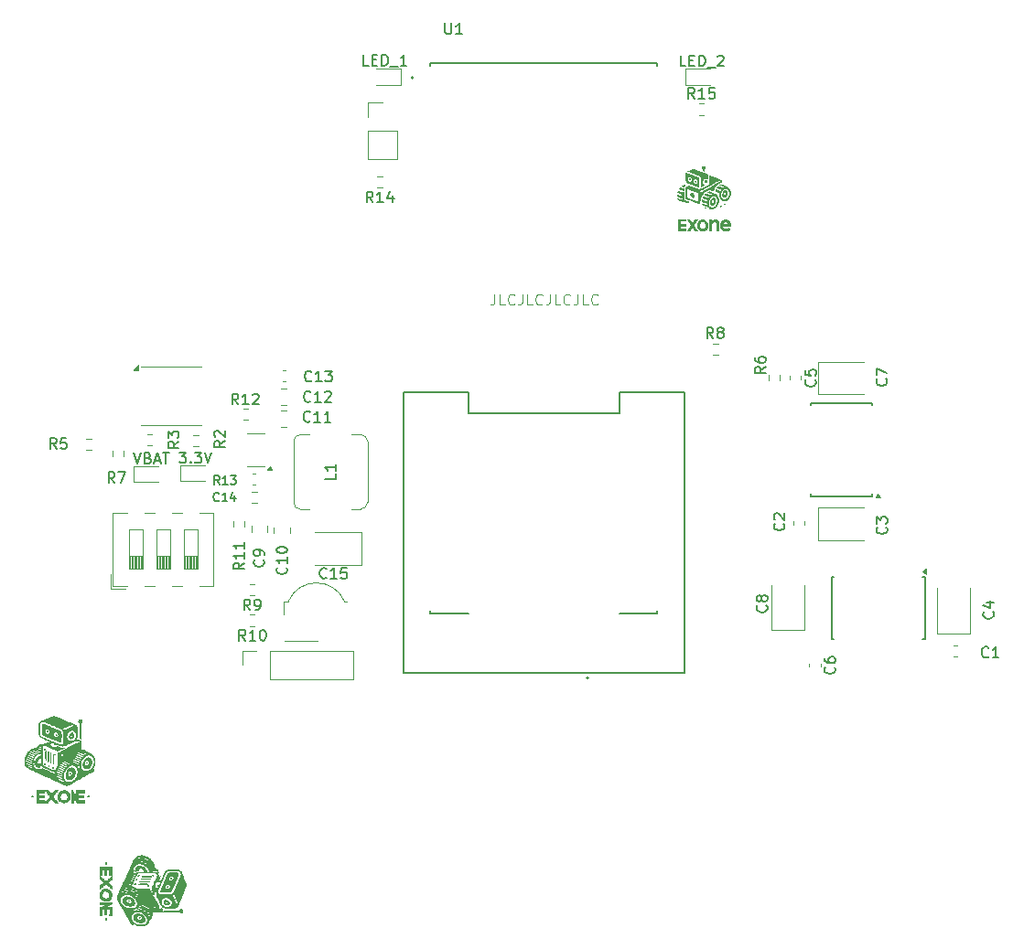
<source format=gbr>
%TF.GenerationSoftware,KiCad,Pcbnew,8.0.1*%
%TF.CreationDate,2025-03-10T11:27:29+01:00*%
%TF.ProjectId,main_board,6d61696e-5f62-46f6-9172-642e6b696361,rev?*%
%TF.SameCoordinates,Original*%
%TF.FileFunction,Legend,Top*%
%TF.FilePolarity,Positive*%
%FSLAX46Y46*%
G04 Gerber Fmt 4.6, Leading zero omitted, Abs format (unit mm)*
G04 Created by KiCad (PCBNEW 8.0.1) date 2025-03-10 11:27:29*
%MOMM*%
%LPD*%
G01*
G04 APERTURE LIST*
%ADD10C,0.120000*%
%ADD11C,0.150000*%
%ADD12C,0.130000*%
%ADD13C,0.000000*%
%ADD14C,0.127000*%
%ADD15C,0.200000*%
G04 APERTURE END LIST*
D10*
X142102756Y-87121379D02*
X142102756Y-87835664D01*
X142102756Y-87835664D02*
X142055137Y-87978521D01*
X142055137Y-87978521D02*
X141959899Y-88073760D01*
X141959899Y-88073760D02*
X141817042Y-88121379D01*
X141817042Y-88121379D02*
X141721804Y-88121379D01*
X143055137Y-88121379D02*
X142578947Y-88121379D01*
X142578947Y-88121379D02*
X142578947Y-87121379D01*
X143959899Y-88026140D02*
X143912280Y-88073760D01*
X143912280Y-88073760D02*
X143769423Y-88121379D01*
X143769423Y-88121379D02*
X143674185Y-88121379D01*
X143674185Y-88121379D02*
X143531328Y-88073760D01*
X143531328Y-88073760D02*
X143436090Y-87978521D01*
X143436090Y-87978521D02*
X143388471Y-87883283D01*
X143388471Y-87883283D02*
X143340852Y-87692807D01*
X143340852Y-87692807D02*
X143340852Y-87549950D01*
X143340852Y-87549950D02*
X143388471Y-87359474D01*
X143388471Y-87359474D02*
X143436090Y-87264236D01*
X143436090Y-87264236D02*
X143531328Y-87168998D01*
X143531328Y-87168998D02*
X143674185Y-87121379D01*
X143674185Y-87121379D02*
X143769423Y-87121379D01*
X143769423Y-87121379D02*
X143912280Y-87168998D01*
X143912280Y-87168998D02*
X143959899Y-87216617D01*
X144674185Y-87121379D02*
X144674185Y-87835664D01*
X144674185Y-87835664D02*
X144626566Y-87978521D01*
X144626566Y-87978521D02*
X144531328Y-88073760D01*
X144531328Y-88073760D02*
X144388471Y-88121379D01*
X144388471Y-88121379D02*
X144293233Y-88121379D01*
X145626566Y-88121379D02*
X145150376Y-88121379D01*
X145150376Y-88121379D02*
X145150376Y-87121379D01*
X146531328Y-88026140D02*
X146483709Y-88073760D01*
X146483709Y-88073760D02*
X146340852Y-88121379D01*
X146340852Y-88121379D02*
X146245614Y-88121379D01*
X146245614Y-88121379D02*
X146102757Y-88073760D01*
X146102757Y-88073760D02*
X146007519Y-87978521D01*
X146007519Y-87978521D02*
X145959900Y-87883283D01*
X145959900Y-87883283D02*
X145912281Y-87692807D01*
X145912281Y-87692807D02*
X145912281Y-87549950D01*
X145912281Y-87549950D02*
X145959900Y-87359474D01*
X145959900Y-87359474D02*
X146007519Y-87264236D01*
X146007519Y-87264236D02*
X146102757Y-87168998D01*
X146102757Y-87168998D02*
X146245614Y-87121379D01*
X146245614Y-87121379D02*
X146340852Y-87121379D01*
X146340852Y-87121379D02*
X146483709Y-87168998D01*
X146483709Y-87168998D02*
X146531328Y-87216617D01*
X147245614Y-87121379D02*
X147245614Y-87835664D01*
X147245614Y-87835664D02*
X147197995Y-87978521D01*
X147197995Y-87978521D02*
X147102757Y-88073760D01*
X147102757Y-88073760D02*
X146959900Y-88121379D01*
X146959900Y-88121379D02*
X146864662Y-88121379D01*
X148197995Y-88121379D02*
X147721805Y-88121379D01*
X147721805Y-88121379D02*
X147721805Y-87121379D01*
X149102757Y-88026140D02*
X149055138Y-88073760D01*
X149055138Y-88073760D02*
X148912281Y-88121379D01*
X148912281Y-88121379D02*
X148817043Y-88121379D01*
X148817043Y-88121379D02*
X148674186Y-88073760D01*
X148674186Y-88073760D02*
X148578948Y-87978521D01*
X148578948Y-87978521D02*
X148531329Y-87883283D01*
X148531329Y-87883283D02*
X148483710Y-87692807D01*
X148483710Y-87692807D02*
X148483710Y-87549950D01*
X148483710Y-87549950D02*
X148531329Y-87359474D01*
X148531329Y-87359474D02*
X148578948Y-87264236D01*
X148578948Y-87264236D02*
X148674186Y-87168998D01*
X148674186Y-87168998D02*
X148817043Y-87121379D01*
X148817043Y-87121379D02*
X148912281Y-87121379D01*
X148912281Y-87121379D02*
X149055138Y-87168998D01*
X149055138Y-87168998D02*
X149102757Y-87216617D01*
X149817043Y-87121379D02*
X149817043Y-87835664D01*
X149817043Y-87835664D02*
X149769424Y-87978521D01*
X149769424Y-87978521D02*
X149674186Y-88073760D01*
X149674186Y-88073760D02*
X149531329Y-88121379D01*
X149531329Y-88121379D02*
X149436091Y-88121379D01*
X150769424Y-88121379D02*
X150293234Y-88121379D01*
X150293234Y-88121379D02*
X150293234Y-87121379D01*
X151674186Y-88026140D02*
X151626567Y-88073760D01*
X151626567Y-88073760D02*
X151483710Y-88121379D01*
X151483710Y-88121379D02*
X151388472Y-88121379D01*
X151388472Y-88121379D02*
X151245615Y-88073760D01*
X151245615Y-88073760D02*
X151150377Y-87978521D01*
X151150377Y-87978521D02*
X151102758Y-87883283D01*
X151102758Y-87883283D02*
X151055139Y-87692807D01*
X151055139Y-87692807D02*
X151055139Y-87549950D01*
X151055139Y-87549950D02*
X151102758Y-87359474D01*
X151102758Y-87359474D02*
X151150377Y-87264236D01*
X151150377Y-87264236D02*
X151245615Y-87168998D01*
X151245615Y-87168998D02*
X151388472Y-87121379D01*
X151388472Y-87121379D02*
X151483710Y-87121379D01*
X151483710Y-87121379D02*
X151626567Y-87168998D01*
X151626567Y-87168998D02*
X151674186Y-87216617D01*
D11*
X160607142Y-69024819D02*
X160273809Y-68548628D01*
X160035714Y-69024819D02*
X160035714Y-68024819D01*
X160035714Y-68024819D02*
X160416666Y-68024819D01*
X160416666Y-68024819D02*
X160511904Y-68072438D01*
X160511904Y-68072438D02*
X160559523Y-68120057D01*
X160559523Y-68120057D02*
X160607142Y-68215295D01*
X160607142Y-68215295D02*
X160607142Y-68358152D01*
X160607142Y-68358152D02*
X160559523Y-68453390D01*
X160559523Y-68453390D02*
X160511904Y-68501009D01*
X160511904Y-68501009D02*
X160416666Y-68548628D01*
X160416666Y-68548628D02*
X160035714Y-68548628D01*
X161559523Y-69024819D02*
X160988095Y-69024819D01*
X161273809Y-69024819D02*
X161273809Y-68024819D01*
X161273809Y-68024819D02*
X161178571Y-68167676D01*
X161178571Y-68167676D02*
X161083333Y-68262914D01*
X161083333Y-68262914D02*
X160988095Y-68310533D01*
X162464285Y-68024819D02*
X161988095Y-68024819D01*
X161988095Y-68024819D02*
X161940476Y-68501009D01*
X161940476Y-68501009D02*
X161988095Y-68453390D01*
X161988095Y-68453390D02*
X162083333Y-68405771D01*
X162083333Y-68405771D02*
X162321428Y-68405771D01*
X162321428Y-68405771D02*
X162416666Y-68453390D01*
X162416666Y-68453390D02*
X162464285Y-68501009D01*
X162464285Y-68501009D02*
X162511904Y-68596247D01*
X162511904Y-68596247D02*
X162511904Y-68834342D01*
X162511904Y-68834342D02*
X162464285Y-68929580D01*
X162464285Y-68929580D02*
X162416666Y-68977200D01*
X162416666Y-68977200D02*
X162321428Y-69024819D01*
X162321428Y-69024819D02*
X162083333Y-69024819D01*
X162083333Y-69024819D02*
X161988095Y-68977200D01*
X161988095Y-68977200D02*
X161940476Y-68929580D01*
X167259580Y-115954166D02*
X167307200Y-116001785D01*
X167307200Y-116001785D02*
X167354819Y-116144642D01*
X167354819Y-116144642D02*
X167354819Y-116239880D01*
X167354819Y-116239880D02*
X167307200Y-116382737D01*
X167307200Y-116382737D02*
X167211961Y-116477975D01*
X167211961Y-116477975D02*
X167116723Y-116525594D01*
X167116723Y-116525594D02*
X166926247Y-116573213D01*
X166926247Y-116573213D02*
X166783390Y-116573213D01*
X166783390Y-116573213D02*
X166592914Y-116525594D01*
X166592914Y-116525594D02*
X166497676Y-116477975D01*
X166497676Y-116477975D02*
X166402438Y-116382737D01*
X166402438Y-116382737D02*
X166354819Y-116239880D01*
X166354819Y-116239880D02*
X166354819Y-116144642D01*
X166354819Y-116144642D02*
X166402438Y-116001785D01*
X166402438Y-116001785D02*
X166450057Y-115954166D01*
X166783390Y-115382737D02*
X166735771Y-115477975D01*
X166735771Y-115477975D02*
X166688152Y-115525594D01*
X166688152Y-115525594D02*
X166592914Y-115573213D01*
X166592914Y-115573213D02*
X166545295Y-115573213D01*
X166545295Y-115573213D02*
X166450057Y-115525594D01*
X166450057Y-115525594D02*
X166402438Y-115477975D01*
X166402438Y-115477975D02*
X166354819Y-115382737D01*
X166354819Y-115382737D02*
X166354819Y-115192261D01*
X166354819Y-115192261D02*
X166402438Y-115097023D01*
X166402438Y-115097023D02*
X166450057Y-115049404D01*
X166450057Y-115049404D02*
X166545295Y-115001785D01*
X166545295Y-115001785D02*
X166592914Y-115001785D01*
X166592914Y-115001785D02*
X166688152Y-115049404D01*
X166688152Y-115049404D02*
X166735771Y-115097023D01*
X166735771Y-115097023D02*
X166783390Y-115192261D01*
X166783390Y-115192261D02*
X166783390Y-115382737D01*
X166783390Y-115382737D02*
X166831009Y-115477975D01*
X166831009Y-115477975D02*
X166878628Y-115525594D01*
X166878628Y-115525594D02*
X166973866Y-115573213D01*
X166973866Y-115573213D02*
X167164342Y-115573213D01*
X167164342Y-115573213D02*
X167259580Y-115525594D01*
X167259580Y-115525594D02*
X167307200Y-115477975D01*
X167307200Y-115477975D02*
X167354819Y-115382737D01*
X167354819Y-115382737D02*
X167354819Y-115192261D01*
X167354819Y-115192261D02*
X167307200Y-115097023D01*
X167307200Y-115097023D02*
X167259580Y-115049404D01*
X167259580Y-115049404D02*
X167164342Y-115001785D01*
X167164342Y-115001785D02*
X166973866Y-115001785D01*
X166973866Y-115001785D02*
X166878628Y-115049404D01*
X166878628Y-115049404D02*
X166831009Y-115097023D01*
X166831009Y-115097023D02*
X166783390Y-115192261D01*
X168859580Y-108366666D02*
X168907200Y-108414285D01*
X168907200Y-108414285D02*
X168954819Y-108557142D01*
X168954819Y-108557142D02*
X168954819Y-108652380D01*
X168954819Y-108652380D02*
X168907200Y-108795237D01*
X168907200Y-108795237D02*
X168811961Y-108890475D01*
X168811961Y-108890475D02*
X168716723Y-108938094D01*
X168716723Y-108938094D02*
X168526247Y-108985713D01*
X168526247Y-108985713D02*
X168383390Y-108985713D01*
X168383390Y-108985713D02*
X168192914Y-108938094D01*
X168192914Y-108938094D02*
X168097676Y-108890475D01*
X168097676Y-108890475D02*
X168002438Y-108795237D01*
X168002438Y-108795237D02*
X167954819Y-108652380D01*
X167954819Y-108652380D02*
X167954819Y-108557142D01*
X167954819Y-108557142D02*
X168002438Y-108414285D01*
X168002438Y-108414285D02*
X168050057Y-108366666D01*
X168050057Y-107985713D02*
X168002438Y-107938094D01*
X168002438Y-107938094D02*
X167954819Y-107842856D01*
X167954819Y-107842856D02*
X167954819Y-107604761D01*
X167954819Y-107604761D02*
X168002438Y-107509523D01*
X168002438Y-107509523D02*
X168050057Y-107461904D01*
X168050057Y-107461904D02*
X168145295Y-107414285D01*
X168145295Y-107414285D02*
X168240533Y-107414285D01*
X168240533Y-107414285D02*
X168383390Y-107461904D01*
X168383390Y-107461904D02*
X168954819Y-108033332D01*
X168954819Y-108033332D02*
X168954819Y-107414285D01*
X120719580Y-111736666D02*
X120767200Y-111784285D01*
X120767200Y-111784285D02*
X120814819Y-111927142D01*
X120814819Y-111927142D02*
X120814819Y-112022380D01*
X120814819Y-112022380D02*
X120767200Y-112165237D01*
X120767200Y-112165237D02*
X120671961Y-112260475D01*
X120671961Y-112260475D02*
X120576723Y-112308094D01*
X120576723Y-112308094D02*
X120386247Y-112355713D01*
X120386247Y-112355713D02*
X120243390Y-112355713D01*
X120243390Y-112355713D02*
X120052914Y-112308094D01*
X120052914Y-112308094D02*
X119957676Y-112260475D01*
X119957676Y-112260475D02*
X119862438Y-112165237D01*
X119862438Y-112165237D02*
X119814819Y-112022380D01*
X119814819Y-112022380D02*
X119814819Y-111927142D01*
X119814819Y-111927142D02*
X119862438Y-111784285D01*
X119862438Y-111784285D02*
X119910057Y-111736666D01*
X120814819Y-111260475D02*
X120814819Y-111069999D01*
X120814819Y-111069999D02*
X120767200Y-110974761D01*
X120767200Y-110974761D02*
X120719580Y-110927142D01*
X120719580Y-110927142D02*
X120576723Y-110831904D01*
X120576723Y-110831904D02*
X120386247Y-110784285D01*
X120386247Y-110784285D02*
X120005295Y-110784285D01*
X120005295Y-110784285D02*
X119910057Y-110831904D01*
X119910057Y-110831904D02*
X119862438Y-110879523D01*
X119862438Y-110879523D02*
X119814819Y-110974761D01*
X119814819Y-110974761D02*
X119814819Y-111165237D01*
X119814819Y-111165237D02*
X119862438Y-111260475D01*
X119862438Y-111260475D02*
X119910057Y-111308094D01*
X119910057Y-111308094D02*
X120005295Y-111355713D01*
X120005295Y-111355713D02*
X120243390Y-111355713D01*
X120243390Y-111355713D02*
X120338628Y-111308094D01*
X120338628Y-111308094D02*
X120386247Y-111260475D01*
X120386247Y-111260475D02*
X120433866Y-111165237D01*
X120433866Y-111165237D02*
X120433866Y-110974761D01*
X120433866Y-110974761D02*
X120386247Y-110879523D01*
X120386247Y-110879523D02*
X120338628Y-110831904D01*
X120338628Y-110831904D02*
X120243390Y-110784285D01*
X162333333Y-91204819D02*
X162000000Y-90728628D01*
X161761905Y-91204819D02*
X161761905Y-90204819D01*
X161761905Y-90204819D02*
X162142857Y-90204819D01*
X162142857Y-90204819D02*
X162238095Y-90252438D01*
X162238095Y-90252438D02*
X162285714Y-90300057D01*
X162285714Y-90300057D02*
X162333333Y-90395295D01*
X162333333Y-90395295D02*
X162333333Y-90538152D01*
X162333333Y-90538152D02*
X162285714Y-90633390D01*
X162285714Y-90633390D02*
X162238095Y-90681009D01*
X162238095Y-90681009D02*
X162142857Y-90728628D01*
X162142857Y-90728628D02*
X161761905Y-90728628D01*
X162904762Y-90633390D02*
X162809524Y-90585771D01*
X162809524Y-90585771D02*
X162761905Y-90538152D01*
X162761905Y-90538152D02*
X162714286Y-90442914D01*
X162714286Y-90442914D02*
X162714286Y-90395295D01*
X162714286Y-90395295D02*
X162761905Y-90300057D01*
X162761905Y-90300057D02*
X162809524Y-90252438D01*
X162809524Y-90252438D02*
X162904762Y-90204819D01*
X162904762Y-90204819D02*
X163095238Y-90204819D01*
X163095238Y-90204819D02*
X163190476Y-90252438D01*
X163190476Y-90252438D02*
X163238095Y-90300057D01*
X163238095Y-90300057D02*
X163285714Y-90395295D01*
X163285714Y-90395295D02*
X163285714Y-90442914D01*
X163285714Y-90442914D02*
X163238095Y-90538152D01*
X163238095Y-90538152D02*
X163190476Y-90585771D01*
X163190476Y-90585771D02*
X163095238Y-90633390D01*
X163095238Y-90633390D02*
X162904762Y-90633390D01*
X162904762Y-90633390D02*
X162809524Y-90681009D01*
X162809524Y-90681009D02*
X162761905Y-90728628D01*
X162761905Y-90728628D02*
X162714286Y-90823866D01*
X162714286Y-90823866D02*
X162714286Y-91014342D01*
X162714286Y-91014342D02*
X162761905Y-91109580D01*
X162761905Y-91109580D02*
X162809524Y-91157200D01*
X162809524Y-91157200D02*
X162904762Y-91204819D01*
X162904762Y-91204819D02*
X163095238Y-91204819D01*
X163095238Y-91204819D02*
X163190476Y-91157200D01*
X163190476Y-91157200D02*
X163238095Y-91109580D01*
X163238095Y-91109580D02*
X163285714Y-91014342D01*
X163285714Y-91014342D02*
X163285714Y-90823866D01*
X163285714Y-90823866D02*
X163238095Y-90728628D01*
X163238095Y-90728628D02*
X163190476Y-90681009D01*
X163190476Y-90681009D02*
X163095238Y-90633390D01*
X122839180Y-112434857D02*
X122886800Y-112482476D01*
X122886800Y-112482476D02*
X122934419Y-112625333D01*
X122934419Y-112625333D02*
X122934419Y-112720571D01*
X122934419Y-112720571D02*
X122886800Y-112863428D01*
X122886800Y-112863428D02*
X122791561Y-112958666D01*
X122791561Y-112958666D02*
X122696323Y-113006285D01*
X122696323Y-113006285D02*
X122505847Y-113053904D01*
X122505847Y-113053904D02*
X122362990Y-113053904D01*
X122362990Y-113053904D02*
X122172514Y-113006285D01*
X122172514Y-113006285D02*
X122077276Y-112958666D01*
X122077276Y-112958666D02*
X121982038Y-112863428D01*
X121982038Y-112863428D02*
X121934419Y-112720571D01*
X121934419Y-112720571D02*
X121934419Y-112625333D01*
X121934419Y-112625333D02*
X121982038Y-112482476D01*
X121982038Y-112482476D02*
X122029657Y-112434857D01*
X122934419Y-111482476D02*
X122934419Y-112053904D01*
X122934419Y-111768190D02*
X121934419Y-111768190D01*
X121934419Y-111768190D02*
X122077276Y-111863428D01*
X122077276Y-111863428D02*
X122172514Y-111958666D01*
X122172514Y-111958666D02*
X122220133Y-112053904D01*
X121934419Y-110863428D02*
X121934419Y-110768190D01*
X121934419Y-110768190D02*
X121982038Y-110672952D01*
X121982038Y-110672952D02*
X122029657Y-110625333D01*
X122029657Y-110625333D02*
X122124895Y-110577714D01*
X122124895Y-110577714D02*
X122315371Y-110530095D01*
X122315371Y-110530095D02*
X122553466Y-110530095D01*
X122553466Y-110530095D02*
X122743942Y-110577714D01*
X122743942Y-110577714D02*
X122839180Y-110625333D01*
X122839180Y-110625333D02*
X122886800Y-110672952D01*
X122886800Y-110672952D02*
X122934419Y-110768190D01*
X122934419Y-110768190D02*
X122934419Y-110863428D01*
X122934419Y-110863428D02*
X122886800Y-110958666D01*
X122886800Y-110958666D02*
X122839180Y-111006285D01*
X122839180Y-111006285D02*
X122743942Y-111053904D01*
X122743942Y-111053904D02*
X122553466Y-111101523D01*
X122553466Y-111101523D02*
X122315371Y-111101523D01*
X122315371Y-111101523D02*
X122124895Y-111053904D01*
X122124895Y-111053904D02*
X122029657Y-111006285D01*
X122029657Y-111006285D02*
X121982038Y-110958666D01*
X121982038Y-110958666D02*
X121934419Y-110863428D01*
X173539580Y-121666666D02*
X173587200Y-121714285D01*
X173587200Y-121714285D02*
X173634819Y-121857142D01*
X173634819Y-121857142D02*
X173634819Y-121952380D01*
X173634819Y-121952380D02*
X173587200Y-122095237D01*
X173587200Y-122095237D02*
X173491961Y-122190475D01*
X173491961Y-122190475D02*
X173396723Y-122238094D01*
X173396723Y-122238094D02*
X173206247Y-122285713D01*
X173206247Y-122285713D02*
X173063390Y-122285713D01*
X173063390Y-122285713D02*
X172872914Y-122238094D01*
X172872914Y-122238094D02*
X172777676Y-122190475D01*
X172777676Y-122190475D02*
X172682438Y-122095237D01*
X172682438Y-122095237D02*
X172634819Y-121952380D01*
X172634819Y-121952380D02*
X172634819Y-121857142D01*
X172634819Y-121857142D02*
X172682438Y-121714285D01*
X172682438Y-121714285D02*
X172730057Y-121666666D01*
X172634819Y-120809523D02*
X172634819Y-120999999D01*
X172634819Y-120999999D02*
X172682438Y-121095237D01*
X172682438Y-121095237D02*
X172730057Y-121142856D01*
X172730057Y-121142856D02*
X172872914Y-121238094D01*
X172872914Y-121238094D02*
X173063390Y-121285713D01*
X173063390Y-121285713D02*
X173444342Y-121285713D01*
X173444342Y-121285713D02*
X173539580Y-121238094D01*
X173539580Y-121238094D02*
X173587200Y-121190475D01*
X173587200Y-121190475D02*
X173634819Y-121095237D01*
X173634819Y-121095237D02*
X173634819Y-120904761D01*
X173634819Y-120904761D02*
X173587200Y-120809523D01*
X173587200Y-120809523D02*
X173539580Y-120761904D01*
X173539580Y-120761904D02*
X173444342Y-120714285D01*
X173444342Y-120714285D02*
X173206247Y-120714285D01*
X173206247Y-120714285D02*
X173111009Y-120761904D01*
X173111009Y-120761904D02*
X173063390Y-120809523D01*
X173063390Y-120809523D02*
X173015771Y-120904761D01*
X173015771Y-120904761D02*
X173015771Y-121095237D01*
X173015771Y-121095237D02*
X173063390Y-121190475D01*
X173063390Y-121190475D02*
X173111009Y-121238094D01*
X173111009Y-121238094D02*
X173206247Y-121285713D01*
X125087976Y-97024028D02*
X125040357Y-97071648D01*
X125040357Y-97071648D02*
X124897500Y-97119267D01*
X124897500Y-97119267D02*
X124802262Y-97119267D01*
X124802262Y-97119267D02*
X124659405Y-97071648D01*
X124659405Y-97071648D02*
X124564167Y-96976409D01*
X124564167Y-96976409D02*
X124516548Y-96881171D01*
X124516548Y-96881171D02*
X124468929Y-96690695D01*
X124468929Y-96690695D02*
X124468929Y-96547838D01*
X124468929Y-96547838D02*
X124516548Y-96357362D01*
X124516548Y-96357362D02*
X124564167Y-96262124D01*
X124564167Y-96262124D02*
X124659405Y-96166886D01*
X124659405Y-96166886D02*
X124802262Y-96119267D01*
X124802262Y-96119267D02*
X124897500Y-96119267D01*
X124897500Y-96119267D02*
X125040357Y-96166886D01*
X125040357Y-96166886D02*
X125087976Y-96214505D01*
X126040357Y-97119267D02*
X125468929Y-97119267D01*
X125754643Y-97119267D02*
X125754643Y-96119267D01*
X125754643Y-96119267D02*
X125659405Y-96262124D01*
X125659405Y-96262124D02*
X125564167Y-96357362D01*
X125564167Y-96357362D02*
X125468929Y-96404981D01*
X126421310Y-96214505D02*
X126468929Y-96166886D01*
X126468929Y-96166886D02*
X126564167Y-96119267D01*
X126564167Y-96119267D02*
X126802262Y-96119267D01*
X126802262Y-96119267D02*
X126897500Y-96166886D01*
X126897500Y-96166886D02*
X126945119Y-96214505D01*
X126945119Y-96214505D02*
X126992738Y-96309743D01*
X126992738Y-96309743D02*
X126992738Y-96404981D01*
X126992738Y-96404981D02*
X126945119Y-96547838D01*
X126945119Y-96547838D02*
X126373691Y-97119267D01*
X126373691Y-97119267D02*
X126992738Y-97119267D01*
X178349580Y-108716666D02*
X178397200Y-108764285D01*
X178397200Y-108764285D02*
X178444819Y-108907142D01*
X178444819Y-108907142D02*
X178444819Y-109002380D01*
X178444819Y-109002380D02*
X178397200Y-109145237D01*
X178397200Y-109145237D02*
X178301961Y-109240475D01*
X178301961Y-109240475D02*
X178206723Y-109288094D01*
X178206723Y-109288094D02*
X178016247Y-109335713D01*
X178016247Y-109335713D02*
X177873390Y-109335713D01*
X177873390Y-109335713D02*
X177682914Y-109288094D01*
X177682914Y-109288094D02*
X177587676Y-109240475D01*
X177587676Y-109240475D02*
X177492438Y-109145237D01*
X177492438Y-109145237D02*
X177444819Y-109002380D01*
X177444819Y-109002380D02*
X177444819Y-108907142D01*
X177444819Y-108907142D02*
X177492438Y-108764285D01*
X177492438Y-108764285D02*
X177540057Y-108716666D01*
X177444819Y-108383332D02*
X177444819Y-107764285D01*
X177444819Y-107764285D02*
X177825771Y-108097618D01*
X177825771Y-108097618D02*
X177825771Y-107954761D01*
X177825771Y-107954761D02*
X177873390Y-107859523D01*
X177873390Y-107859523D02*
X177921009Y-107811904D01*
X177921009Y-107811904D02*
X178016247Y-107764285D01*
X178016247Y-107764285D02*
X178254342Y-107764285D01*
X178254342Y-107764285D02*
X178349580Y-107811904D01*
X178349580Y-107811904D02*
X178397200Y-107859523D01*
X178397200Y-107859523D02*
X178444819Y-107954761D01*
X178444819Y-107954761D02*
X178444819Y-108240475D01*
X178444819Y-108240475D02*
X178397200Y-108335713D01*
X178397200Y-108335713D02*
X178349580Y-108383332D01*
X125049114Y-98870014D02*
X125001495Y-98917634D01*
X125001495Y-98917634D02*
X124858638Y-98965253D01*
X124858638Y-98965253D02*
X124763400Y-98965253D01*
X124763400Y-98965253D02*
X124620543Y-98917634D01*
X124620543Y-98917634D02*
X124525305Y-98822395D01*
X124525305Y-98822395D02*
X124477686Y-98727157D01*
X124477686Y-98727157D02*
X124430067Y-98536681D01*
X124430067Y-98536681D02*
X124430067Y-98393824D01*
X124430067Y-98393824D02*
X124477686Y-98203348D01*
X124477686Y-98203348D02*
X124525305Y-98108110D01*
X124525305Y-98108110D02*
X124620543Y-98012872D01*
X124620543Y-98012872D02*
X124763400Y-97965253D01*
X124763400Y-97965253D02*
X124858638Y-97965253D01*
X124858638Y-97965253D02*
X125001495Y-98012872D01*
X125001495Y-98012872D02*
X125049114Y-98060491D01*
X126001495Y-98965253D02*
X125430067Y-98965253D01*
X125715781Y-98965253D02*
X125715781Y-97965253D01*
X125715781Y-97965253D02*
X125620543Y-98108110D01*
X125620543Y-98108110D02*
X125525305Y-98203348D01*
X125525305Y-98203348D02*
X125430067Y-98250967D01*
X126953876Y-98965253D02*
X126382448Y-98965253D01*
X126668162Y-98965253D02*
X126668162Y-97965253D01*
X126668162Y-97965253D02*
X126572924Y-98108110D01*
X126572924Y-98108110D02*
X126477686Y-98203348D01*
X126477686Y-98203348D02*
X126382448Y-98250967D01*
X167179548Y-93860980D02*
X166703357Y-94194313D01*
X167179548Y-94432408D02*
X166179548Y-94432408D01*
X166179548Y-94432408D02*
X166179548Y-94051456D01*
X166179548Y-94051456D02*
X166227167Y-93956218D01*
X166227167Y-93956218D02*
X166274786Y-93908599D01*
X166274786Y-93908599D02*
X166370024Y-93860980D01*
X166370024Y-93860980D02*
X166512881Y-93860980D01*
X166512881Y-93860980D02*
X166608119Y-93908599D01*
X166608119Y-93908599D02*
X166655738Y-93956218D01*
X166655738Y-93956218D02*
X166703357Y-94051456D01*
X166703357Y-94051456D02*
X166703357Y-94432408D01*
X166179548Y-93003837D02*
X166179548Y-93194313D01*
X166179548Y-93194313D02*
X166227167Y-93289551D01*
X166227167Y-93289551D02*
X166274786Y-93337170D01*
X166274786Y-93337170D02*
X166417643Y-93432408D01*
X166417643Y-93432408D02*
X166608119Y-93480027D01*
X166608119Y-93480027D02*
X166989071Y-93480027D01*
X166989071Y-93480027D02*
X167084309Y-93432408D01*
X167084309Y-93432408D02*
X167131929Y-93384789D01*
X167131929Y-93384789D02*
X167179548Y-93289551D01*
X167179548Y-93289551D02*
X167179548Y-93099075D01*
X167179548Y-93099075D02*
X167131929Y-93003837D01*
X167131929Y-93003837D02*
X167084309Y-92956218D01*
X167084309Y-92956218D02*
X166989071Y-92908599D01*
X166989071Y-92908599D02*
X166750976Y-92908599D01*
X166750976Y-92908599D02*
X166655738Y-92956218D01*
X166655738Y-92956218D02*
X166608119Y-93003837D01*
X166608119Y-93003837D02*
X166560500Y-93099075D01*
X166560500Y-93099075D02*
X166560500Y-93289551D01*
X166560500Y-93289551D02*
X166608119Y-93384789D01*
X166608119Y-93384789D02*
X166655738Y-93432408D01*
X166655738Y-93432408D02*
X166750976Y-93480027D01*
X130462499Y-65954819D02*
X129986309Y-65954819D01*
X129986309Y-65954819D02*
X129986309Y-64954819D01*
X130795833Y-65431009D02*
X131129166Y-65431009D01*
X131272023Y-65954819D02*
X130795833Y-65954819D01*
X130795833Y-65954819D02*
X130795833Y-64954819D01*
X130795833Y-64954819D02*
X131272023Y-64954819D01*
X131700595Y-65954819D02*
X131700595Y-64954819D01*
X131700595Y-64954819D02*
X131938690Y-64954819D01*
X131938690Y-64954819D02*
X132081547Y-65002438D01*
X132081547Y-65002438D02*
X132176785Y-65097676D01*
X132176785Y-65097676D02*
X132224404Y-65192914D01*
X132224404Y-65192914D02*
X132272023Y-65383390D01*
X132272023Y-65383390D02*
X132272023Y-65526247D01*
X132272023Y-65526247D02*
X132224404Y-65716723D01*
X132224404Y-65716723D02*
X132176785Y-65811961D01*
X132176785Y-65811961D02*
X132081547Y-65907200D01*
X132081547Y-65907200D02*
X131938690Y-65954819D01*
X131938690Y-65954819D02*
X131700595Y-65954819D01*
X132462500Y-66050057D02*
X133224404Y-66050057D01*
X133986309Y-65954819D02*
X133414881Y-65954819D01*
X133700595Y-65954819D02*
X133700595Y-64954819D01*
X133700595Y-64954819D02*
X133605357Y-65097676D01*
X133605357Y-65097676D02*
X133510119Y-65192914D01*
X133510119Y-65192914D02*
X133414881Y-65240533D01*
X112946310Y-101764819D02*
X113565357Y-101764819D01*
X113565357Y-101764819D02*
X113232024Y-102145771D01*
X113232024Y-102145771D02*
X113374881Y-102145771D01*
X113374881Y-102145771D02*
X113470119Y-102193390D01*
X113470119Y-102193390D02*
X113517738Y-102241009D01*
X113517738Y-102241009D02*
X113565357Y-102336247D01*
X113565357Y-102336247D02*
X113565357Y-102574342D01*
X113565357Y-102574342D02*
X113517738Y-102669580D01*
X113517738Y-102669580D02*
X113470119Y-102717200D01*
X113470119Y-102717200D02*
X113374881Y-102764819D01*
X113374881Y-102764819D02*
X113089167Y-102764819D01*
X113089167Y-102764819D02*
X112993929Y-102717200D01*
X112993929Y-102717200D02*
X112946310Y-102669580D01*
X113993929Y-102669580D02*
X114041548Y-102717200D01*
X114041548Y-102717200D02*
X113993929Y-102764819D01*
X113993929Y-102764819D02*
X113946310Y-102717200D01*
X113946310Y-102717200D02*
X113993929Y-102669580D01*
X113993929Y-102669580D02*
X113993929Y-102764819D01*
X114374881Y-101764819D02*
X114993928Y-101764819D01*
X114993928Y-101764819D02*
X114660595Y-102145771D01*
X114660595Y-102145771D02*
X114803452Y-102145771D01*
X114803452Y-102145771D02*
X114898690Y-102193390D01*
X114898690Y-102193390D02*
X114946309Y-102241009D01*
X114946309Y-102241009D02*
X114993928Y-102336247D01*
X114993928Y-102336247D02*
X114993928Y-102574342D01*
X114993928Y-102574342D02*
X114946309Y-102669580D01*
X114946309Y-102669580D02*
X114898690Y-102717200D01*
X114898690Y-102717200D02*
X114803452Y-102764819D01*
X114803452Y-102764819D02*
X114517738Y-102764819D01*
X114517738Y-102764819D02*
X114422500Y-102717200D01*
X114422500Y-102717200D02*
X114374881Y-102669580D01*
X115279643Y-101764819D02*
X115612976Y-102764819D01*
X115612976Y-102764819D02*
X115946309Y-101764819D01*
X127404819Y-103761666D02*
X127404819Y-104237856D01*
X127404819Y-104237856D02*
X126404819Y-104237856D01*
X127404819Y-102904523D02*
X127404819Y-103475951D01*
X127404819Y-103190237D02*
X126404819Y-103190237D01*
X126404819Y-103190237D02*
X126547676Y-103285475D01*
X126547676Y-103285475D02*
X126642914Y-103380713D01*
X126642914Y-103380713D02*
X126690533Y-103475951D01*
X101583333Y-101464819D02*
X101250000Y-100988628D01*
X101011905Y-101464819D02*
X101011905Y-100464819D01*
X101011905Y-100464819D02*
X101392857Y-100464819D01*
X101392857Y-100464819D02*
X101488095Y-100512438D01*
X101488095Y-100512438D02*
X101535714Y-100560057D01*
X101535714Y-100560057D02*
X101583333Y-100655295D01*
X101583333Y-100655295D02*
X101583333Y-100798152D01*
X101583333Y-100798152D02*
X101535714Y-100893390D01*
X101535714Y-100893390D02*
X101488095Y-100941009D01*
X101488095Y-100941009D02*
X101392857Y-100988628D01*
X101392857Y-100988628D02*
X101011905Y-100988628D01*
X102488095Y-100464819D02*
X102011905Y-100464819D01*
X102011905Y-100464819D02*
X101964286Y-100941009D01*
X101964286Y-100941009D02*
X102011905Y-100893390D01*
X102011905Y-100893390D02*
X102107143Y-100845771D01*
X102107143Y-100845771D02*
X102345238Y-100845771D01*
X102345238Y-100845771D02*
X102440476Y-100893390D01*
X102440476Y-100893390D02*
X102488095Y-100941009D01*
X102488095Y-100941009D02*
X102535714Y-101036247D01*
X102535714Y-101036247D02*
X102535714Y-101274342D01*
X102535714Y-101274342D02*
X102488095Y-101369580D01*
X102488095Y-101369580D02*
X102440476Y-101417200D01*
X102440476Y-101417200D02*
X102345238Y-101464819D01*
X102345238Y-101464819D02*
X102107143Y-101464819D01*
X102107143Y-101464819D02*
X102011905Y-101417200D01*
X102011905Y-101417200D02*
X101964286Y-101369580D01*
X159787499Y-66024819D02*
X159311309Y-66024819D01*
X159311309Y-66024819D02*
X159311309Y-65024819D01*
X160120833Y-65501009D02*
X160454166Y-65501009D01*
X160597023Y-66024819D02*
X160120833Y-66024819D01*
X160120833Y-66024819D02*
X160120833Y-65024819D01*
X160120833Y-65024819D02*
X160597023Y-65024819D01*
X161025595Y-66024819D02*
X161025595Y-65024819D01*
X161025595Y-65024819D02*
X161263690Y-65024819D01*
X161263690Y-65024819D02*
X161406547Y-65072438D01*
X161406547Y-65072438D02*
X161501785Y-65167676D01*
X161501785Y-65167676D02*
X161549404Y-65262914D01*
X161549404Y-65262914D02*
X161597023Y-65453390D01*
X161597023Y-65453390D02*
X161597023Y-65596247D01*
X161597023Y-65596247D02*
X161549404Y-65786723D01*
X161549404Y-65786723D02*
X161501785Y-65881961D01*
X161501785Y-65881961D02*
X161406547Y-65977200D01*
X161406547Y-65977200D02*
X161263690Y-66024819D01*
X161263690Y-66024819D02*
X161025595Y-66024819D01*
X161787500Y-66120057D02*
X162549404Y-66120057D01*
X162739881Y-65120057D02*
X162787500Y-65072438D01*
X162787500Y-65072438D02*
X162882738Y-65024819D01*
X162882738Y-65024819D02*
X163120833Y-65024819D01*
X163120833Y-65024819D02*
X163216071Y-65072438D01*
X163216071Y-65072438D02*
X163263690Y-65120057D01*
X163263690Y-65120057D02*
X163311309Y-65215295D01*
X163311309Y-65215295D02*
X163311309Y-65310533D01*
X163311309Y-65310533D02*
X163263690Y-65453390D01*
X163263690Y-65453390D02*
X162692262Y-66024819D01*
X162692262Y-66024819D02*
X163311309Y-66024819D01*
X137543095Y-62039819D02*
X137543095Y-62849342D01*
X137543095Y-62849342D02*
X137590714Y-62944580D01*
X137590714Y-62944580D02*
X137638333Y-62992200D01*
X137638333Y-62992200D02*
X137733571Y-63039819D01*
X137733571Y-63039819D02*
X137924047Y-63039819D01*
X137924047Y-63039819D02*
X138019285Y-62992200D01*
X138019285Y-62992200D02*
X138066904Y-62944580D01*
X138066904Y-62944580D02*
X138114523Y-62849342D01*
X138114523Y-62849342D02*
X138114523Y-62039819D01*
X139114523Y-63039819D02*
X138543095Y-63039819D01*
X138828809Y-63039819D02*
X138828809Y-62039819D01*
X138828809Y-62039819D02*
X138733571Y-62182676D01*
X138733571Y-62182676D02*
X138638333Y-62277914D01*
X138638333Y-62277914D02*
X138543095Y-62325533D01*
X126557192Y-113377380D02*
X126509573Y-113425000D01*
X126509573Y-113425000D02*
X126366716Y-113472619D01*
X126366716Y-113472619D02*
X126271478Y-113472619D01*
X126271478Y-113472619D02*
X126128621Y-113425000D01*
X126128621Y-113425000D02*
X126033383Y-113329761D01*
X126033383Y-113329761D02*
X125985764Y-113234523D01*
X125985764Y-113234523D02*
X125938145Y-113044047D01*
X125938145Y-113044047D02*
X125938145Y-112901190D01*
X125938145Y-112901190D02*
X125985764Y-112710714D01*
X125985764Y-112710714D02*
X126033383Y-112615476D01*
X126033383Y-112615476D02*
X126128621Y-112520238D01*
X126128621Y-112520238D02*
X126271478Y-112472619D01*
X126271478Y-112472619D02*
X126366716Y-112472619D01*
X126366716Y-112472619D02*
X126509573Y-112520238D01*
X126509573Y-112520238D02*
X126557192Y-112567857D01*
X127509573Y-113472619D02*
X126938145Y-113472619D01*
X127223859Y-113472619D02*
X127223859Y-112472619D01*
X127223859Y-112472619D02*
X127128621Y-112615476D01*
X127128621Y-112615476D02*
X127033383Y-112710714D01*
X127033383Y-112710714D02*
X126938145Y-112758333D01*
X128414335Y-112472619D02*
X127938145Y-112472619D01*
X127938145Y-112472619D02*
X127890526Y-112948809D01*
X127890526Y-112948809D02*
X127938145Y-112901190D01*
X127938145Y-112901190D02*
X128033383Y-112853571D01*
X128033383Y-112853571D02*
X128271478Y-112853571D01*
X128271478Y-112853571D02*
X128366716Y-112901190D01*
X128366716Y-112901190D02*
X128414335Y-112948809D01*
X128414335Y-112948809D02*
X128461954Y-113044047D01*
X128461954Y-113044047D02*
X128461954Y-113282142D01*
X128461954Y-113282142D02*
X128414335Y-113377380D01*
X128414335Y-113377380D02*
X128366716Y-113425000D01*
X128366716Y-113425000D02*
X128271478Y-113472619D01*
X128271478Y-113472619D02*
X128033383Y-113472619D01*
X128033383Y-113472619D02*
X127938145Y-113425000D01*
X127938145Y-113425000D02*
X127890526Y-113377380D01*
X178329580Y-94976666D02*
X178377200Y-95024285D01*
X178377200Y-95024285D02*
X178424819Y-95167142D01*
X178424819Y-95167142D02*
X178424819Y-95262380D01*
X178424819Y-95262380D02*
X178377200Y-95405237D01*
X178377200Y-95405237D02*
X178281961Y-95500475D01*
X178281961Y-95500475D02*
X178186723Y-95548094D01*
X178186723Y-95548094D02*
X177996247Y-95595713D01*
X177996247Y-95595713D02*
X177853390Y-95595713D01*
X177853390Y-95595713D02*
X177662914Y-95548094D01*
X177662914Y-95548094D02*
X177567676Y-95500475D01*
X177567676Y-95500475D02*
X177472438Y-95405237D01*
X177472438Y-95405237D02*
X177424819Y-95262380D01*
X177424819Y-95262380D02*
X177424819Y-95167142D01*
X177424819Y-95167142D02*
X177472438Y-95024285D01*
X177472438Y-95024285D02*
X177520057Y-94976666D01*
X177424819Y-94643332D02*
X177424819Y-93976666D01*
X177424819Y-93976666D02*
X178424819Y-94405237D01*
X130857142Y-78634819D02*
X130523809Y-78158628D01*
X130285714Y-78634819D02*
X130285714Y-77634819D01*
X130285714Y-77634819D02*
X130666666Y-77634819D01*
X130666666Y-77634819D02*
X130761904Y-77682438D01*
X130761904Y-77682438D02*
X130809523Y-77730057D01*
X130809523Y-77730057D02*
X130857142Y-77825295D01*
X130857142Y-77825295D02*
X130857142Y-77968152D01*
X130857142Y-77968152D02*
X130809523Y-78063390D01*
X130809523Y-78063390D02*
X130761904Y-78111009D01*
X130761904Y-78111009D02*
X130666666Y-78158628D01*
X130666666Y-78158628D02*
X130285714Y-78158628D01*
X131809523Y-78634819D02*
X131238095Y-78634819D01*
X131523809Y-78634819D02*
X131523809Y-77634819D01*
X131523809Y-77634819D02*
X131428571Y-77777676D01*
X131428571Y-77777676D02*
X131333333Y-77872914D01*
X131333333Y-77872914D02*
X131238095Y-77920533D01*
X132666666Y-77968152D02*
X132666666Y-78634819D01*
X132428571Y-77587200D02*
X132190476Y-78301485D01*
X132190476Y-78301485D02*
X132809523Y-78301485D01*
X112892744Y-100767602D02*
X112416553Y-101100935D01*
X112892744Y-101339030D02*
X111892744Y-101339030D01*
X111892744Y-101339030D02*
X111892744Y-100958078D01*
X111892744Y-100958078D02*
X111940363Y-100862840D01*
X111940363Y-100862840D02*
X111987982Y-100815221D01*
X111987982Y-100815221D02*
X112083220Y-100767602D01*
X112083220Y-100767602D02*
X112226077Y-100767602D01*
X112226077Y-100767602D02*
X112321315Y-100815221D01*
X112321315Y-100815221D02*
X112368934Y-100862840D01*
X112368934Y-100862840D02*
X112416553Y-100958078D01*
X112416553Y-100958078D02*
X112416553Y-101339030D01*
X111892744Y-100434268D02*
X111892744Y-99815221D01*
X111892744Y-99815221D02*
X112273696Y-100148554D01*
X112273696Y-100148554D02*
X112273696Y-100005697D01*
X112273696Y-100005697D02*
X112321315Y-99910459D01*
X112321315Y-99910459D02*
X112368934Y-99862840D01*
X112368934Y-99862840D02*
X112464172Y-99815221D01*
X112464172Y-99815221D02*
X112702267Y-99815221D01*
X112702267Y-99815221D02*
X112797505Y-99862840D01*
X112797505Y-99862840D02*
X112845125Y-99910459D01*
X112845125Y-99910459D02*
X112892744Y-100005697D01*
X112892744Y-100005697D02*
X112892744Y-100291411D01*
X112892744Y-100291411D02*
X112845125Y-100386649D01*
X112845125Y-100386649D02*
X112797505Y-100434268D01*
X119052142Y-119214819D02*
X118718809Y-118738628D01*
X118480714Y-119214819D02*
X118480714Y-118214819D01*
X118480714Y-118214819D02*
X118861666Y-118214819D01*
X118861666Y-118214819D02*
X118956904Y-118262438D01*
X118956904Y-118262438D02*
X119004523Y-118310057D01*
X119004523Y-118310057D02*
X119052142Y-118405295D01*
X119052142Y-118405295D02*
X119052142Y-118548152D01*
X119052142Y-118548152D02*
X119004523Y-118643390D01*
X119004523Y-118643390D02*
X118956904Y-118691009D01*
X118956904Y-118691009D02*
X118861666Y-118738628D01*
X118861666Y-118738628D02*
X118480714Y-118738628D01*
X120004523Y-119214819D02*
X119433095Y-119214819D01*
X119718809Y-119214819D02*
X119718809Y-118214819D01*
X119718809Y-118214819D02*
X119623571Y-118357676D01*
X119623571Y-118357676D02*
X119528333Y-118452914D01*
X119528333Y-118452914D02*
X119433095Y-118500533D01*
X120623571Y-118214819D02*
X120718809Y-118214819D01*
X120718809Y-118214819D02*
X120814047Y-118262438D01*
X120814047Y-118262438D02*
X120861666Y-118310057D01*
X120861666Y-118310057D02*
X120909285Y-118405295D01*
X120909285Y-118405295D02*
X120956904Y-118595771D01*
X120956904Y-118595771D02*
X120956904Y-118833866D01*
X120956904Y-118833866D02*
X120909285Y-119024342D01*
X120909285Y-119024342D02*
X120861666Y-119119580D01*
X120861666Y-119119580D02*
X120814047Y-119167200D01*
X120814047Y-119167200D02*
X120718809Y-119214819D01*
X120718809Y-119214819D02*
X120623571Y-119214819D01*
X120623571Y-119214819D02*
X120528333Y-119167200D01*
X120528333Y-119167200D02*
X120480714Y-119119580D01*
X120480714Y-119119580D02*
X120433095Y-119024342D01*
X120433095Y-119024342D02*
X120385476Y-118833866D01*
X120385476Y-118833866D02*
X120385476Y-118595771D01*
X120385476Y-118595771D02*
X120433095Y-118405295D01*
X120433095Y-118405295D02*
X120480714Y-118310057D01*
X120480714Y-118310057D02*
X120528333Y-118262438D01*
X120528333Y-118262438D02*
X120623571Y-118214819D01*
D12*
X116664376Y-104746746D02*
X116397709Y-104365793D01*
X116207233Y-104746746D02*
X116207233Y-103946746D01*
X116207233Y-103946746D02*
X116511995Y-103946746D01*
X116511995Y-103946746D02*
X116588185Y-103984841D01*
X116588185Y-103984841D02*
X116626280Y-104022936D01*
X116626280Y-104022936D02*
X116664376Y-104099127D01*
X116664376Y-104099127D02*
X116664376Y-104213412D01*
X116664376Y-104213412D02*
X116626280Y-104289603D01*
X116626280Y-104289603D02*
X116588185Y-104327698D01*
X116588185Y-104327698D02*
X116511995Y-104365793D01*
X116511995Y-104365793D02*
X116207233Y-104365793D01*
X117426280Y-104746746D02*
X116969137Y-104746746D01*
X117197709Y-104746746D02*
X117197709Y-103946746D01*
X117197709Y-103946746D02*
X117121518Y-104061031D01*
X117121518Y-104061031D02*
X117045328Y-104137222D01*
X117045328Y-104137222D02*
X116969137Y-104175317D01*
X117692947Y-103946746D02*
X118188185Y-103946746D01*
X118188185Y-103946746D02*
X117921519Y-104251508D01*
X117921519Y-104251508D02*
X118035804Y-104251508D01*
X118035804Y-104251508D02*
X118111995Y-104289603D01*
X118111995Y-104289603D02*
X118150090Y-104327698D01*
X118150090Y-104327698D02*
X118188185Y-104403889D01*
X118188185Y-104403889D02*
X118188185Y-104594365D01*
X118188185Y-104594365D02*
X118150090Y-104670555D01*
X118150090Y-104670555D02*
X118111995Y-104708651D01*
X118111995Y-104708651D02*
X118035804Y-104746746D01*
X118035804Y-104746746D02*
X117807233Y-104746746D01*
X117807233Y-104746746D02*
X117731042Y-104708651D01*
X117731042Y-104708651D02*
X117692947Y-104670555D01*
D11*
X117187091Y-100728740D02*
X116710900Y-101062073D01*
X117187091Y-101300168D02*
X116187091Y-101300168D01*
X116187091Y-101300168D02*
X116187091Y-100919216D01*
X116187091Y-100919216D02*
X116234710Y-100823978D01*
X116234710Y-100823978D02*
X116282329Y-100776359D01*
X116282329Y-100776359D02*
X116377567Y-100728740D01*
X116377567Y-100728740D02*
X116520424Y-100728740D01*
X116520424Y-100728740D02*
X116615662Y-100776359D01*
X116615662Y-100776359D02*
X116663281Y-100823978D01*
X116663281Y-100823978D02*
X116710900Y-100919216D01*
X116710900Y-100919216D02*
X116710900Y-101300168D01*
X116282329Y-100347787D02*
X116234710Y-100300168D01*
X116234710Y-100300168D02*
X116187091Y-100204930D01*
X116187091Y-100204930D02*
X116187091Y-99966835D01*
X116187091Y-99966835D02*
X116234710Y-99871597D01*
X116234710Y-99871597D02*
X116282329Y-99823978D01*
X116282329Y-99823978D02*
X116377567Y-99776359D01*
X116377567Y-99776359D02*
X116472805Y-99776359D01*
X116472805Y-99776359D02*
X116615662Y-99823978D01*
X116615662Y-99823978D02*
X117187091Y-100395406D01*
X117187091Y-100395406D02*
X117187091Y-99776359D01*
X106963333Y-104604819D02*
X106630000Y-104128628D01*
X106391905Y-104604819D02*
X106391905Y-103604819D01*
X106391905Y-103604819D02*
X106772857Y-103604819D01*
X106772857Y-103604819D02*
X106868095Y-103652438D01*
X106868095Y-103652438D02*
X106915714Y-103700057D01*
X106915714Y-103700057D02*
X106963333Y-103795295D01*
X106963333Y-103795295D02*
X106963333Y-103938152D01*
X106963333Y-103938152D02*
X106915714Y-104033390D01*
X106915714Y-104033390D02*
X106868095Y-104081009D01*
X106868095Y-104081009D02*
X106772857Y-104128628D01*
X106772857Y-104128628D02*
X106391905Y-104128628D01*
X107296667Y-103604819D02*
X107963333Y-103604819D01*
X107963333Y-103604819D02*
X107534762Y-104604819D01*
X187813333Y-120689580D02*
X187765714Y-120737200D01*
X187765714Y-120737200D02*
X187622857Y-120784819D01*
X187622857Y-120784819D02*
X187527619Y-120784819D01*
X187527619Y-120784819D02*
X187384762Y-120737200D01*
X187384762Y-120737200D02*
X187289524Y-120641961D01*
X187289524Y-120641961D02*
X187241905Y-120546723D01*
X187241905Y-120546723D02*
X187194286Y-120356247D01*
X187194286Y-120356247D02*
X187194286Y-120213390D01*
X187194286Y-120213390D02*
X187241905Y-120022914D01*
X187241905Y-120022914D02*
X187289524Y-119927676D01*
X187289524Y-119927676D02*
X187384762Y-119832438D01*
X187384762Y-119832438D02*
X187527619Y-119784819D01*
X187527619Y-119784819D02*
X187622857Y-119784819D01*
X187622857Y-119784819D02*
X187765714Y-119832438D01*
X187765714Y-119832438D02*
X187813333Y-119880057D01*
X188765714Y-120784819D02*
X188194286Y-120784819D01*
X188480000Y-120784819D02*
X188480000Y-119784819D01*
X188480000Y-119784819D02*
X188384762Y-119927676D01*
X188384762Y-119927676D02*
X188289524Y-120022914D01*
X188289524Y-120022914D02*
X188194286Y-120070533D01*
X118954819Y-112012857D02*
X118478628Y-112346190D01*
X118954819Y-112584285D02*
X117954819Y-112584285D01*
X117954819Y-112584285D02*
X117954819Y-112203333D01*
X117954819Y-112203333D02*
X118002438Y-112108095D01*
X118002438Y-112108095D02*
X118050057Y-112060476D01*
X118050057Y-112060476D02*
X118145295Y-112012857D01*
X118145295Y-112012857D02*
X118288152Y-112012857D01*
X118288152Y-112012857D02*
X118383390Y-112060476D01*
X118383390Y-112060476D02*
X118431009Y-112108095D01*
X118431009Y-112108095D02*
X118478628Y-112203333D01*
X118478628Y-112203333D02*
X118478628Y-112584285D01*
X118954819Y-111060476D02*
X118954819Y-111631904D01*
X118954819Y-111346190D02*
X117954819Y-111346190D01*
X117954819Y-111346190D02*
X118097676Y-111441428D01*
X118097676Y-111441428D02*
X118192914Y-111536666D01*
X118192914Y-111536666D02*
X118240533Y-111631904D01*
X118954819Y-110108095D02*
X118954819Y-110679523D01*
X118954819Y-110393809D02*
X117954819Y-110393809D01*
X117954819Y-110393809D02*
X118097676Y-110489047D01*
X118097676Y-110489047D02*
X118192914Y-110584285D01*
X118192914Y-110584285D02*
X118240533Y-110679523D01*
X108712143Y-101834819D02*
X109045476Y-102834819D01*
X109045476Y-102834819D02*
X109378809Y-101834819D01*
X110045476Y-102311009D02*
X110188333Y-102358628D01*
X110188333Y-102358628D02*
X110235952Y-102406247D01*
X110235952Y-102406247D02*
X110283571Y-102501485D01*
X110283571Y-102501485D02*
X110283571Y-102644342D01*
X110283571Y-102644342D02*
X110235952Y-102739580D01*
X110235952Y-102739580D02*
X110188333Y-102787200D01*
X110188333Y-102787200D02*
X110093095Y-102834819D01*
X110093095Y-102834819D02*
X109712143Y-102834819D01*
X109712143Y-102834819D02*
X109712143Y-101834819D01*
X109712143Y-101834819D02*
X110045476Y-101834819D01*
X110045476Y-101834819D02*
X110140714Y-101882438D01*
X110140714Y-101882438D02*
X110188333Y-101930057D01*
X110188333Y-101930057D02*
X110235952Y-102025295D01*
X110235952Y-102025295D02*
X110235952Y-102120533D01*
X110235952Y-102120533D02*
X110188333Y-102215771D01*
X110188333Y-102215771D02*
X110140714Y-102263390D01*
X110140714Y-102263390D02*
X110045476Y-102311009D01*
X110045476Y-102311009D02*
X109712143Y-102311009D01*
X110664524Y-102549104D02*
X111140714Y-102549104D01*
X110569286Y-102834819D02*
X110902619Y-101834819D01*
X110902619Y-101834819D02*
X111235952Y-102834819D01*
X111426429Y-101834819D02*
X111997857Y-101834819D01*
X111712143Y-102834819D02*
X111712143Y-101834819D01*
X119498333Y-116394819D02*
X119165000Y-115918628D01*
X118926905Y-116394819D02*
X118926905Y-115394819D01*
X118926905Y-115394819D02*
X119307857Y-115394819D01*
X119307857Y-115394819D02*
X119403095Y-115442438D01*
X119403095Y-115442438D02*
X119450714Y-115490057D01*
X119450714Y-115490057D02*
X119498333Y-115585295D01*
X119498333Y-115585295D02*
X119498333Y-115728152D01*
X119498333Y-115728152D02*
X119450714Y-115823390D01*
X119450714Y-115823390D02*
X119403095Y-115871009D01*
X119403095Y-115871009D02*
X119307857Y-115918628D01*
X119307857Y-115918628D02*
X118926905Y-115918628D01*
X119974524Y-116394819D02*
X120165000Y-116394819D01*
X120165000Y-116394819D02*
X120260238Y-116347200D01*
X120260238Y-116347200D02*
X120307857Y-116299580D01*
X120307857Y-116299580D02*
X120403095Y-116156723D01*
X120403095Y-116156723D02*
X120450714Y-115966247D01*
X120450714Y-115966247D02*
X120450714Y-115585295D01*
X120450714Y-115585295D02*
X120403095Y-115490057D01*
X120403095Y-115490057D02*
X120355476Y-115442438D01*
X120355476Y-115442438D02*
X120260238Y-115394819D01*
X120260238Y-115394819D02*
X120069762Y-115394819D01*
X120069762Y-115394819D02*
X119974524Y-115442438D01*
X119974524Y-115442438D02*
X119926905Y-115490057D01*
X119926905Y-115490057D02*
X119879286Y-115585295D01*
X119879286Y-115585295D02*
X119879286Y-115823390D01*
X119879286Y-115823390D02*
X119926905Y-115918628D01*
X119926905Y-115918628D02*
X119974524Y-115966247D01*
X119974524Y-115966247D02*
X120069762Y-116013866D01*
X120069762Y-116013866D02*
X120260238Y-116013866D01*
X120260238Y-116013866D02*
X120355476Y-115966247D01*
X120355476Y-115966247D02*
X120403095Y-115918628D01*
X120403095Y-115918628D02*
X120450714Y-115823390D01*
X188219580Y-116556666D02*
X188267200Y-116604285D01*
X188267200Y-116604285D02*
X188314819Y-116747142D01*
X188314819Y-116747142D02*
X188314819Y-116842380D01*
X188314819Y-116842380D02*
X188267200Y-116985237D01*
X188267200Y-116985237D02*
X188171961Y-117080475D01*
X188171961Y-117080475D02*
X188076723Y-117128094D01*
X188076723Y-117128094D02*
X187886247Y-117175713D01*
X187886247Y-117175713D02*
X187743390Y-117175713D01*
X187743390Y-117175713D02*
X187552914Y-117128094D01*
X187552914Y-117128094D02*
X187457676Y-117080475D01*
X187457676Y-117080475D02*
X187362438Y-116985237D01*
X187362438Y-116985237D02*
X187314819Y-116842380D01*
X187314819Y-116842380D02*
X187314819Y-116747142D01*
X187314819Y-116747142D02*
X187362438Y-116604285D01*
X187362438Y-116604285D02*
X187410057Y-116556666D01*
X187648152Y-115699523D02*
X188314819Y-115699523D01*
X187267200Y-115937618D02*
X187981485Y-116175713D01*
X187981485Y-116175713D02*
X187981485Y-115556666D01*
X125165702Y-95139179D02*
X125118083Y-95186799D01*
X125118083Y-95186799D02*
X124975226Y-95234418D01*
X124975226Y-95234418D02*
X124879988Y-95234418D01*
X124879988Y-95234418D02*
X124737131Y-95186799D01*
X124737131Y-95186799D02*
X124641893Y-95091560D01*
X124641893Y-95091560D02*
X124594274Y-94996322D01*
X124594274Y-94996322D02*
X124546655Y-94805846D01*
X124546655Y-94805846D02*
X124546655Y-94662989D01*
X124546655Y-94662989D02*
X124594274Y-94472513D01*
X124594274Y-94472513D02*
X124641893Y-94377275D01*
X124641893Y-94377275D02*
X124737131Y-94282037D01*
X124737131Y-94282037D02*
X124879988Y-94234418D01*
X124879988Y-94234418D02*
X124975226Y-94234418D01*
X124975226Y-94234418D02*
X125118083Y-94282037D01*
X125118083Y-94282037D02*
X125165702Y-94329656D01*
X126118083Y-95234418D02*
X125546655Y-95234418D01*
X125832369Y-95234418D02*
X125832369Y-94234418D01*
X125832369Y-94234418D02*
X125737131Y-94377275D01*
X125737131Y-94377275D02*
X125641893Y-94472513D01*
X125641893Y-94472513D02*
X125546655Y-94520132D01*
X126451417Y-94234418D02*
X127070464Y-94234418D01*
X127070464Y-94234418D02*
X126737131Y-94615370D01*
X126737131Y-94615370D02*
X126879988Y-94615370D01*
X126879988Y-94615370D02*
X126975226Y-94662989D01*
X126975226Y-94662989D02*
X127022845Y-94710608D01*
X127022845Y-94710608D02*
X127070464Y-94805846D01*
X127070464Y-94805846D02*
X127070464Y-95043941D01*
X127070464Y-95043941D02*
X127022845Y-95139179D01*
X127022845Y-95139179D02*
X126975226Y-95186799D01*
X126975226Y-95186799D02*
X126879988Y-95234418D01*
X126879988Y-95234418D02*
X126594274Y-95234418D01*
X126594274Y-95234418D02*
X126499036Y-95186799D01*
X126499036Y-95186799D02*
X126451417Y-95139179D01*
D12*
X116618855Y-106223588D02*
X116580759Y-106261684D01*
X116580759Y-106261684D02*
X116466474Y-106299779D01*
X116466474Y-106299779D02*
X116390283Y-106299779D01*
X116390283Y-106299779D02*
X116275997Y-106261684D01*
X116275997Y-106261684D02*
X116199807Y-106185493D01*
X116199807Y-106185493D02*
X116161712Y-106109303D01*
X116161712Y-106109303D02*
X116123616Y-105956922D01*
X116123616Y-105956922D02*
X116123616Y-105842636D01*
X116123616Y-105842636D02*
X116161712Y-105690255D01*
X116161712Y-105690255D02*
X116199807Y-105614064D01*
X116199807Y-105614064D02*
X116275997Y-105537874D01*
X116275997Y-105537874D02*
X116390283Y-105499779D01*
X116390283Y-105499779D02*
X116466474Y-105499779D01*
X116466474Y-105499779D02*
X116580759Y-105537874D01*
X116580759Y-105537874D02*
X116618855Y-105575969D01*
X117380759Y-106299779D02*
X116923616Y-106299779D01*
X117152188Y-106299779D02*
X117152188Y-105499779D01*
X117152188Y-105499779D02*
X117075997Y-105614064D01*
X117075997Y-105614064D02*
X116999807Y-105690255D01*
X116999807Y-105690255D02*
X116923616Y-105728350D01*
X118066474Y-105766445D02*
X118066474Y-106299779D01*
X117875998Y-105461684D02*
X117685521Y-106033112D01*
X117685521Y-106033112D02*
X118180760Y-106033112D01*
D11*
X171759580Y-95056666D02*
X171807200Y-95104285D01*
X171807200Y-95104285D02*
X171854819Y-95247142D01*
X171854819Y-95247142D02*
X171854819Y-95342380D01*
X171854819Y-95342380D02*
X171807200Y-95485237D01*
X171807200Y-95485237D02*
X171711961Y-95580475D01*
X171711961Y-95580475D02*
X171616723Y-95628094D01*
X171616723Y-95628094D02*
X171426247Y-95675713D01*
X171426247Y-95675713D02*
X171283390Y-95675713D01*
X171283390Y-95675713D02*
X171092914Y-95628094D01*
X171092914Y-95628094D02*
X170997676Y-95580475D01*
X170997676Y-95580475D02*
X170902438Y-95485237D01*
X170902438Y-95485237D02*
X170854819Y-95342380D01*
X170854819Y-95342380D02*
X170854819Y-95247142D01*
X170854819Y-95247142D02*
X170902438Y-95104285D01*
X170902438Y-95104285D02*
X170950057Y-95056666D01*
X170854819Y-94151904D02*
X170854819Y-94628094D01*
X170854819Y-94628094D02*
X171331009Y-94675713D01*
X171331009Y-94675713D02*
X171283390Y-94628094D01*
X171283390Y-94628094D02*
X171235771Y-94532856D01*
X171235771Y-94532856D02*
X171235771Y-94294761D01*
X171235771Y-94294761D02*
X171283390Y-94199523D01*
X171283390Y-94199523D02*
X171331009Y-94151904D01*
X171331009Y-94151904D02*
X171426247Y-94104285D01*
X171426247Y-94104285D02*
X171664342Y-94104285D01*
X171664342Y-94104285D02*
X171759580Y-94151904D01*
X171759580Y-94151904D02*
X171807200Y-94199523D01*
X171807200Y-94199523D02*
X171854819Y-94294761D01*
X171854819Y-94294761D02*
X171854819Y-94532856D01*
X171854819Y-94532856D02*
X171807200Y-94628094D01*
X171807200Y-94628094D02*
X171759580Y-94675713D01*
X118401222Y-97351007D02*
X118067889Y-96874816D01*
X117829794Y-97351007D02*
X117829794Y-96351007D01*
X117829794Y-96351007D02*
X118210746Y-96351007D01*
X118210746Y-96351007D02*
X118305984Y-96398626D01*
X118305984Y-96398626D02*
X118353603Y-96446245D01*
X118353603Y-96446245D02*
X118401222Y-96541483D01*
X118401222Y-96541483D02*
X118401222Y-96684340D01*
X118401222Y-96684340D02*
X118353603Y-96779578D01*
X118353603Y-96779578D02*
X118305984Y-96827197D01*
X118305984Y-96827197D02*
X118210746Y-96874816D01*
X118210746Y-96874816D02*
X117829794Y-96874816D01*
X119353603Y-97351007D02*
X118782175Y-97351007D01*
X119067889Y-97351007D02*
X119067889Y-96351007D01*
X119067889Y-96351007D02*
X118972651Y-96493864D01*
X118972651Y-96493864D02*
X118877413Y-96589102D01*
X118877413Y-96589102D02*
X118782175Y-96636721D01*
X119734556Y-96446245D02*
X119782175Y-96398626D01*
X119782175Y-96398626D02*
X119877413Y-96351007D01*
X119877413Y-96351007D02*
X120115508Y-96351007D01*
X120115508Y-96351007D02*
X120210746Y-96398626D01*
X120210746Y-96398626D02*
X120258365Y-96446245D01*
X120258365Y-96446245D02*
X120305984Y-96541483D01*
X120305984Y-96541483D02*
X120305984Y-96636721D01*
X120305984Y-96636721D02*
X120258365Y-96779578D01*
X120258365Y-96779578D02*
X119686937Y-97351007D01*
X119686937Y-97351007D02*
X120305984Y-97351007D01*
D10*
%TO.C,U8*%
X122570000Y-115590000D02*
X122570000Y-116790000D01*
X122570000Y-115590000D02*
X123030000Y-115590000D01*
X122650000Y-119250000D02*
X125730000Y-119250000D01*
X128230000Y-115590000D02*
X128450000Y-115590000D01*
X123030001Y-115590000D02*
G75*
G02*
X128229999Y-115590000I2599999J-1100000D01*
G01*
D11*
%TO.C,U3*%
X173280000Y-113297500D02*
X173280000Y-119047500D01*
X173280000Y-113297500D02*
X173505000Y-113297500D01*
X173280000Y-119047500D02*
X173505000Y-119047500D01*
X181930000Y-113297500D02*
X181705000Y-113297500D01*
X181930000Y-113297500D02*
X181930000Y-119047500D01*
X181930000Y-119047500D02*
X181705000Y-119047500D01*
D10*
X182010000Y-113037500D02*
X181680000Y-112797500D01*
X182010000Y-112557500D01*
X182010000Y-113037500D01*
G36*
X182010000Y-113037500D02*
G01*
X181680000Y-112797500D01*
X182010000Y-112557500D01*
X182010000Y-113037500D01*
G37*
%TO.C,R15*%
X161012742Y-69477500D02*
X161487258Y-69477500D01*
X161012742Y-70522500D02*
X161487258Y-70522500D01*
%TO.C,C8*%
X167740000Y-114037500D02*
X167740000Y-118247500D01*
X167740000Y-118247500D02*
X170760000Y-118247500D01*
X170760000Y-118247500D02*
X170760000Y-114037500D01*
D13*
%TO.C,G\u002A\u002A\u002A*%
G36*
X102455063Y-129125238D02*
G01*
X102453235Y-129133156D01*
X102446184Y-129134118D01*
X102435220Y-129129244D01*
X102437304Y-129125238D01*
X102453111Y-129123644D01*
X102455063Y-129125238D01*
G37*
G36*
X102495021Y-129111919D02*
G01*
X102493193Y-129119837D01*
X102486142Y-129120798D01*
X102475178Y-129115925D01*
X102477262Y-129111919D01*
X102493069Y-129110325D01*
X102495021Y-129111919D01*
G37*
G36*
X101561524Y-127871250D02*
G01*
X101607659Y-127884455D01*
X101640474Y-127911622D01*
X101655387Y-127947079D01*
X101649996Y-127980787D01*
X101622023Y-128018454D01*
X101584712Y-128031974D01*
X101554061Y-128026336D01*
X101504543Y-127998042D01*
X101478008Y-127960082D01*
X101473871Y-127934943D01*
X101483092Y-127896043D01*
X101511370Y-127874984D01*
X101559625Y-127871097D01*
X101561524Y-127871250D01*
G37*
G36*
X100529070Y-129216695D02*
G01*
X100553196Y-129244207D01*
X100565654Y-129280801D01*
X100564211Y-129320779D01*
X100546636Y-129358445D01*
X100521413Y-129381825D01*
X100495117Y-129392659D01*
X100466501Y-129385387D01*
X100461476Y-129382962D01*
X100423128Y-129352217D01*
X100404020Y-129312351D01*
X100404425Y-129270331D01*
X100424618Y-129233119D01*
X100454745Y-129211700D01*
X100495509Y-129203960D01*
X100529070Y-129216695D01*
G37*
G36*
X100903590Y-130730927D02*
G01*
X100938744Y-130751337D01*
X100965083Y-130782509D01*
X100976072Y-130819913D01*
X100974078Y-130838343D01*
X100957874Y-130881688D01*
X100934309Y-130901059D01*
X100898653Y-130898993D01*
X100875709Y-130891072D01*
X100836005Y-130864312D01*
X100813033Y-130826757D01*
X100808851Y-130785655D01*
X100825516Y-130748255D01*
X100832976Y-130740517D01*
X100866155Y-130725810D01*
X100903590Y-130730927D01*
G37*
G36*
X101440539Y-129691206D02*
G01*
X101452868Y-129697019D01*
X101493120Y-129724620D01*
X101518434Y-129758794D01*
X101525012Y-129793059D01*
X101519034Y-129809972D01*
X101492111Y-129838623D01*
X101459344Y-129855826D01*
X101433913Y-129856775D01*
X101393903Y-129830537D01*
X101371054Y-129790120D01*
X101367813Y-129743552D01*
X101386031Y-129699666D01*
X101399696Y-129684038D01*
X101414640Y-129681346D01*
X101440539Y-129691206D01*
G37*
G36*
X102904683Y-131450114D02*
G01*
X102909697Y-131454348D01*
X102924302Y-131485794D01*
X102921452Y-131525883D01*
X102904369Y-131566466D01*
X102876278Y-131599393D01*
X102846037Y-131615305D01*
X102815014Y-131612512D01*
X102790218Y-131599039D01*
X102766307Y-131564402D01*
X102761476Y-131521595D01*
X102775610Y-131480918D01*
X102791742Y-131462928D01*
X102829534Y-131443801D01*
X102870895Y-131439259D01*
X102904683Y-131450114D01*
G37*
G36*
X104433047Y-130461964D02*
G01*
X104441422Y-130468716D01*
X104452592Y-130492475D01*
X104457402Y-130527668D01*
X104457405Y-130528654D01*
X104447647Y-130573187D01*
X104422552Y-130605865D01*
X104388389Y-130623371D01*
X104351426Y-130622391D01*
X104319617Y-130601527D01*
X104299616Y-130562646D01*
X104305781Y-130519559D01*
X104325179Y-130487828D01*
X104358438Y-130461527D01*
X104397663Y-130452368D01*
X104433047Y-130461964D01*
G37*
G36*
X99386310Y-133547527D02*
G01*
X99387861Y-133547907D01*
X99437690Y-133570875D01*
X99466539Y-133606377D01*
X99472939Y-133649359D01*
X99455421Y-133694767D01*
X99437035Y-133716998D01*
X99392333Y-133747552D01*
X99345566Y-133755523D01*
X99302718Y-133740397D01*
X99289837Y-133729632D01*
X99260618Y-133685664D01*
X99253450Y-133639855D01*
X99265384Y-133597672D01*
X99293470Y-133564578D01*
X99334762Y-133546042D01*
X99386310Y-133547527D01*
G37*
G36*
X100545685Y-130543927D02*
G01*
X100560312Y-130560310D01*
X100588931Y-130610084D01*
X100592252Y-130659136D01*
X100570236Y-130704148D01*
X100562101Y-130713066D01*
X100531708Y-130738727D01*
X100507979Y-130742984D01*
X100482464Y-130726368D01*
X100474388Y-130718588D01*
X100438531Y-130670221D01*
X100429192Y-130622673D01*
X100446317Y-130574876D01*
X100465907Y-130549299D01*
X100493574Y-130525265D01*
X100518092Y-130523233D01*
X100545685Y-130543927D01*
G37*
G36*
X100604785Y-128553785D02*
G01*
X100615973Y-128563537D01*
X100626139Y-128577731D01*
X100622316Y-128592401D01*
X100601560Y-128614217D01*
X100588456Y-128625913D01*
X100554330Y-128651101D01*
X100523496Y-128666106D01*
X100513508Y-128667940D01*
X100496002Y-128666771D01*
X100494387Y-128658727D01*
X100508480Y-128637006D01*
X100512533Y-128631312D01*
X100540443Y-128596625D01*
X100567132Y-128568936D01*
X100589299Y-128552134D01*
X100604785Y-128553785D01*
G37*
G36*
X100781756Y-127530191D02*
G01*
X100817546Y-127548798D01*
X100845335Y-127571494D01*
X100852907Y-127583010D01*
X100860642Y-127621997D01*
X100858293Y-127662324D01*
X100846751Y-127691259D01*
X100845198Y-127692964D01*
X100812769Y-127708577D01*
X100771857Y-127707122D01*
X100733022Y-127690156D01*
X100715635Y-127673853D01*
X100694866Y-127633203D01*
X100690429Y-127590821D01*
X100700755Y-127553706D01*
X100724274Y-127528855D01*
X100749579Y-127522476D01*
X100781756Y-127530191D01*
G37*
G36*
X101304633Y-130864589D02*
G01*
X101340141Y-130890718D01*
X101367092Y-130934028D01*
X101380155Y-130985257D01*
X101380636Y-130996633D01*
X101369478Y-131036184D01*
X101340878Y-131063506D01*
X101302141Y-131076217D01*
X101260575Y-131071941D01*
X101223486Y-131048298D01*
X101223125Y-131047916D01*
X101197623Y-131003318D01*
X101195430Y-130953606D01*
X101216157Y-130905825D01*
X101232014Y-130887632D01*
X101260179Y-130864477D01*
X101282949Y-130858841D01*
X101304633Y-130864589D01*
G37*
G36*
X104580616Y-133553276D02*
G01*
X104618974Y-133580817D01*
X104640703Y-133619717D01*
X104643169Y-133664246D01*
X104623739Y-133708677D01*
X104611183Y-133723239D01*
X104569297Y-133748189D01*
X104517346Y-133755802D01*
X104473774Y-133747017D01*
X104453659Y-133728382D01*
X104433976Y-133694728D01*
X104420366Y-133657160D01*
X104417447Y-133636114D01*
X104429379Y-133599620D01*
X104459811Y-133567655D01*
X104500699Y-133546990D01*
X104528260Y-133542822D01*
X104580616Y-133553276D01*
G37*
G36*
X101327220Y-129720576D02*
G01*
X101332429Y-129730158D01*
X101343007Y-129775159D01*
X101351584Y-129832928D01*
X101358350Y-129906158D01*
X101363492Y-129997540D01*
X101367198Y-130109765D01*
X101369656Y-130245524D01*
X101369922Y-130267485D01*
X101370942Y-130378471D01*
X101371095Y-130465673D01*
X101370275Y-130531934D01*
X101368373Y-130580098D01*
X101365283Y-130613006D01*
X101360896Y-130633504D01*
X101355696Y-130643756D01*
X101324368Y-130663617D01*
X101288469Y-130660599D01*
X101279405Y-130655649D01*
X101267580Y-130645653D01*
X101258043Y-130631258D01*
X101250533Y-130609700D01*
X101244788Y-130578220D01*
X101240547Y-130534054D01*
X101237551Y-130474442D01*
X101235539Y-130396620D01*
X101234248Y-130297828D01*
X101233420Y-130175303D01*
X101233385Y-130168232D01*
X101233039Y-130041891D01*
X101233424Y-129940082D01*
X101234606Y-129860708D01*
X101236653Y-129801668D01*
X101239633Y-129760866D01*
X101243614Y-129736203D01*
X101247663Y-129726563D01*
X101273469Y-129710152D01*
X101303754Y-129708316D01*
X101327220Y-129720576D01*
G37*
G36*
X100631067Y-129404690D02*
G01*
X100646593Y-129412628D01*
X100651996Y-129428997D01*
X100656584Y-129468243D01*
X100660355Y-129526619D01*
X100663309Y-129600376D01*
X100665446Y-129685766D01*
X100666765Y-129779042D01*
X100667267Y-129876454D01*
X100666951Y-129974254D01*
X100665816Y-130068695D01*
X100663863Y-130156028D01*
X100661091Y-130232504D01*
X100657500Y-130294377D01*
X100653089Y-130337897D01*
X100647858Y-130359316D01*
X100646671Y-130360645D01*
X100608653Y-130372015D01*
X100574579Y-130358996D01*
X100566456Y-130350811D01*
X100561183Y-130339332D01*
X100556843Y-130317176D01*
X100553316Y-130281897D01*
X100550486Y-130231048D01*
X100548234Y-130162183D01*
X100546443Y-130072855D01*
X100544994Y-129960618D01*
X100544331Y-129891809D01*
X100543333Y-129772334D01*
X100542763Y-129676641D01*
X100542764Y-129601873D01*
X100543480Y-129545174D01*
X100545054Y-129503689D01*
X100547629Y-129474562D01*
X100551350Y-129454938D01*
X100556359Y-129441959D01*
X100562800Y-129432770D01*
X100567640Y-129427658D01*
X100600266Y-129404226D01*
X100631067Y-129404690D01*
G37*
G36*
X100857594Y-129473439D02*
G01*
X100872448Y-129485223D01*
X100878812Y-129492526D01*
X100883914Y-129503509D01*
X100887874Y-129520882D01*
X100890814Y-129547355D01*
X100892853Y-129585640D01*
X100894112Y-129638446D01*
X100894712Y-129708484D01*
X100894774Y-129798466D01*
X100894418Y-129911100D01*
X100894141Y-129972624D01*
X100893281Y-130104582D01*
X100892020Y-130212026D01*
X100890275Y-130297080D01*
X100887961Y-130361867D01*
X100884995Y-130408509D01*
X100881293Y-130439130D01*
X100876772Y-130455852D01*
X100874925Y-130458882D01*
X100848107Y-130475949D01*
X100816804Y-130477412D01*
X100792509Y-130463645D01*
X100788084Y-130456063D01*
X100785291Y-130436465D01*
X100782514Y-130394148D01*
X100779821Y-130333032D01*
X100777275Y-130257035D01*
X100774942Y-130170078D01*
X100772887Y-130076080D01*
X100771176Y-129978960D01*
X100769873Y-129882638D01*
X100769045Y-129791034D01*
X100768756Y-129708067D01*
X100769071Y-129637657D01*
X100770056Y-129583722D01*
X100771776Y-129550184D01*
X100772878Y-129542498D01*
X100790546Y-129509125D01*
X100815116Y-129485493D01*
X100840493Y-129471412D01*
X100857594Y-129473439D01*
G37*
G36*
X101087926Y-129591413D02*
G01*
X101111628Y-129614021D01*
X101113587Y-129618535D01*
X101116544Y-129639072D01*
X101119428Y-129682883D01*
X101122133Y-129746602D01*
X101124552Y-129826864D01*
X101126578Y-129920304D01*
X101128105Y-130023556D01*
X101128815Y-130099192D01*
X101129702Y-130223803D01*
X101130134Y-130324357D01*
X101129735Y-130403433D01*
X101128127Y-130463612D01*
X101124933Y-130507476D01*
X101119778Y-130537603D01*
X101112283Y-130556576D01*
X101102072Y-130566975D01*
X101088769Y-130571379D01*
X101071995Y-130572371D01*
X101059706Y-130572403D01*
X101025571Y-130563922D01*
X101005379Y-130549299D01*
X100999959Y-130539494D01*
X100995656Y-130522494D01*
X100992373Y-130495657D01*
X100990015Y-130456338D01*
X100988487Y-130401895D01*
X100987692Y-130329685D01*
X100987535Y-130237063D01*
X100987920Y-130121388D01*
X100988169Y-130074289D01*
X100988939Y-129952221D01*
X100989831Y-129854060D01*
X100991001Y-129777071D01*
X100992604Y-129718522D01*
X100994799Y-129675680D01*
X100997741Y-129645813D01*
X101001587Y-129626186D01*
X101006494Y-129614068D01*
X101012618Y-129606726D01*
X101015072Y-129604782D01*
X101053205Y-129587979D01*
X101087926Y-129591413D01*
G37*
G36*
X103095001Y-127746727D02*
G01*
X103103037Y-127750533D01*
X103164038Y-127796088D01*
X103209490Y-127859061D01*
X103236371Y-127933357D01*
X103241656Y-128012882D01*
X103240139Y-128026859D01*
X103218136Y-128113564D01*
X103179082Y-128190847D01*
X103126502Y-128255658D01*
X103063923Y-128304948D01*
X102994872Y-128335669D01*
X102922874Y-128344772D01*
X102879618Y-128338560D01*
X102823868Y-128311304D01*
X102780590Y-128262961D01*
X102751801Y-128196948D01*
X102739521Y-128116678D01*
X102739220Y-128100993D01*
X102744693Y-128055349D01*
X102888101Y-128055349D01*
X102897840Y-128073844D01*
X102915691Y-128091191D01*
X102959508Y-128121587D01*
X102996081Y-128126765D01*
X103024880Y-128106709D01*
X103032605Y-128094517D01*
X103043563Y-128057653D01*
X103043980Y-128016575D01*
X103034187Y-127983971D01*
X103029571Y-127977998D01*
X102997754Y-127962699D01*
X102960419Y-127970310D01*
X102923190Y-127999547D01*
X102920205Y-128002995D01*
X102895407Y-128034647D01*
X102888101Y-128055349D01*
X102744693Y-128055349D01*
X102748581Y-128022920D01*
X102774476Y-127948238D01*
X102813653Y-127880079D01*
X102862863Y-127821574D01*
X102918853Y-127775855D01*
X102978374Y-127746053D01*
X103038173Y-127735300D01*
X103095001Y-127746727D01*
G37*
G36*
X103814007Y-126500470D02*
G01*
X103881049Y-126519053D01*
X103941372Y-126555828D01*
X103986691Y-126605205D01*
X103997340Y-126624148D01*
X104012087Y-126663297D01*
X104012504Y-126697352D01*
X104005917Y-126723996D01*
X103990255Y-126755973D01*
X103963947Y-126792301D01*
X103933359Y-126825853D01*
X103904861Y-126849502D01*
X103887540Y-126856504D01*
X103885835Y-126869424D01*
X103884361Y-126906592D01*
X103883135Y-126965618D01*
X103882176Y-127044112D01*
X103881502Y-127139684D01*
X103881133Y-127249945D01*
X103881086Y-127372505D01*
X103881381Y-127504973D01*
X103881778Y-127597958D01*
X103882281Y-127736147D01*
X103882370Y-127866366D01*
X103882070Y-127986175D01*
X103881406Y-128093136D01*
X103880402Y-128184810D01*
X103879082Y-128258759D01*
X103877470Y-128312544D01*
X103875592Y-128343726D01*
X103874230Y-128350727D01*
X103858491Y-128356228D01*
X103855119Y-128354240D01*
X103838373Y-128347936D01*
X103804533Y-128340660D01*
X103782750Y-128337148D01*
X103718182Y-128327855D01*
X103720746Y-127592182D01*
X103721206Y-127427534D01*
X103721324Y-127287778D01*
X103721066Y-127171172D01*
X103720399Y-127075972D01*
X103719290Y-127000433D01*
X103717705Y-126942812D01*
X103715610Y-126901365D01*
X103712971Y-126874348D01*
X103709756Y-126860018D01*
X103706589Y-126856509D01*
X103685953Y-126846561D01*
X103657786Y-126821521D01*
X103629132Y-126788600D01*
X103607032Y-126755003D01*
X103606595Y-126754159D01*
X103590907Y-126697684D01*
X103597893Y-126641004D01*
X103623982Y-126588486D01*
X103665606Y-126544497D01*
X103719193Y-126513403D01*
X103781174Y-126499570D01*
X103814007Y-126500470D01*
G37*
G36*
X104639432Y-130037485D02*
G01*
X104721428Y-130070687D01*
X104789765Y-130126579D01*
X104845113Y-130205608D01*
X104861600Y-130238947D01*
X104878688Y-130296488D01*
X104888253Y-130371661D01*
X104890248Y-130456528D01*
X104884631Y-130543155D01*
X104871356Y-130623605D01*
X104863912Y-130652210D01*
X104840024Y-130713378D01*
X104803320Y-130784152D01*
X104758493Y-130857277D01*
X104710238Y-130925500D01*
X104663249Y-130981564D01*
X104631485Y-131011411D01*
X104550917Y-131063888D01*
X104462848Y-131101884D01*
X104373915Y-131123513D01*
X104290753Y-131126891D01*
X104249067Y-131120078D01*
X104167736Y-131086575D01*
X104102721Y-131032079D01*
X104054085Y-130956703D01*
X104021891Y-130860560D01*
X104006204Y-130743766D01*
X104004548Y-130684923D01*
X104009746Y-130574138D01*
X104009982Y-130572841D01*
X104217657Y-130572841D01*
X104228360Y-130642154D01*
X104259045Y-130695456D01*
X104307576Y-130730485D01*
X104371820Y-130744977D01*
X104380258Y-130745226D01*
X104416396Y-130740986D01*
X104449010Y-130724090D01*
X104481827Y-130695811D01*
X104526489Y-130637565D01*
X104551325Y-130571065D01*
X104555947Y-130502318D01*
X104539970Y-130437328D01*
X104503009Y-130382103D01*
X104502035Y-130381121D01*
X104456603Y-130351616D01*
X104406152Y-130344474D01*
X104354687Y-130356995D01*
X104306212Y-130386479D01*
X104264734Y-130430225D01*
X104234257Y-130485533D01*
X104218787Y-130549703D01*
X104217657Y-130572841D01*
X104009982Y-130572841D01*
X104026893Y-130479806D01*
X104058315Y-130393541D01*
X104106342Y-130306956D01*
X104111798Y-130298493D01*
X104189418Y-130198109D01*
X104276449Y-130119556D01*
X104370865Y-130064115D01*
X104470635Y-130033064D01*
X104543106Y-130026525D01*
X104639432Y-130037485D01*
G37*
G36*
X103135664Y-130967924D02*
G01*
X103162834Y-130980049D01*
X103231508Y-131022622D01*
X103283699Y-131075303D01*
X103320849Y-131141242D01*
X103344399Y-131223588D01*
X103355790Y-131325489D01*
X103357346Y-131405067D01*
X103355896Y-131480227D01*
X103352206Y-131536242D01*
X103345282Y-131580576D01*
X103334129Y-131620694D01*
X103325390Y-131644815D01*
X103271809Y-131759984D01*
X103205422Y-131863527D01*
X103128926Y-131953418D01*
X103045016Y-132027630D01*
X102956389Y-132084136D01*
X102865741Y-132120907D01*
X102775768Y-132135918D01*
X102689165Y-132127141D01*
X102685273Y-132126123D01*
X102597100Y-132091966D01*
X102527897Y-132041367D01*
X102476722Y-131972999D01*
X102442632Y-131885531D01*
X102424683Y-131777634D01*
X102423129Y-131756526D01*
X102427122Y-131617814D01*
X102437257Y-131568322D01*
X102675240Y-131568322D01*
X102679635Y-131617180D01*
X102687807Y-131649162D01*
X102703805Y-131674029D01*
X102729764Y-131699794D01*
X102770830Y-131730986D01*
X102809275Y-131742507D01*
X102853045Y-131735055D01*
X102899549Y-131714742D01*
X102940860Y-131688662D01*
X102971759Y-131653986D01*
X102995607Y-131612458D01*
X103015643Y-131566064D01*
X103028823Y-131522410D01*
X103031943Y-131499244D01*
X103022862Y-131445139D01*
X102999735Y-131391172D01*
X102967634Y-131346978D01*
X102940708Y-131326034D01*
X102893244Y-131308463D01*
X102848615Y-131309713D01*
X102798622Y-131330652D01*
X102777485Y-131343333D01*
X102723220Y-131387503D01*
X102689898Y-131440249D01*
X102675272Y-131506509D01*
X102675240Y-131568322D01*
X102437257Y-131568322D01*
X102454942Y-131481964D01*
X102504678Y-131352833D01*
X102574419Y-131234279D01*
X102662252Y-131130159D01*
X102766265Y-131044331D01*
X102780891Y-131034708D01*
X102879070Y-130981428D01*
X102969623Y-130952724D01*
X103054502Y-130948316D01*
X103135664Y-130967924D01*
G37*
G36*
X102421371Y-133068774D02*
G01*
X102533294Y-133104875D01*
X102636515Y-133162560D01*
X102727836Y-133240150D01*
X102804058Y-133335965D01*
X102848531Y-133416896D01*
X102861636Y-133448698D01*
X102870381Y-133480657D01*
X102875617Y-133519254D01*
X102878189Y-133570969D01*
X102878947Y-133642282D01*
X102878955Y-133649377D01*
X102878396Y-133722839D01*
X102876020Y-133776433D01*
X102870946Y-133816915D01*
X102862291Y-133851039D01*
X102849174Y-133885559D01*
X102847655Y-133889125D01*
X102786959Y-133999862D01*
X102708476Y-134094090D01*
X102615320Y-134170051D01*
X102510608Y-134225989D01*
X102397454Y-134260144D01*
X102278974Y-134270762D01*
X102186833Y-134261927D01*
X102073015Y-134229436D01*
X101966305Y-134175571D01*
X101872652Y-134103980D01*
X101804530Y-134027526D01*
X101754649Y-133947533D01*
X101721307Y-133864824D01*
X101702307Y-133772053D01*
X101696925Y-133686052D01*
X101980784Y-133686052D01*
X101999064Y-133772388D01*
X102012002Y-133804108D01*
X102059142Y-133875983D01*
X102122639Y-133930055D01*
X102197686Y-133964698D01*
X102279476Y-133978286D01*
X102363203Y-133969194D01*
X102427835Y-133944760D01*
X102497301Y-133895263D01*
X102548697Y-133830499D01*
X102581423Y-133755278D01*
X102594879Y-133674407D01*
X102588466Y-133592697D01*
X102561583Y-133514955D01*
X102513631Y-133445990D01*
X102492608Y-133425561D01*
X102422493Y-133375502D01*
X102350968Y-133349782D01*
X102272996Y-133347359D01*
X102194301Y-133363893D01*
X102116735Y-133399732D01*
X102054862Y-133454064D01*
X102010421Y-133522693D01*
X101985149Y-133601422D01*
X101980784Y-133686052D01*
X101696925Y-133686052D01*
X101695464Y-133662697D01*
X101697333Y-133572005D01*
X101707318Y-133498402D01*
X101727988Y-133432919D01*
X101761913Y-133366591D01*
X101795273Y-133314337D01*
X101870636Y-133223710D01*
X101961905Y-133152693D01*
X102070845Y-133100169D01*
X102184215Y-133068045D01*
X102303945Y-133055938D01*
X102421371Y-133068774D01*
G37*
G36*
X103052619Y-133067237D02*
G01*
X103089220Y-133081640D01*
X103110531Y-133097305D01*
X103149786Y-133138614D01*
X103195450Y-133200578D01*
X103244688Y-133278871D01*
X103294664Y-133369163D01*
X103315194Y-133409629D01*
X103371131Y-133522843D01*
X103381326Y-133469566D01*
X103384592Y-133435951D01*
X103386120Y-133382807D01*
X103385846Y-133317190D01*
X103383706Y-133246158D01*
X103383423Y-133239807D01*
X103375325Y-133063326D01*
X103803151Y-133063326D01*
X104230977Y-133063326D01*
X104230977Y-133207839D01*
X104230977Y-133352353D01*
X103935798Y-133345796D01*
X103839855Y-133343785D01*
X103767410Y-133342703D01*
X103715333Y-133342729D01*
X103680494Y-133344041D01*
X103659764Y-133346821D01*
X103650011Y-133351246D01*
X103648107Y-133357496D01*
X103649432Y-133362204D01*
X103654340Y-133387894D01*
X103657532Y-133429369D01*
X103658229Y-133460666D01*
X103658214Y-133536163D01*
X103904637Y-133532264D01*
X104151060Y-133528365D01*
X104151060Y-133641059D01*
X104151979Y-133695471D01*
X104154423Y-133741150D01*
X104157923Y-133770343D01*
X104159145Y-133774822D01*
X104159521Y-133782082D01*
X104152122Y-133787474D01*
X104133693Y-133791268D01*
X104100980Y-133793736D01*
X104050730Y-133795147D01*
X103979687Y-133795773D01*
X103906077Y-133795890D01*
X103644925Y-133795890D01*
X103644743Y-133865817D01*
X103643204Y-133911843D01*
X103639491Y-133950650D01*
X103636937Y-133964157D01*
X103629312Y-133992572D01*
X103926814Y-133990796D01*
X104224317Y-133989021D01*
X104228097Y-134132204D01*
X104231878Y-134275387D01*
X103841836Y-134273811D01*
X103740967Y-134273127D01*
X103647494Y-134271969D01*
X103565099Y-134270423D01*
X103497462Y-134268576D01*
X103448264Y-134266516D01*
X103421187Y-134264328D01*
X103418496Y-134263821D01*
X103398187Y-134255358D01*
X103387357Y-134238142D01*
X103382163Y-134204477D01*
X103381054Y-134188811D01*
X103365298Y-134087865D01*
X103331969Y-133979762D01*
X103284389Y-133873873D01*
X103246780Y-133809735D01*
X103239229Y-133799678D01*
X103233531Y-133797889D01*
X103229285Y-133807411D01*
X103226089Y-133831290D01*
X103223543Y-133872567D01*
X103221246Y-133934286D01*
X103218797Y-134019491D01*
X103218706Y-134022845D01*
X103212046Y-134268727D01*
X103080870Y-134272555D01*
X102949693Y-134276383D01*
X102953638Y-133899613D01*
X102954299Y-133786574D01*
X102954067Y-133668307D01*
X102953020Y-133551525D01*
X102951237Y-133442941D01*
X102948795Y-133349268D01*
X102946590Y-133293085D01*
X102935595Y-133063326D01*
X103002872Y-133063326D01*
X103052619Y-133067237D01*
G37*
G36*
X101710788Y-133165530D02*
G01*
X101664561Y-133214478D01*
X101612020Y-133271947D01*
X101555980Y-133334653D01*
X101499256Y-133399312D01*
X101444662Y-133462643D01*
X101395012Y-133521362D01*
X101353122Y-133572186D01*
X101321806Y-133611832D01*
X101303879Y-133637017D01*
X101300720Y-133643842D01*
X101309024Y-133658792D01*
X101332332Y-133690929D01*
X101368236Y-133737280D01*
X101414330Y-133794871D01*
X101468205Y-133860728D01*
X101527455Y-133931877D01*
X101589672Y-134005344D01*
X101650221Y-134075596D01*
X101700513Y-134133921D01*
X101744102Y-134185480D01*
X101778191Y-134226880D01*
X101799983Y-134254730D01*
X101806767Y-134265397D01*
X101794276Y-134268986D01*
X101759908Y-134272003D01*
X101708424Y-134274193D01*
X101644586Y-134275301D01*
X101620254Y-134275387D01*
X101544549Y-134274988D01*
X101491017Y-134273457D01*
X101455199Y-134270288D01*
X101432636Y-134264979D01*
X101418870Y-134257025D01*
X101414042Y-134252078D01*
X101384619Y-134216303D01*
X101346238Y-134168522D01*
X101303062Y-134114045D01*
X101259253Y-134058185D01*
X101218974Y-134006252D01*
X101186385Y-133963560D01*
X101165651Y-133935418D01*
X101163642Y-133932519D01*
X101143333Y-133905020D01*
X101129220Y-133890099D01*
X101127242Y-133889216D01*
X101115519Y-133898946D01*
X101090582Y-133925620D01*
X101055765Y-133965305D01*
X101014404Y-134014071D01*
X100969831Y-134067985D01*
X100925383Y-134123117D01*
X100884428Y-134175491D01*
X100812933Y-134268727D01*
X100257665Y-134272982D01*
X99702398Y-134277238D01*
X99702398Y-133999656D01*
X99983097Y-133999656D01*
X100262307Y-133990255D01*
X100541517Y-133980855D01*
X100541517Y-134070848D01*
X100542983Y-134113712D01*
X100546843Y-134141482D01*
X100552292Y-134148574D01*
X100552681Y-134148187D01*
X100565758Y-134131925D01*
X100589928Y-134100732D01*
X100620271Y-134060964D01*
X100624321Y-134055617D01*
X100656742Y-134014489D01*
X100701260Y-133960336D01*
X100752191Y-133899972D01*
X100803852Y-133840208D01*
X100807679Y-133835848D01*
X100864422Y-133771013D01*
X100905120Y-133722453D01*
X100931197Y-133686333D01*
X100944075Y-133658815D01*
X100945180Y-133636064D01*
X100935933Y-133614243D01*
X100917759Y-133589517D01*
X100904915Y-133573827D01*
X100850740Y-133507126D01*
X100792169Y-133433727D01*
X100733483Y-133359108D01*
X100678963Y-133288751D01*
X100632887Y-133228136D01*
X100600110Y-133183548D01*
X100548176Y-133110640D01*
X100544347Y-133233496D01*
X100540517Y-133356351D01*
X100264640Y-133356386D01*
X99988764Y-133356422D01*
X99988764Y-133442971D01*
X99988764Y-133529520D01*
X100238501Y-133529511D01*
X100488239Y-133529503D01*
X100488239Y-133662697D01*
X100488239Y-133795890D01*
X100238501Y-133796023D01*
X99988764Y-133796155D01*
X99985930Y-133897906D01*
X99983097Y-133999656D01*
X99702398Y-133999656D01*
X99702398Y-133670247D01*
X99702398Y-133063257D01*
X100279347Y-133064202D01*
X100856297Y-133065147D01*
X100931785Y-133160802D01*
X100975460Y-133215031D01*
X101022540Y-133271741D01*
X101064073Y-133320179D01*
X101070750Y-133327730D01*
X101134228Y-133399003D01*
X101227463Y-133288329D01*
X101271949Y-133235934D01*
X101315938Y-133184825D01*
X101353080Y-133142348D01*
X101369656Y-133123820D01*
X101418613Y-133069985D01*
X101615075Y-133065635D01*
X101811538Y-133061284D01*
X101710788Y-133165530D01*
G37*
G36*
X100431809Y-126921915D02*
G01*
X100493233Y-126945121D01*
X100547896Y-126968808D01*
X100612960Y-126997018D01*
X100674392Y-127023668D01*
X100674710Y-127023806D01*
X100768250Y-127064278D01*
X100871383Y-127108697D01*
X100979788Y-127155217D01*
X101089140Y-127201995D01*
X101195115Y-127247186D01*
X101293390Y-127288947D01*
X101379640Y-127325432D01*
X101449543Y-127354799D01*
X101493850Y-127373185D01*
X101608385Y-127420255D01*
X101700985Y-127458541D01*
X101774370Y-127489340D01*
X101831264Y-127513950D01*
X101874388Y-127533667D01*
X101906465Y-127549788D01*
X101930215Y-127563611D01*
X101948362Y-127576431D01*
X101963627Y-127589546D01*
X101978642Y-127604162D01*
X102004566Y-127631006D01*
X102025480Y-127656418D01*
X102041871Y-127683492D01*
X102054223Y-127715319D01*
X102063022Y-127754994D01*
X102068755Y-127805608D01*
X102071906Y-127870256D01*
X102072963Y-127952030D01*
X102072410Y-128054023D01*
X102070734Y-128179327D01*
X102070580Y-128189521D01*
X102064303Y-128603509D01*
X102025485Y-128635246D01*
X101992786Y-128656357D01*
X101963369Y-128666621D01*
X101960027Y-128666814D01*
X101939192Y-128661615D01*
X101898805Y-128647357D01*
X101843624Y-128625870D01*
X101778411Y-128598983D01*
X101733598Y-128579783D01*
X101647608Y-128542696D01*
X101552532Y-128502179D01*
X101458739Y-128462624D01*
X101376599Y-128428422D01*
X101360657Y-128421860D01*
X101279151Y-128388125D01*
X101188838Y-128350285D01*
X101101268Y-128313202D01*
X101034333Y-128284487D01*
X100953690Y-128249908D01*
X100864131Y-128212065D01*
X100770662Y-128173021D01*
X100678286Y-128134836D01*
X100592009Y-128099573D01*
X100516836Y-128069292D01*
X100457773Y-128046055D01*
X100429586Y-128035410D01*
X100358857Y-127999074D01*
X100295177Y-127947182D01*
X100286897Y-127936892D01*
X101356112Y-127936892D01*
X101374695Y-128002761D01*
X101379416Y-128012493D01*
X101422970Y-128077615D01*
X101475467Y-128125120D01*
X101532833Y-128153232D01*
X101590992Y-128160176D01*
X101645870Y-128144175D01*
X101660578Y-128134998D01*
X101700987Y-128091292D01*
X101726239Y-128033363D01*
X101733007Y-127970860D01*
X101728032Y-127939436D01*
X101701545Y-127871785D01*
X101662661Y-127811419D01*
X101615958Y-127763187D01*
X101566015Y-127731944D01*
X101523157Y-127722354D01*
X101462988Y-127734004D01*
X101413828Y-127766067D01*
X101378049Y-127813759D01*
X101358019Y-127872296D01*
X101356112Y-127936892D01*
X100286897Y-127936892D01*
X100246687Y-127886924D01*
X100233382Y-127862120D01*
X100226158Y-127843915D01*
X100220520Y-127822558D01*
X100216282Y-127794713D01*
X100213257Y-127757050D01*
X100211260Y-127706233D01*
X100210104Y-127638931D01*
X100209684Y-127565863D01*
X100569179Y-127565863D01*
X100570689Y-127599157D01*
X100586133Y-127676149D01*
X100617836Y-127741629D01*
X100662220Y-127792832D01*
X100715705Y-127826991D01*
X100774712Y-127841341D01*
X100835661Y-127833115D01*
X100860046Y-127822748D01*
X100897558Y-127790233D01*
X100925885Y-127740801D01*
X100940157Y-127683824D01*
X100940972Y-127666976D01*
X100931635Y-127617592D01*
X100906888Y-127562865D01*
X100871250Y-127508478D01*
X100829241Y-127460120D01*
X100785382Y-127423474D01*
X100744191Y-127404227D01*
X100730854Y-127402652D01*
X100684448Y-127413184D01*
X100635660Y-127440333D01*
X100595345Y-127477598D01*
X100587264Y-127488637D01*
X100573291Y-127521258D01*
X100569179Y-127565863D01*
X100209684Y-127565863D01*
X100209603Y-127551810D01*
X100209571Y-127441536D01*
X100209577Y-127435900D01*
X100209983Y-127314597D01*
X100211180Y-127216940D01*
X100213638Y-127139943D01*
X100217822Y-127080614D01*
X100224201Y-127035965D01*
X100233242Y-127003007D01*
X100245412Y-126978751D01*
X100261179Y-126960207D01*
X100281010Y-126944386D01*
X100287089Y-126940216D01*
X100331179Y-126917844D01*
X100377256Y-126911692D01*
X100431809Y-126921915D01*
G37*
G36*
X101376195Y-126207767D02*
G01*
X101426353Y-126214905D01*
X101484436Y-126228878D01*
X101553511Y-126250575D01*
X101636641Y-126280883D01*
X101736891Y-126320690D01*
X101857326Y-126370882D01*
X101891547Y-126385412D01*
X101995571Y-126429528D01*
X102102671Y-126474625D01*
X102207255Y-126518372D01*
X102303731Y-126558438D01*
X102386508Y-126592491D01*
X102446184Y-126616675D01*
X102533385Y-126651742D01*
X102633641Y-126692305D01*
X102735392Y-126733672D01*
X102827078Y-126771155D01*
X102839104Y-126776093D01*
X102920955Y-126809425D01*
X103007575Y-126844193D01*
X103090092Y-126876866D01*
X103159632Y-126903914D01*
X103177101Y-126910579D01*
X103267297Y-126946548D01*
X103336622Y-126979447D01*
X103389947Y-127013053D01*
X103432143Y-127051145D01*
X103468082Y-127097500D01*
X103502636Y-127155896D01*
X103509140Y-127168082D01*
X103545030Y-127236110D01*
X103545030Y-127702287D01*
X103545030Y-128168465D01*
X103507882Y-128260056D01*
X103461839Y-128358561D01*
X103408804Y-128440053D01*
X103344679Y-128508300D01*
X103265370Y-128567068D01*
X103166779Y-128620124D01*
X103072424Y-128660534D01*
X102999852Y-128690313D01*
X102918847Y-128725271D01*
X102844036Y-128759057D01*
X102826016Y-128767524D01*
X102765470Y-128796107D01*
X102705448Y-128824098D01*
X102655578Y-128847019D01*
X102639314Y-128854353D01*
X102521939Y-128906626D01*
X102424801Y-128948610D01*
X102343700Y-128980626D01*
X102274440Y-129002995D01*
X102212823Y-129016042D01*
X102154651Y-129020086D01*
X102095728Y-129015452D01*
X102031854Y-129002460D01*
X101958833Y-128981434D01*
X101872467Y-128952694D01*
X101779432Y-128920352D01*
X101689632Y-128889269D01*
X101622191Y-128866648D01*
X101574408Y-128851913D01*
X101543583Y-128844489D01*
X101527016Y-128843799D01*
X101522007Y-128849268D01*
X101525856Y-128860319D01*
X101529861Y-128867125D01*
X101539434Y-128889147D01*
X101532373Y-128903343D01*
X101505214Y-128912289D01*
X101461567Y-128917901D01*
X101394616Y-128920326D01*
X101351321Y-128911768D01*
X101330659Y-128891281D01*
X101331613Y-128857919D01*
X101350667Y-128815103D01*
X101365104Y-128786674D01*
X101364509Y-128769768D01*
X101347168Y-128752840D01*
X101340678Y-128747766D01*
X101312585Y-128731090D01*
X101267740Y-128709916D01*
X101214659Y-128688188D01*
X101200824Y-128683031D01*
X101094270Y-128644166D01*
X101090168Y-128711511D01*
X101084001Y-128756672D01*
X101073041Y-128794386D01*
X101066859Y-128806277D01*
X101051527Y-128840271D01*
X101047652Y-128863996D01*
X101059132Y-128899456D01*
X101090285Y-128940328D01*
X101136180Y-128981813D01*
X101191887Y-129019109D01*
X101223976Y-129035663D01*
X101271059Y-129055549D01*
X101312533Y-129067229D01*
X101359020Y-129072755D01*
X101421143Y-129074180D01*
X101423282Y-129074181D01*
X101539184Y-129074181D01*
X101590335Y-129024233D01*
X101622563Y-128996068D01*
X101649787Y-128977954D01*
X101660786Y-128974285D01*
X101681423Y-128979857D01*
X101718450Y-128994596D01*
X101764539Y-129015540D01*
X101773439Y-129019841D01*
X101841511Y-129050453D01*
X101916826Y-129080062D01*
X101993081Y-129106613D01*
X102063975Y-129128046D01*
X102123208Y-129142306D01*
X102163905Y-129147336D01*
X102204097Y-129145073D01*
X102257174Y-129139323D01*
X102298385Y-129133397D01*
X102353570Y-129126879D01*
X102387809Y-129128336D01*
X102396481Y-129132364D01*
X102399796Y-129140565D01*
X102392374Y-129150524D01*
X102371510Y-129163627D01*
X102334500Y-129181259D01*
X102278640Y-129204807D01*
X102201225Y-129235656D01*
X102174430Y-129246137D01*
X102094414Y-129278913D01*
X102005000Y-129318012D01*
X101919035Y-129357713D01*
X101868934Y-129382218D01*
X101801046Y-129415443D01*
X101751479Y-129436806D01*
X101715601Y-129447961D01*
X101688775Y-129450560D01*
X101679922Y-129449638D01*
X101639137Y-129438792D01*
X101575427Y-129415893D01*
X101489470Y-129381234D01*
X101381948Y-129335104D01*
X101253540Y-129277798D01*
X101104926Y-129209607D01*
X100936785Y-129130823D01*
X100927778Y-129126563D01*
X100844967Y-129088244D01*
X100760581Y-129050699D01*
X100681296Y-129016793D01*
X100613787Y-128989392D01*
X100571917Y-128973793D01*
X100449145Y-128931290D01*
X100391044Y-128965339D01*
X100371415Y-128976251D01*
X100354648Y-128985587D01*
X100340520Y-128995406D01*
X100328806Y-129007766D01*
X100319281Y-129024726D01*
X100311722Y-129048344D01*
X100305904Y-129080681D01*
X100301602Y-129123794D01*
X100298593Y-129179742D01*
X100296650Y-129250584D01*
X100295551Y-129338379D01*
X100295071Y-129445186D01*
X100294985Y-129573063D01*
X100295069Y-129724069D01*
X100295109Y-129845415D01*
X100295225Y-130020127D01*
X100295599Y-130170025D01*
X100296268Y-130296932D01*
X100297270Y-130402671D01*
X100298645Y-130489067D01*
X100300428Y-130557942D01*
X100302659Y-130611120D01*
X100305375Y-130650424D01*
X100308614Y-130677679D01*
X100312415Y-130694706D01*
X100312809Y-130695866D01*
X100322588Y-130718277D01*
X100336875Y-130738511D01*
X100358720Y-130758453D01*
X100391170Y-130779990D01*
X100437275Y-130805010D01*
X100500085Y-130835399D01*
X100582647Y-130873045D01*
X100641412Y-130899225D01*
X100724929Y-130936506D01*
X100822846Y-130980622D01*
X100925416Y-131027158D01*
X101022891Y-131071699D01*
X101067631Y-131092284D01*
X101173956Y-131141240D01*
X101258654Y-131179912D01*
X101324219Y-131209325D01*
X101373143Y-131230504D01*
X101407918Y-131244474D01*
X101431037Y-131252260D01*
X101444993Y-131254887D01*
X101452278Y-131253380D01*
X101454280Y-131251266D01*
X101462072Y-131232998D01*
X101474983Y-131197322D01*
X101482387Y-131175312D01*
X101637183Y-131175312D01*
X101641730Y-131193160D01*
X101655180Y-131205375D01*
X101678293Y-131220430D01*
X101689389Y-131224832D01*
X101703784Y-131230350D01*
X101737842Y-131245264D01*
X101787161Y-131267545D01*
X101847340Y-131295162D01*
X101913977Y-131326089D01*
X101982671Y-131358295D01*
X102049018Y-131389752D01*
X102093221Y-131410970D01*
X102135790Y-131429981D01*
X102161851Y-131435449D01*
X102178089Y-131426926D01*
X102190978Y-131404440D01*
X102204719Y-131366796D01*
X102202372Y-131348132D01*
X102192976Y-131345130D01*
X102177299Y-131339580D01*
X102141606Y-131324124D01*
X102089816Y-131300546D01*
X102025846Y-131270635D01*
X101953616Y-131236175D01*
X101946773Y-131232878D01*
X101857761Y-131189928D01*
X101789773Y-131157468D01*
X101739748Y-131134606D01*
X101704627Y-131120451D01*
X101681348Y-131114112D01*
X101666851Y-131114695D01*
X101658075Y-131121311D01*
X101651960Y-131133066D01*
X101646947Y-131145521D01*
X101637183Y-131175312D01*
X101482387Y-131175312D01*
X101489034Y-131155550D01*
X101505456Y-131109934D01*
X101527103Y-131059328D01*
X101556086Y-130999378D01*
X101560543Y-130990836D01*
X101716091Y-130990836D01*
X101719497Y-131000970D01*
X101731547Y-131013019D01*
X101754277Y-131028263D01*
X101789722Y-131047983D01*
X101839917Y-131073458D01*
X101906900Y-131105969D01*
X101992706Y-131146795D01*
X102099370Y-131197218D01*
X102166477Y-131228943D01*
X102212834Y-131250452D01*
X102241005Y-131260727D01*
X102256906Y-131259884D01*
X102266452Y-131248039D01*
X102273362Y-131231048D01*
X102282797Y-131203413D01*
X102281989Y-131185542D01*
X102266742Y-131171154D01*
X102232862Y-131153967D01*
X102217024Y-131146677D01*
X102180469Y-131129661D01*
X102126068Y-131104026D01*
X102059986Y-131072692D01*
X101988388Y-131038576D01*
X101954412Y-131022329D01*
X101761129Y-130929786D01*
X101737374Y-130959122D01*
X101727065Y-130971192D01*
X101719292Y-130981336D01*
X101716091Y-130990836D01*
X101560543Y-130990836D01*
X101594518Y-130925729D01*
X101640715Y-130840994D01*
X101814751Y-130840994D01*
X101828384Y-130849992D01*
X101861346Y-130867696D01*
X101908800Y-130891607D01*
X101965907Y-130919229D01*
X101970211Y-130921270D01*
X102042317Y-130955603D01*
X102119303Y-130992562D01*
X102190567Y-131027042D01*
X102233074Y-131047809D01*
X102282700Y-131071972D01*
X102322777Y-131091038D01*
X102347705Y-131102366D01*
X102352948Y-131104345D01*
X102363200Y-131094592D01*
X102379894Y-131069449D01*
X102383333Y-131063535D01*
X102397934Y-131035705D01*
X102403605Y-131020365D01*
X102403312Y-131019548D01*
X102390314Y-131013424D01*
X102358764Y-130999023D01*
X102314418Y-130978966D01*
X102293011Y-130969328D01*
X102238216Y-130944508D01*
X102168356Y-130912598D01*
X102092510Y-130877759D01*
X102021495Y-130844955D01*
X101856534Y-130768491D01*
X101832736Y-130800041D01*
X101817540Y-130825305D01*
X101814751Y-130840994D01*
X101640715Y-130840994D01*
X101644512Y-130834030D01*
X101649135Y-130825675D01*
X101682326Y-130765738D01*
X101680858Y-130673623D01*
X101933535Y-130673623D01*
X101934084Y-130690581D01*
X101934231Y-130690716D01*
X101950838Y-130700617D01*
X101986167Y-130718771D01*
X102034689Y-130742409D01*
X102079902Y-130763690D01*
X102151786Y-130797402D01*
X102231210Y-130835234D01*
X102305180Y-130870980D01*
X102332969Y-130884604D01*
X102384208Y-130909614D01*
X102426150Y-130929579D01*
X102453326Y-130941924D01*
X102460511Y-130944647D01*
X102473860Y-130936540D01*
X102496345Y-130915525D01*
X102499412Y-130912303D01*
X102518808Y-130888787D01*
X102525478Y-130874650D01*
X102525042Y-130873836D01*
X102514624Y-130867820D01*
X102487792Y-130854326D01*
X102443111Y-130832669D01*
X102379146Y-130802161D01*
X102294461Y-130762114D01*
X102187622Y-130711843D01*
X102137516Y-130688321D01*
X101982022Y-130615363D01*
X101951888Y-130647439D01*
X101933535Y-130673623D01*
X101680858Y-130673623D01*
X101678641Y-130534533D01*
X102073242Y-130534533D01*
X102084534Y-130542567D01*
X102115682Y-130560198D01*
X102162596Y-130585358D01*
X102221184Y-130615977D01*
X102287354Y-130649986D01*
X102357015Y-130685315D01*
X102426076Y-130719895D01*
X102490445Y-130751657D01*
X102546032Y-130778532D01*
X102588744Y-130798450D01*
X102614490Y-130809341D01*
X102619335Y-130810735D01*
X102633019Y-130803538D01*
X102657250Y-130785057D01*
X102659293Y-130783342D01*
X102671390Y-130770520D01*
X103518575Y-130770520D01*
X103526306Y-130796896D01*
X103527742Y-130801031D01*
X103541885Y-130834728D01*
X103564459Y-130881456D01*
X103590605Y-130931160D01*
X103590879Y-130931657D01*
X103617605Y-130980648D01*
X103641836Y-131025832D01*
X103658391Y-131057550D01*
X103658568Y-131057901D01*
X103675972Y-131080133D01*
X103705212Y-131106934D01*
X103739477Y-131133298D01*
X103771953Y-131154221D01*
X103795829Y-131164694D01*
X103803011Y-131164042D01*
X103801171Y-131150519D01*
X103791875Y-131118370D01*
X103776998Y-131073921D01*
X103773021Y-131062730D01*
X103754281Y-131007281D01*
X103738157Y-130953808D01*
X103728019Y-130913524D01*
X103727768Y-130912251D01*
X103714307Y-130871220D01*
X103689125Y-130845541D01*
X103675446Y-130837809D01*
X103636421Y-130816753D01*
X103602572Y-130796441D01*
X103567468Y-130777221D01*
X103542127Y-130766896D01*
X103523015Y-130762499D01*
X103518575Y-130770520D01*
X102671390Y-130770520D01*
X102679852Y-130761551D01*
X102678080Y-130753913D01*
X103861829Y-130753913D01*
X103873201Y-130874066D01*
X103900906Y-130981445D01*
X103915280Y-131016668D01*
X103972085Y-131111675D01*
X104045363Y-131188128D01*
X104131880Y-131244381D01*
X104228402Y-131278787D01*
X104331696Y-131289697D01*
X104428212Y-131277966D01*
X104506594Y-131252089D01*
X104593328Y-131210445D01*
X104679661Y-131157689D01*
X104741880Y-131111171D01*
X104833798Y-131019191D01*
X104912125Y-130908487D01*
X104974775Y-130784362D01*
X105019659Y-130652117D01*
X105044691Y-130517055D01*
X105047785Y-130384478D01*
X105043858Y-130343887D01*
X105017443Y-130209429D01*
X104975509Y-130096459D01*
X104918116Y-130005055D01*
X104845325Y-129935290D01*
X104757199Y-129887241D01*
X104653799Y-129860983D01*
X104650418Y-129860527D01*
X104540169Y-129859028D01*
X104429103Y-129881755D01*
X104320223Y-129926573D01*
X104216534Y-129991346D01*
X104121039Y-130073936D01*
X104036744Y-130172209D01*
X103966652Y-130284027D01*
X103924821Y-130376512D01*
X103887728Y-130499165D01*
X103866701Y-130626956D01*
X103861829Y-130753913D01*
X102678080Y-130753913D01*
X102677159Y-130749946D01*
X102675203Y-130749131D01*
X102658623Y-130741560D01*
X102621985Y-130723790D01*
X102568996Y-130697654D01*
X102503364Y-130664983D01*
X102428797Y-130627611D01*
X102397425Y-130611820D01*
X102312144Y-130568982D01*
X102247296Y-130536997D01*
X102199580Y-130514620D01*
X102165695Y-130500605D01*
X102142343Y-130493707D01*
X102126223Y-130492681D01*
X102114035Y-130496280D01*
X102105139Y-130501494D01*
X102081985Y-130520476D01*
X102073242Y-130534533D01*
X101678641Y-130534533D01*
X101676956Y-130428828D01*
X102259713Y-130428828D01*
X102271177Y-130437837D01*
X102303300Y-130456477D01*
X102352681Y-130482946D01*
X102415919Y-130515443D01*
X102489611Y-130552168D01*
X102529430Y-130571610D01*
X102616820Y-130613843D01*
X102683626Y-130645538D01*
X102733172Y-130667911D01*
X102768777Y-130682179D01*
X102793764Y-130689557D01*
X102811454Y-130691262D01*
X102825170Y-130688510D01*
X102835775Y-130683784D01*
X102861405Y-130668771D01*
X102872396Y-130658405D01*
X102872403Y-130658267D01*
X102861059Y-130650822D01*
X102829828Y-130634057D01*
X102782906Y-130610032D01*
X102724492Y-130580806D01*
X102658785Y-130548437D01*
X102589982Y-130514984D01*
X102522281Y-130482506D01*
X102459881Y-130453063D01*
X102406979Y-130428713D01*
X102379317Y-130416436D01*
X102334968Y-130400653D01*
X102303678Y-130399079D01*
X102289412Y-130403594D01*
X102266607Y-130418097D01*
X102259713Y-130428828D01*
X101676956Y-130428828D01*
X101675512Y-130338238D01*
X102465967Y-130338238D01*
X102472030Y-130347096D01*
X102494066Y-130361964D01*
X102534144Y-130384265D01*
X102594333Y-130415422D01*
X102665980Y-130451496D01*
X102737351Y-130487793D01*
X102806715Y-130524117D01*
X102867585Y-130557000D01*
X102913479Y-130582977D01*
X102925680Y-130590340D01*
X102974458Y-130617521D01*
X103010911Y-130629332D01*
X103038895Y-130628983D01*
X103067753Y-130623586D01*
X103081444Y-130620261D01*
X103081470Y-130620244D01*
X103071902Y-130613185D01*
X103043985Y-130595516D01*
X103002342Y-130570114D01*
X102964270Y-130547352D01*
X102894422Y-130507776D01*
X102818215Y-130467721D01*
X102740269Y-130429294D01*
X102696422Y-130409027D01*
X103085869Y-130409027D01*
X103088066Y-130426518D01*
X103097134Y-130441432D01*
X103117358Y-130456985D01*
X103153022Y-130476389D01*
X103208413Y-130502858D01*
X103215187Y-130506011D01*
X103281155Y-130538640D01*
X103349380Y-130575622D01*
X103409050Y-130610979D01*
X103431270Y-130625476D01*
X103478913Y-130654353D01*
X103536798Y-130684126D01*
X103597093Y-130711313D01*
X103651961Y-130732433D01*
X103693567Y-130744005D01*
X103700075Y-130744915D01*
X103706987Y-130733779D01*
X103713232Y-130705188D01*
X103714250Y-130697428D01*
X103715554Y-130664218D01*
X103704734Y-130645612D01*
X103675189Y-130630418D01*
X103674566Y-130630158D01*
X103649158Y-130618613D01*
X103604244Y-130597251D01*
X103544143Y-130568168D01*
X103473178Y-130533458D01*
X103395670Y-130495215D01*
X103374859Y-130484892D01*
X103298716Y-130447772D01*
X103230023Y-130415598D01*
X103172533Y-130390020D01*
X103129996Y-130372688D01*
X103106164Y-130365254D01*
X103102995Y-130365272D01*
X103090298Y-130382094D01*
X103085869Y-130409027D01*
X102696422Y-130409027D01*
X102665201Y-130394596D01*
X102597630Y-130365733D01*
X102542174Y-130344810D01*
X102503452Y-130333929D01*
X102493484Y-130332859D01*
X102473808Y-130333967D01*
X102465967Y-130338238D01*
X101675512Y-130338238D01*
X101674163Y-130253598D01*
X103111128Y-130253598D01*
X103201545Y-130294572D01*
X103261345Y-130321563D01*
X103330312Y-130352534D01*
X103391858Y-130380039D01*
X103454444Y-130408656D01*
X103526177Y-130442561D01*
X103592510Y-130474867D01*
X103598307Y-130477755D01*
X103647336Y-130501607D01*
X103687844Y-130520136D01*
X103713591Y-130530538D01*
X103718591Y-130531814D01*
X103732388Y-130521321D01*
X103746584Y-130494855D01*
X103746844Y-130494172D01*
X103761367Y-130455695D01*
X103566623Y-130362000D01*
X103450955Y-130306559D01*
X103352682Y-130259888D01*
X103273108Y-130222593D01*
X103213538Y-130195282D01*
X103175277Y-130178558D01*
X103159727Y-130173027D01*
X103149606Y-130183576D01*
X103134033Y-130209369D01*
X103131961Y-130213313D01*
X103111128Y-130253598D01*
X101674163Y-130253598D01*
X101673303Y-130199666D01*
X101671572Y-130079375D01*
X101671402Y-130064160D01*
X103212572Y-130064160D01*
X103215284Y-130081697D01*
X103230430Y-130090591D01*
X103265806Y-130108579D01*
X103317401Y-130133709D01*
X103381204Y-130164026D01*
X103452340Y-130197178D01*
X103527968Y-130232273D01*
X103598917Y-130265514D01*
X103660158Y-130294519D01*
X103706663Y-130316909D01*
X103731501Y-130329301D01*
X103784778Y-130357116D01*
X103806940Y-130315019D01*
X103820549Y-130286418D01*
X103819231Y-130270821D01*
X103800709Y-130257789D01*
X103793621Y-130253974D01*
X103763923Y-130238916D01*
X103717582Y-130216379D01*
X103658816Y-130188324D01*
X103591844Y-130156713D01*
X103520883Y-130123506D01*
X103450153Y-130090665D01*
X103383871Y-130060151D01*
X103326256Y-130033927D01*
X103281526Y-130013952D01*
X103253900Y-130002189D01*
X103247118Y-129999875D01*
X103233075Y-130011048D01*
X103219991Y-130036505D01*
X103212572Y-130064160D01*
X101671402Y-130064160D01*
X101670319Y-129967395D01*
X101669806Y-129900148D01*
X103303008Y-129900148D01*
X103304493Y-129905363D01*
X103319104Y-129915965D01*
X103352380Y-129934667D01*
X103398771Y-129958461D01*
X103433724Y-129975419D01*
X103496770Y-130005540D01*
X103573123Y-130042293D01*
X103652179Y-130080564D01*
X103710024Y-130108726D01*
X103768207Y-130137061D01*
X103817116Y-130160717D01*
X103852124Y-130177468D01*
X103868602Y-130185088D01*
X103869219Y-130185313D01*
X103879944Y-130177057D01*
X103898745Y-130156378D01*
X103916953Y-130131341D01*
X103924188Y-130115547D01*
X103912909Y-130106568D01*
X103881526Y-130088608D01*
X103834190Y-130063703D01*
X103775051Y-130033891D01*
X103708260Y-130001208D01*
X103637966Y-129967691D01*
X103568320Y-129935375D01*
X103503472Y-129906299D01*
X103458446Y-129886992D01*
X103413569Y-129867416D01*
X103378302Y-129850445D01*
X103360107Y-129839677D01*
X103359925Y-129839508D01*
X103345300Y-129840558D01*
X103326078Y-129856788D01*
X103309551Y-129879538D01*
X103303008Y-129900148D01*
X101669806Y-129900148D01*
X101669549Y-129866517D01*
X101669430Y-129829897D01*
X102035894Y-129829897D01*
X102055057Y-129867775D01*
X102094810Y-129894863D01*
X102099881Y-129896734D01*
X102130518Y-129894696D01*
X102161417Y-129873492D01*
X102184179Y-129839150D01*
X102185707Y-129835159D01*
X102190847Y-129803870D01*
X102178350Y-129773881D01*
X102170976Y-129763430D01*
X102159950Y-129752517D01*
X103419966Y-129752517D01*
X103420389Y-129753140D01*
X103433361Y-129760161D01*
X103466135Y-129776555D01*
X103514449Y-129800266D01*
X103574043Y-129829240D01*
X103640655Y-129861424D01*
X103710023Y-129894763D01*
X103777885Y-129927202D01*
X103839981Y-129956687D01*
X103892049Y-129981164D01*
X103924631Y-129996221D01*
X103968601Y-130010590D01*
X104001101Y-130005609D01*
X104024601Y-129986474D01*
X104040538Y-129965192D01*
X104043314Y-129954313D01*
X104035322Y-129949493D01*
X104014590Y-129938893D01*
X103979281Y-129921634D01*
X103927557Y-129896835D01*
X103857580Y-129863617D01*
X103767512Y-129821099D01*
X103655514Y-129768402D01*
X103629280Y-129756074D01*
X103473781Y-129683017D01*
X103443866Y-129714860D01*
X103425279Y-129738199D01*
X103419966Y-129752517D01*
X102159950Y-129752517D01*
X102137974Y-129730766D01*
X102105475Y-129724135D01*
X102070716Y-129743131D01*
X102065394Y-129747924D01*
X102038834Y-129787767D01*
X102035894Y-129829897D01*
X101669430Y-129829897D01*
X101669267Y-129779534D01*
X101669478Y-129709237D01*
X101670186Y-129658421D01*
X101671398Y-129629876D01*
X101672301Y-129624657D01*
X101685707Y-129616736D01*
X101712155Y-129602588D01*
X103565009Y-129602588D01*
X103576318Y-129610614D01*
X103607582Y-129628283D01*
X103654803Y-129653579D01*
X103713987Y-129684484D01*
X103781138Y-129718980D01*
X103852259Y-129755049D01*
X103923354Y-129790673D01*
X103990429Y-129823834D01*
X104049485Y-129852515D01*
X104096529Y-129874698D01*
X104127563Y-129888365D01*
X104137741Y-129891798D01*
X104149369Y-129882725D01*
X104168116Y-129859905D01*
X104168444Y-129859454D01*
X104192488Y-129826425D01*
X103916702Y-129692595D01*
X103827811Y-129649648D01*
X103759500Y-129617305D01*
X103708483Y-129594329D01*
X103671479Y-129579483D01*
X103645202Y-129571532D01*
X103626369Y-129569240D01*
X103611696Y-129571370D01*
X103602963Y-129574486D01*
X103576325Y-129589103D01*
X103565012Y-129602423D01*
X103565009Y-129602588D01*
X101712155Y-129602588D01*
X101720103Y-129598336D01*
X101772661Y-129570916D01*
X101840555Y-129535934D01*
X101920960Y-129494848D01*
X101926032Y-129492273D01*
X103759047Y-129492273D01*
X103768714Y-129500418D01*
X103798264Y-129518250D01*
X103843677Y-129543691D01*
X103900935Y-129574662D01*
X103966020Y-129609085D01*
X104034915Y-129644881D01*
X104103601Y-129679973D01*
X104168059Y-129712281D01*
X104224273Y-129739728D01*
X104268223Y-129760235D01*
X104295891Y-129771724D01*
X104302643Y-129773446D01*
X104325836Y-129766112D01*
X104344182Y-129755121D01*
X104352785Y-129749656D01*
X104359174Y-129745270D01*
X104360913Y-129740465D01*
X104355559Y-129733742D01*
X104340676Y-129723601D01*
X104313822Y-129708544D01*
X104272560Y-129687071D01*
X104214449Y-129657683D01*
X104137051Y-129618882D01*
X104058024Y-129579261D01*
X103973436Y-129537428D01*
X103909073Y-129507211D01*
X103861834Y-129487363D01*
X103828617Y-129476633D01*
X103806321Y-129473773D01*
X103798703Y-129474799D01*
X103771196Y-129484266D01*
X103759047Y-129492273D01*
X101926032Y-129492273D01*
X102011049Y-129449115D01*
X102031115Y-129438981D01*
X103991833Y-129438981D01*
X104003498Y-129447990D01*
X104035154Y-129466166D01*
X104082631Y-129491462D01*
X104141756Y-129521831D01*
X104208358Y-129555226D01*
X104278265Y-129589601D01*
X104347306Y-129622908D01*
X104411308Y-129653102D01*
X104466100Y-129678134D01*
X104507510Y-129695959D01*
X104531367Y-129704530D01*
X104533992Y-129704981D01*
X104557312Y-129701253D01*
X104563960Y-129692984D01*
X104552490Y-129682253D01*
X104520950Y-129662869D01*
X104473646Y-129636926D01*
X104414883Y-129606518D01*
X104348967Y-129573737D01*
X104280203Y-129540677D01*
X104212897Y-129509431D01*
X104151354Y-129482093D01*
X104099880Y-129460755D01*
X104062780Y-129447511D01*
X104054495Y-129445290D01*
X104018233Y-129438472D01*
X103995641Y-129437050D01*
X103991833Y-129438981D01*
X102031115Y-129438981D01*
X102079902Y-129414342D01*
X102194257Y-129356396D01*
X102287210Y-129308490D01*
X102361372Y-129269133D01*
X102419355Y-129236833D01*
X102463769Y-129210098D01*
X102497225Y-129187437D01*
X102522336Y-129167357D01*
X102537323Y-129153032D01*
X102544853Y-129146296D01*
X103352283Y-129146296D01*
X103358524Y-129183256D01*
X103367883Y-129198050D01*
X103399445Y-129212757D01*
X103437969Y-129208455D01*
X103471774Y-129187395D01*
X103493881Y-129151697D01*
X103495602Y-129115530D01*
X103481323Y-129083998D01*
X103455429Y-129062204D01*
X103422307Y-129055252D01*
X103386341Y-129068245D01*
X103376257Y-129076245D01*
X103358485Y-129106399D01*
X103352283Y-129146296D01*
X102544853Y-129146296D01*
X102579296Y-129115486D01*
X102629311Y-129083820D01*
X102695552Y-129053039D01*
X102712327Y-129046205D01*
X102778151Y-129017141D01*
X102847452Y-128982198D01*
X102907404Y-128947931D01*
X102918629Y-128940765D01*
X102992452Y-128894937D01*
X103072103Y-128850005D01*
X103152392Y-128808480D01*
X103228129Y-128772876D01*
X103294124Y-128745706D01*
X103345188Y-128729483D01*
X103361108Y-128726517D01*
X103410634Y-128719230D01*
X103458431Y-128708751D01*
X103511739Y-128693040D01*
X103577800Y-128670059D01*
X103627987Y-128651398D01*
X103684644Y-128628414D01*
X103716256Y-128610208D01*
X103723423Y-128594351D01*
X103706744Y-128578410D01*
X103666820Y-128559956D01*
X103651975Y-128554167D01*
X103616434Y-128541951D01*
X103590223Y-128539537D01*
X103561112Y-128547544D01*
X103531092Y-128560287D01*
X103494123Y-128574876D01*
X103467982Y-128581918D01*
X103460672Y-128581362D01*
X103462973Y-128567199D01*
X103477811Y-128541740D01*
X103480567Y-128537913D01*
X103505374Y-128499815D01*
X103528871Y-128457162D01*
X103530010Y-128454831D01*
X103556169Y-128405161D01*
X103577998Y-128376665D01*
X103599944Y-128365366D01*
X103626456Y-128367287D01*
X103627595Y-128367563D01*
X103655450Y-128377116D01*
X103700024Y-128395330D01*
X103754101Y-128419177D01*
X103788229Y-128434987D01*
X103911554Y-128493214D01*
X103902698Y-128857768D01*
X103900656Y-128955308D01*
X103899390Y-129045462D01*
X103898905Y-129124394D01*
X103899204Y-129188272D01*
X103900293Y-129233260D01*
X103902177Y-129255525D01*
X103902218Y-129255692D01*
X103909308Y-129273467D01*
X103923778Y-129285385D01*
X103951718Y-129294248D01*
X103999216Y-129302861D01*
X104007518Y-129304166D01*
X104050916Y-129311926D01*
X104093895Y-129322131D01*
X104139106Y-129335972D01*
X104189198Y-129354641D01*
X104246821Y-129379330D01*
X104314627Y-129411228D01*
X104395266Y-129451527D01*
X104491388Y-129501418D01*
X104605643Y-129562092D01*
X104728607Y-129628219D01*
X104841911Y-129694200D01*
X104932641Y-129758481D01*
X105004402Y-129824302D01*
X105060796Y-129894901D01*
X105099669Y-129961743D01*
X105150409Y-130089006D01*
X105183879Y-130230036D01*
X105199245Y-130377639D01*
X105195674Y-130524620D01*
X105178125Y-130639204D01*
X105146310Y-130750165D01*
X105100194Y-130866104D01*
X105045006Y-130974822D01*
X105010227Y-131030762D01*
X104991714Y-131062680D01*
X104984396Y-131085253D01*
X104986077Y-131090699D01*
X105002993Y-131102188D01*
X105033745Y-131122522D01*
X105053607Y-131135517D01*
X105090615Y-131164982D01*
X105109280Y-131194576D01*
X105108567Y-131225727D01*
X105087439Y-131259864D01*
X105044859Y-131298414D01*
X104979791Y-131342807D01*
X104891199Y-131394471D01*
X104849070Y-131417425D01*
X104781983Y-131453767D01*
X104698847Y-131499313D01*
X104606786Y-131550130D01*
X104512925Y-131602284D01*
X104424390Y-131651844D01*
X104424107Y-131652003D01*
X104329098Y-131705424D01*
X104222703Y-131765240D01*
X104113940Y-131826382D01*
X104011824Y-131883782D01*
X103937951Y-131925302D01*
X103855216Y-131972170D01*
X103769878Y-132021159D01*
X103688654Y-132068369D01*
X103618259Y-132109900D01*
X103571669Y-132137999D01*
X103494662Y-132184598D01*
X103407363Y-132236343D01*
X103312974Y-132291434D01*
X103214701Y-132348069D01*
X103115748Y-132404448D01*
X103019319Y-132458768D01*
X102928619Y-132509230D01*
X102846853Y-132554032D01*
X102777223Y-132591372D01*
X102722936Y-132619450D01*
X102687194Y-132636464D01*
X102679272Y-132639608D01*
X102624468Y-132653178D01*
X102558178Y-132661623D01*
X102518736Y-132663310D01*
X102468180Y-132662021D01*
X102426938Y-132655892D01*
X102384906Y-132642347D01*
X102331979Y-132618812D01*
X102318133Y-132612164D01*
X102265906Y-132587546D01*
X102219312Y-132566715D01*
X102186092Y-132553093D01*
X102178984Y-132550640D01*
X102158008Y-132542221D01*
X102116916Y-132524066D01*
X102059594Y-132497992D01*
X101989930Y-132465817D01*
X101911811Y-132429357D01*
X101829122Y-132390431D01*
X101745752Y-132350854D01*
X101665587Y-132312446D01*
X101592514Y-132277021D01*
X101567107Y-132264569D01*
X101519581Y-132241636D01*
X101451729Y-132209517D01*
X101367481Y-132170034D01*
X101270768Y-132125009D01*
X101165522Y-132076262D01*
X101055673Y-132025616D01*
X100945154Y-131974891D01*
X100876369Y-131943478D01*
X101647023Y-131943478D01*
X101659551Y-131972080D01*
X101696196Y-132007242D01*
X101755549Y-132047911D01*
X101836199Y-132093029D01*
X101868749Y-132109457D01*
X101980048Y-132164148D01*
X102069949Y-132207938D01*
X102140839Y-132241924D01*
X102195102Y-132267208D01*
X102235124Y-132284886D01*
X102263290Y-132296060D01*
X102281985Y-132301827D01*
X102288899Y-132303071D01*
X102287800Y-132293872D01*
X102274757Y-132269252D01*
X102263449Y-132251189D01*
X102252468Y-132234869D01*
X102241154Y-132220743D01*
X102226700Y-132207220D01*
X102206298Y-132192708D01*
X102177140Y-132175616D01*
X102136420Y-132154353D01*
X102081329Y-132127328D01*
X102009060Y-132092949D01*
X101916805Y-132049626D01*
X101865168Y-132025452D01*
X101787832Y-131989339D01*
X101731330Y-131963346D01*
X101692397Y-131946245D01*
X101667767Y-131936810D01*
X101654174Y-131933813D01*
X101648351Y-131936027D01*
X101647034Y-131942225D01*
X101647023Y-131943478D01*
X100876369Y-131943478D01*
X100837896Y-131925908D01*
X100747967Y-131885075D01*
X100664963Y-131847497D01*
X100595431Y-131815963D01*
X100534686Y-131788320D01*
X100478049Y-131762412D01*
X100437775Y-131743880D01*
X101580426Y-131743880D01*
X101583300Y-131767644D01*
X101594353Y-131788073D01*
X101617231Y-131807855D01*
X101655580Y-131829676D01*
X101713046Y-131856223D01*
X101760237Y-131876386D01*
X101831664Y-131907419D01*
X101909458Y-131942816D01*
X101980847Y-131976715D01*
X102006645Y-131989497D01*
X102075289Y-132022694D01*
X102122928Y-132042194D01*
X102151126Y-132048453D01*
X102161445Y-132041928D01*
X102160512Y-132034406D01*
X102153867Y-132009163D01*
X102147824Y-131982991D01*
X102138775Y-131961738D01*
X102118394Y-131944485D01*
X102080738Y-131926992D01*
X102056806Y-131917994D01*
X102000533Y-131895753D01*
X101935521Y-131867353D01*
X101880111Y-131841028D01*
X101819049Y-131811544D01*
X101748518Y-131779134D01*
X101683767Y-131750806D01*
X101683651Y-131750757D01*
X101580426Y-131707220D01*
X101580426Y-131743880D01*
X100437775Y-131743880D01*
X100420837Y-131736086D01*
X100358368Y-131707186D01*
X100285961Y-131673559D01*
X100198934Y-131633050D01*
X100092604Y-131583503D01*
X100088659Y-131581664D01*
X100000420Y-131540999D01*
X99915062Y-131502508D01*
X99837180Y-131468200D01*
X99771368Y-131440082D01*
X99722222Y-131420161D01*
X99702398Y-131412896D01*
X99658897Y-131396374D01*
X99598555Y-131370866D01*
X99528296Y-131339420D01*
X99455043Y-131305086D01*
X99429351Y-131292644D01*
X99352598Y-131256225D01*
X99272325Y-131220005D01*
X99196885Y-131187639D01*
X99134634Y-131162784D01*
X99121594Y-131157986D01*
X99047090Y-131129997D01*
X98996542Y-131107772D01*
X98968160Y-131090240D01*
X98960152Y-131076327D01*
X98968508Y-131066242D01*
X98975167Y-131055685D01*
X98960628Y-131042027D01*
X98941804Y-131031530D01*
X98868544Y-130982630D01*
X98796760Y-130914584D01*
X98732784Y-130834437D01*
X98683236Y-130749733D01*
X98851929Y-130749733D01*
X98853360Y-130765724D01*
X98870137Y-130794152D01*
X98876332Y-130802333D01*
X98901134Y-130823066D01*
X98945207Y-130849429D01*
X99002730Y-130878105D01*
X99032835Y-130891472D01*
X99106328Y-130923316D01*
X99188972Y-130959794D01*
X99266405Y-130994552D01*
X99289498Y-131005079D01*
X99351117Y-131033126D01*
X99392568Y-131051222D01*
X99417813Y-131060710D01*
X99430809Y-131062930D01*
X99435517Y-131059225D01*
X99436011Y-131054717D01*
X99425690Y-131036250D01*
X99399155Y-131009603D01*
X99363042Y-130980283D01*
X99323991Y-130953798D01*
X99296514Y-130938990D01*
X99265076Y-130924889D01*
X99215305Y-130902851D01*
X99153296Y-130875564D01*
X99085144Y-130845715D01*
X99063425Y-130836231D01*
X98998546Y-130807918D01*
X98941697Y-130783098D01*
X98897675Y-130763866D01*
X98871273Y-130752316D01*
X98866608Y-130750266D01*
X98851929Y-130749733D01*
X98683236Y-130749733D01*
X98682945Y-130749235D01*
X98677432Y-130737252D01*
X98637253Y-130616938D01*
X98623236Y-130529904D01*
X98772650Y-130529904D01*
X98776315Y-130554798D01*
X98785352Y-130583776D01*
X98797290Y-130606597D01*
X98798163Y-130607691D01*
X98816569Y-130619953D01*
X98852191Y-130636982D01*
X98893658Y-130653683D01*
X98940097Y-130672247D01*
X99001695Y-130698708D01*
X99069696Y-130729233D01*
X99123006Y-130754091D01*
X99181043Y-130781142D01*
X99231106Y-130803461D01*
X99267888Y-130818749D01*
X99286084Y-130824712D01*
X99286168Y-130824717D01*
X99298525Y-130813898D01*
X99302812Y-130789047D01*
X99300856Y-130772173D01*
X99292218Y-130757680D01*
X99272733Y-130742539D01*
X99238236Y-130723722D01*
X99184564Y-130698203D01*
X99166288Y-130689790D01*
X99064736Y-130643466D01*
X98974592Y-130602866D01*
X98898336Y-130569077D01*
X98838448Y-130543183D01*
X98797408Y-130526271D01*
X98777693Y-130519424D01*
X98776830Y-130519330D01*
X98772650Y-130529904D01*
X98623236Y-130529904D01*
X98615532Y-130482071D01*
X98612014Y-130337056D01*
X98613847Y-130317906D01*
X98758124Y-130317906D01*
X98758675Y-130346761D01*
X98759250Y-130354260D01*
X98764479Y-130384698D01*
X98778309Y-130403704D01*
X98807971Y-130419314D01*
X98823321Y-130425419D01*
X98860918Y-130440953D01*
X98914341Y-130464342D01*
X98975386Y-130491951D01*
X99016451Y-130510993D01*
X99079136Y-130540382D01*
X99140663Y-130569219D01*
X99192337Y-130593429D01*
X99216241Y-130604623D01*
X99282838Y-130635796D01*
X99289457Y-130605343D01*
X99444437Y-130605343D01*
X99465121Y-130731060D01*
X99507451Y-130845654D01*
X99568440Y-130946600D01*
X99644222Y-131026430D01*
X99732406Y-131084386D01*
X99830601Y-131119705D01*
X99936416Y-131131627D01*
X100047459Y-131119393D01*
X100161339Y-131082241D01*
X100197628Y-131065149D01*
X100238523Y-131045919D01*
X100271734Y-131036385D01*
X100304434Y-131037127D01*
X100343794Y-131048729D01*
X100396986Y-131071772D01*
X100421643Y-131083330D01*
X100458712Y-131100512D01*
X100514235Y-131125819D01*
X100582314Y-131156582D01*
X100657048Y-131190132D01*
X100708009Y-131212886D01*
X100862515Y-131282081D01*
X100993772Y-131341688D01*
X101103125Y-131392352D01*
X101191920Y-131434716D01*
X101261503Y-131469426D01*
X101313218Y-131497126D01*
X101348411Y-131518461D01*
X101353997Y-131522312D01*
X101382686Y-131542072D01*
X101400009Y-131552805D01*
X101402140Y-131553510D01*
X101404534Y-131540430D01*
X101408235Y-131514403D01*
X101567052Y-131514403D01*
X101567295Y-131527056D01*
X101567311Y-131528600D01*
X101571025Y-131561681D01*
X101577732Y-131580976D01*
X101593873Y-131593036D01*
X101630329Y-131613430D01*
X101682894Y-131640093D01*
X101747358Y-131670959D01*
X101819512Y-131703964D01*
X101895148Y-131737042D01*
X101900090Y-131739148D01*
X101948590Y-131761178D01*
X102003074Y-131787902D01*
X102026624Y-131800136D01*
X102074668Y-131824446D01*
X102104281Y-131834334D01*
X102119852Y-131829118D01*
X102125769Y-131808120D01*
X102126519Y-131784668D01*
X102123417Y-131751308D01*
X102115667Y-131732751D01*
X102112530Y-131731391D01*
X102096565Y-131726053D01*
X102060437Y-131711190D01*
X102008129Y-131688529D01*
X101984743Y-131678113D01*
X102290295Y-131678113D01*
X102291057Y-131818789D01*
X102308665Y-131939962D01*
X102343540Y-132043100D01*
X102396102Y-132129671D01*
X102430797Y-132168862D01*
X102485093Y-132216777D01*
X102540603Y-132249964D01*
X102607354Y-132273680D01*
X102650883Y-132284243D01*
X102747328Y-132295707D01*
X102844091Y-132286680D01*
X102948578Y-132256467D01*
X102949390Y-132256166D01*
X103071127Y-132197065D01*
X103184103Y-132114397D01*
X103286053Y-132010425D01*
X103374714Y-131887415D01*
X103439994Y-131765114D01*
X103462718Y-131704344D01*
X103484590Y-131626556D01*
X103503545Y-131541343D01*
X103517519Y-131458297D01*
X103524447Y-131387011D01*
X103524842Y-131370885D01*
X103515808Y-131251883D01*
X103489345Y-131139140D01*
X103447435Y-131036307D01*
X103392062Y-130947037D01*
X103325205Y-130874980D01*
X103248849Y-130823790D01*
X103221472Y-130811936D01*
X103123643Y-130788984D01*
X103018663Y-130789278D01*
X102910319Y-130811774D01*
X102802398Y-130855428D01*
X102698687Y-130919197D01*
X102631287Y-130974630D01*
X102513229Y-131099055D01*
X102420323Y-131232003D01*
X102352303Y-131374020D01*
X102308907Y-131525651D01*
X102290295Y-131678113D01*
X101984743Y-131678113D01*
X101943623Y-131659798D01*
X101870901Y-131626724D01*
X101865851Y-131624403D01*
X101773043Y-131581704D01*
X101701699Y-131549079D01*
X101649009Y-131525627D01*
X101612164Y-131510446D01*
X101588355Y-131502634D01*
X101574773Y-131501291D01*
X101568608Y-131505515D01*
X101567052Y-131514403D01*
X101408235Y-131514403D01*
X101408992Y-131509078D01*
X101412198Y-131484599D01*
X101416258Y-131444596D01*
X101413336Y-131422551D01*
X101400563Y-131410105D01*
X101384034Y-131402548D01*
X101339279Y-131383655D01*
X101285982Y-131360573D01*
X101582045Y-131360573D01*
X101586433Y-131375481D01*
X101600219Y-131389420D01*
X101627508Y-131405765D01*
X101672407Y-131427893D01*
X101709481Y-131445337D01*
X101782126Y-131478886D01*
X101863806Y-131515867D01*
X101940711Y-131550050D01*
X101966687Y-131561389D01*
X102020772Y-131585341D01*
X102065987Y-131606313D01*
X102096510Y-131621551D01*
X102105962Y-131627282D01*
X102120154Y-131629059D01*
X102134272Y-131607587D01*
X102145209Y-131576701D01*
X102145536Y-131565385D01*
X102138137Y-131552925D01*
X102120683Y-131538011D01*
X102090845Y-131519332D01*
X102046294Y-131495578D01*
X101984700Y-131465439D01*
X101903734Y-131427603D01*
X101801065Y-131380762D01*
X101779734Y-131371107D01*
X101707835Y-131338959D01*
X101656473Y-131317547D01*
X101622055Y-131306328D01*
X101600986Y-131304758D01*
X101589672Y-131312293D01*
X101584519Y-131328389D01*
X101582948Y-131341320D01*
X101582045Y-131360573D01*
X101285982Y-131360573D01*
X101274956Y-131355798D01*
X101195740Y-131321050D01*
X101106306Y-131281484D01*
X101011331Y-131239173D01*
X100915490Y-131196190D01*
X100823460Y-131154608D01*
X100774605Y-131132376D01*
X100733831Y-131114188D01*
X100675100Y-131088549D01*
X100605019Y-131058316D01*
X100530196Y-131026349D01*
X100496325Y-131011984D01*
X100400762Y-130969927D01*
X100327051Y-130933241D01*
X100271575Y-130899486D01*
X100230718Y-130866219D01*
X100200865Y-130831002D01*
X100182735Y-130800297D01*
X100169198Y-130771194D01*
X100158750Y-130741429D01*
X100151011Y-130707157D01*
X100145599Y-130664533D01*
X100142134Y-130609712D01*
X100140235Y-130538849D01*
X100139520Y-130448099D01*
X100139535Y-130364108D01*
X100139174Y-130261662D01*
X100137677Y-130178956D01*
X100135116Y-130117710D01*
X100131563Y-130079643D01*
X100127090Y-130066472D01*
X100127062Y-130066472D01*
X100097203Y-130075319D01*
X100055129Y-130099169D01*
X100007254Y-130133984D01*
X99972798Y-130163568D01*
X99911388Y-130232085D01*
X99872941Y-130306020D01*
X99853862Y-130392837D01*
X99851904Y-130414435D01*
X99851867Y-130477685D01*
X99864776Y-130520561D01*
X99894023Y-130547554D01*
X99943001Y-130563157D01*
X99967111Y-130566983D01*
X99997526Y-130571223D01*
X100018308Y-130577482D01*
X100032588Y-130590506D01*
X100043497Y-130615040D01*
X100054164Y-130655828D01*
X100067721Y-130717615D01*
X100068325Y-130720396D01*
X100083214Y-130779692D01*
X100101637Y-130840738D01*
X100114626Y-130877249D01*
X100141824Y-130946251D01*
X100105252Y-130961340D01*
X100055785Y-130973272D01*
X99990992Y-130977598D01*
X99920964Y-130974695D01*
X99855788Y-130964939D01*
X99808952Y-130950308D01*
X99738628Y-130906081D01*
X99674778Y-130843375D01*
X99624926Y-130770331D01*
X99607585Y-130732440D01*
X99594318Y-130692712D01*
X99586763Y-130654527D01*
X99584046Y-130609405D01*
X99585295Y-130548865D01*
X99586334Y-130525990D01*
X99602837Y-130384315D01*
X99638813Y-130258477D01*
X99696071Y-130144373D01*
X99776421Y-130037900D01*
X99823265Y-129988748D01*
X99898134Y-129923807D01*
X99972143Y-129879268D01*
X100053388Y-129850446D01*
X100068680Y-129846731D01*
X100135276Y-129831469D01*
X100139209Y-129750461D01*
X100143141Y-129669453D01*
X100085931Y-129681846D01*
X99979141Y-129717351D01*
X99873037Y-129775574D01*
X99771738Y-129852817D01*
X99679358Y-129945380D01*
X99600014Y-130049566D01*
X99537823Y-130161676D01*
X99528718Y-130182532D01*
X99476195Y-130332318D01*
X99448115Y-130472842D01*
X99444437Y-130605343D01*
X99289457Y-130605343D01*
X99293037Y-130588872D01*
X99298855Y-130557370D01*
X99300101Y-130539973D01*
X99299697Y-130539065D01*
X99286761Y-130532945D01*
X99254620Y-130518695D01*
X99208569Y-130498644D01*
X99169624Y-130481858D01*
X99099836Y-130451762D01*
X99018727Y-130416581D01*
X98939345Y-130381980D01*
X98904856Y-130366877D01*
X98849390Y-130342748D01*
X98803475Y-130323170D01*
X98772224Y-130310296D01*
X98760869Y-130306220D01*
X98758124Y-130317906D01*
X98613847Y-130317906D01*
X98626445Y-130186300D01*
X98629808Y-130170377D01*
X98770247Y-130170377D01*
X98777554Y-130194771D01*
X98803590Y-130213890D01*
X98819991Y-130221134D01*
X98860873Y-130238394D01*
X98911770Y-130260938D01*
X98943195Y-130275324D01*
X98992749Y-130297457D01*
X99041046Y-130317562D01*
X99065275Y-130326805D01*
X99101795Y-130341931D01*
X99151100Y-130365044D01*
X99202676Y-130391210D01*
X99203945Y-130391883D01*
X99246883Y-130414096D01*
X99279377Y-130429824D01*
X99295554Y-130436251D01*
X99296326Y-130436158D01*
X99301842Y-130422567D01*
X99312013Y-130393761D01*
X99313610Y-130389055D01*
X99328357Y-130345356D01*
X99252320Y-130311011D01*
X99131637Y-130256545D01*
X99033011Y-130212371D01*
X98954216Y-130177840D01*
X98893021Y-130152301D01*
X98847198Y-130135104D01*
X98814517Y-130125599D01*
X98792751Y-130123135D01*
X98779669Y-130127063D01*
X98773043Y-130136732D01*
X98770645Y-130151491D01*
X98770247Y-130170377D01*
X98629808Y-130170377D01*
X98658569Y-130034209D01*
X98670591Y-129998061D01*
X98810255Y-129998061D01*
X98880055Y-130030910D01*
X98922442Y-130050744D01*
X98980068Y-130077556D01*
X99043974Y-130107183D01*
X99083048Y-130125245D01*
X99143843Y-130153464D01*
X99201495Y-130180495D01*
X99248139Y-130202636D01*
X99269519Y-130212992D01*
X99311122Y-130231953D01*
X99337131Y-130236960D01*
X99355216Y-130227035D01*
X99373047Y-130201198D01*
X99373955Y-130199666D01*
X99387733Y-130171848D01*
X99385267Y-130160517D01*
X99380156Y-130159676D01*
X99363370Y-130154128D01*
X99326468Y-130138649D01*
X99273293Y-130114959D01*
X99207683Y-130084780D01*
X99133481Y-130049830D01*
X99112478Y-130039802D01*
X99037455Y-130004004D01*
X98970864Y-129972472D01*
X98916332Y-129946903D01*
X98877488Y-129928995D01*
X98857960Y-129920446D01*
X98856423Y-129919959D01*
X98847056Y-129930465D01*
X98831994Y-129956054D01*
X98830449Y-129959010D01*
X98810255Y-129998061D01*
X98670591Y-129998061D01*
X98708132Y-129885188D01*
X98729617Y-129834428D01*
X98745419Y-129803701D01*
X98904947Y-129803701D01*
X98905936Y-129812701D01*
X98915588Y-129823582D01*
X98936614Y-129838061D01*
X98971726Y-129857853D01*
X99023635Y-129884673D01*
X99095054Y-129920238D01*
X99153466Y-129948977D01*
X99230273Y-129986582D01*
X99298821Y-130019944D01*
X99355583Y-130047363D01*
X99397031Y-130067138D01*
X99419638Y-130077567D01*
X99422691Y-130078756D01*
X99432905Y-130068980D01*
X99449701Y-130043715D01*
X99453744Y-130036781D01*
X99466831Y-130008324D01*
X99468645Y-129991574D01*
X99467063Y-129990229D01*
X99452193Y-129983752D01*
X99416859Y-129967730D01*
X99364749Y-129943857D01*
X99299552Y-129913823D01*
X99224957Y-129879322D01*
X99196449Y-129866104D01*
X99120057Y-129831274D01*
X99052195Y-129801503D01*
X98996401Y-129778247D01*
X98956211Y-129762961D01*
X98935165Y-129757101D01*
X98932912Y-129757678D01*
X98922318Y-129777021D01*
X98909908Y-129794866D01*
X98904947Y-129803701D01*
X98745419Y-129803701D01*
X98796182Y-129704989D01*
X98827759Y-129656505D01*
X99009791Y-129656505D01*
X99021259Y-129665774D01*
X99052812Y-129683801D01*
X99100178Y-129708559D01*
X99159084Y-129738023D01*
X99225258Y-129770168D01*
X99294426Y-129802968D01*
X99362315Y-129834398D01*
X99424653Y-129862432D01*
X99477167Y-129885044D01*
X99515583Y-129900210D01*
X99535630Y-129905903D01*
X99535906Y-129905906D01*
X99552436Y-129896061D01*
X99573397Y-129872604D01*
X99597568Y-129839405D01*
X99546758Y-129818249D01*
X99511402Y-129802901D01*
X99460881Y-129780191D01*
X99404112Y-129754146D01*
X99382733Y-129744201D01*
X99286897Y-129699412D01*
X99212318Y-129664741D01*
X99156069Y-129639141D01*
X99115220Y-129621566D01*
X99086844Y-129610969D01*
X99068010Y-129606304D01*
X99055791Y-129606525D01*
X99047258Y-129610585D01*
X99039482Y-129617439D01*
X99036275Y-129620414D01*
X99016484Y-129642415D01*
X99009791Y-129656505D01*
X98827759Y-129656505D01*
X98874563Y-129584642D01*
X98928113Y-129518945D01*
X99138364Y-129518945D01*
X99237240Y-129564536D01*
X99292348Y-129590140D01*
X99361087Y-129622357D01*
X99433054Y-129656303D01*
X99475969Y-129676663D01*
X99547253Y-129710595D01*
X99598362Y-129734400D01*
X99633298Y-129749129D01*
X99656065Y-129755838D01*
X99670664Y-129755580D01*
X99681099Y-129749409D01*
X99691373Y-129738379D01*
X99694978Y-129734328D01*
X99710807Y-129707318D01*
X99701502Y-129687713D01*
X99670797Y-129675168D01*
X99648843Y-129666911D01*
X99607511Y-129648914D01*
X99551307Y-129623231D01*
X99484737Y-129591918D01*
X99420934Y-129561227D01*
X99202922Y-129455281D01*
X99170643Y-129487113D01*
X99138364Y-129518945D01*
X98928113Y-129518945D01*
X98960534Y-129479169D01*
X99049873Y-129394356D01*
X99052337Y-129392372D01*
X99334077Y-129392372D01*
X99334101Y-129408863D01*
X99356837Y-129420719D01*
X99377335Y-129429201D01*
X99417303Y-129447371D01*
X99472312Y-129473155D01*
X99537932Y-129504481D01*
X99599916Y-129534486D01*
X99669016Y-129568097D01*
X99729244Y-129597295D01*
X99776763Y-129620227D01*
X99807733Y-129635041D01*
X99818315Y-129639907D01*
X99830916Y-129635311D01*
X99854943Y-129624796D01*
X99879455Y-129611101D01*
X99888464Y-129601487D01*
X99876923Y-129593572D01*
X99844910Y-129575947D01*
X99795960Y-129550444D01*
X99733609Y-129518895D01*
X99661391Y-129483133D01*
X99638950Y-129472159D01*
X99555312Y-129431557D01*
X99492129Y-129401579D01*
X99446003Y-129380985D01*
X99413536Y-129368541D01*
X99391330Y-129363007D01*
X99375987Y-129363147D01*
X99364109Y-129367724D01*
X99359649Y-129370466D01*
X99334077Y-129392372D01*
X99052337Y-129392372D01*
X99052613Y-129392150D01*
X99169367Y-129307728D01*
X99536189Y-129307728D01*
X99550292Y-129317839D01*
X99584371Y-129337643D01*
X99634528Y-129365012D01*
X99696867Y-129397819D01*
X99766734Y-129433556D01*
X99860510Y-129479771D01*
X99933539Y-129513169D01*
X99987926Y-129534623D01*
X100025777Y-129545005D01*
X100038711Y-129546312D01*
X100070807Y-129543459D01*
X100087832Y-129535500D01*
X100088659Y-129532965D01*
X100077432Y-129520486D01*
X100048329Y-129502517D01*
X100016697Y-129487088D01*
X99959022Y-129461157D01*
X99890424Y-129429671D01*
X99818219Y-129396056D01*
X99749724Y-129363735D01*
X99692254Y-129336132D01*
X99658700Y-129319529D01*
X99622497Y-129305111D01*
X99585502Y-129296353D01*
X99554573Y-129293913D01*
X99536571Y-129298453D01*
X99536189Y-129307728D01*
X99169367Y-129307728D01*
X99177210Y-129302057D01*
X99296876Y-129236268D01*
X99414780Y-129193707D01*
X99534089Y-129173301D01*
X99657972Y-129173975D01*
X99687270Y-129176978D01*
X99705539Y-129175202D01*
X99723656Y-129162356D01*
X99745777Y-129134223D01*
X99775505Y-129087500D01*
X99836059Y-128997377D01*
X99899951Y-128919034D01*
X99962636Y-128857725D01*
X99996261Y-128832297D01*
X100036052Y-128810910D01*
X100084932Y-128791709D01*
X100137061Y-128776023D01*
X100186598Y-128765184D01*
X100227705Y-128760521D01*
X100254541Y-128763364D01*
X100261810Y-128771818D01*
X100251285Y-128784130D01*
X100224491Y-128803561D01*
X100205713Y-128815105D01*
X100158605Y-128846748D01*
X100115052Y-128883346D01*
X100079825Y-128919971D01*
X100057697Y-128951694D01*
X100053114Y-128972676D01*
X100062579Y-128999785D01*
X100076351Y-129035614D01*
X100076925Y-129037044D01*
X100087199Y-129073023D01*
X100080355Y-129089097D01*
X100055520Y-129085904D01*
X100027792Y-129072991D01*
X99980086Y-129047542D01*
X99954247Y-129079244D01*
X99928408Y-129110947D01*
X99993461Y-129141086D01*
X100044999Y-129170824D01*
X100079887Y-129203102D01*
X100094580Y-129234078D01*
X100092889Y-129248861D01*
X100082656Y-129262542D01*
X100063477Y-129265527D01*
X100030981Y-129257136D01*
X99980800Y-129236689D01*
X99962785Y-129228620D01*
X99919650Y-129210515D01*
X99886528Y-129199318D01*
X99870177Y-129197290D01*
X99869842Y-129197542D01*
X99863759Y-129215667D01*
X99862588Y-129232903D01*
X99869104Y-129251073D01*
X99891019Y-129269555D01*
X99932626Y-129291593D01*
X99951988Y-129300458D01*
X100003362Y-129324806D01*
X100051050Y-129349739D01*
X100083428Y-129369036D01*
X100125826Y-129397808D01*
X100133881Y-129357533D01*
X100137094Y-129328295D01*
X100139698Y-129279514D01*
X100141405Y-129218283D01*
X100141936Y-129159361D01*
X100144214Y-129066219D01*
X100151751Y-128995513D01*
X100165601Y-128943371D01*
X100186820Y-128905923D01*
X100216461Y-128879301D01*
X100218649Y-128877888D01*
X100247549Y-128859327D01*
X100290158Y-128831683D01*
X100337924Y-128800506D01*
X100344423Y-128796249D01*
X100408938Y-128759036D01*
X100467077Y-128735038D01*
X100493077Y-128728847D01*
X100543288Y-128713972D01*
X100604575Y-128684390D01*
X100643552Y-128660928D01*
X100710877Y-128622512D01*
X100764998Y-128604182D01*
X100809483Y-128605328D01*
X100847902Y-128625340D01*
X100848577Y-128625883D01*
X100865926Y-128645648D01*
X100878549Y-128676094D01*
X100888679Y-128723643D01*
X100893340Y-128754643D01*
X100903948Y-128813247D01*
X100916156Y-128851136D01*
X100928993Y-128866543D01*
X100941490Y-128857699D01*
X100945291Y-128849375D01*
X100950007Y-128824350D01*
X100953240Y-128782507D01*
X100954963Y-128731090D01*
X100955151Y-128677342D01*
X100953776Y-128628507D01*
X100950814Y-128591828D01*
X100946278Y-128574587D01*
X100930059Y-128565032D01*
X100894434Y-128547563D01*
X100844546Y-128524607D01*
X100785540Y-128498591D01*
X100781265Y-128496745D01*
X100629329Y-128431023D01*
X100499892Y-128374331D01*
X100390872Y-128325440D01*
X100300184Y-128283119D01*
X100225746Y-128246138D01*
X100165472Y-128213269D01*
X100117280Y-128183281D01*
X100079086Y-128154944D01*
X100048806Y-128127029D01*
X100024357Y-128098306D01*
X100003655Y-128067545D01*
X99984615Y-128033516D01*
X99979436Y-128023503D01*
X99962267Y-127987917D01*
X99948315Y-127952919D01*
X99937177Y-127915173D01*
X99928446Y-127871345D01*
X99921717Y-127818101D01*
X99916585Y-127752105D01*
X99912645Y-127670023D01*
X99909491Y-127568520D01*
X99906719Y-127444261D01*
X99906272Y-127421428D01*
X99904095Y-127304845D01*
X99902654Y-127211467D01*
X99902222Y-127155168D01*
X100063608Y-127155168D01*
X100063688Y-127246524D01*
X100064407Y-127360419D01*
X100064817Y-127409262D01*
X100068680Y-127848800D01*
X100114711Y-127940565D01*
X100174571Y-128032411D01*
X100251737Y-128104143D01*
X100335416Y-128151036D01*
X100364607Y-128163624D01*
X100413152Y-128184740D01*
X100476019Y-128212187D01*
X100548177Y-128243770D01*
X100616599Y-128273780D01*
X100697066Y-128308885D01*
X100776861Y-128343297D01*
X100849726Y-128374346D01*
X100909404Y-128399363D01*
X100942923Y-128413030D01*
X100996467Y-128435299D01*
X101064231Y-128464858D01*
X101136454Y-128497393D01*
X101187505Y-128521074D01*
X101255083Y-128551909D01*
X101338124Y-128588296D01*
X101427235Y-128626196D01*
X101513025Y-128661573D01*
X101533808Y-128669932D01*
X101609119Y-128700223D01*
X101682618Y-128730125D01*
X101747660Y-128756912D01*
X101797600Y-128777857D01*
X101813515Y-128784710D01*
X101897076Y-128818532D01*
X101963604Y-128838391D01*
X102018357Y-128844912D01*
X102066594Y-128838716D01*
X102113572Y-128820427D01*
X102113843Y-128820291D01*
X102139288Y-128799081D01*
X102167767Y-128763183D01*
X102183769Y-128737112D01*
X102219755Y-128670995D01*
X102219755Y-128185439D01*
X102219755Y-128101868D01*
X102573920Y-128101868D01*
X102574250Y-128162828D01*
X102577829Y-128206180D01*
X102586352Y-128240910D01*
X102601514Y-128276004D01*
X102609802Y-128292126D01*
X102668931Y-128381109D01*
X102739127Y-128446098D01*
X102818978Y-128486634D01*
X102907070Y-128502258D01*
X103001993Y-128492510D01*
X103102331Y-128456931D01*
X103108120Y-128454147D01*
X103191864Y-128401363D01*
X103260784Y-128330748D01*
X103317579Y-128239232D01*
X103339699Y-128190895D01*
X103362621Y-128131605D01*
X103375790Y-128082133D01*
X103381812Y-128029576D01*
X103383244Y-127975334D01*
X103382202Y-127912866D01*
X103376809Y-127866202D01*
X103365062Y-127824612D01*
X103347196Y-127782204D01*
X103299596Y-127696789D01*
X103244700Y-127635347D01*
X103178839Y-127595461D01*
X103098345Y-127574714D01*
X103025575Y-127570258D01*
X102956233Y-127572858D01*
X102902948Y-127581857D01*
X102855959Y-127598784D01*
X102771182Y-127651374D01*
X102699006Y-127724882D01*
X102641398Y-127815805D01*
X102600321Y-127920639D01*
X102577739Y-128035881D01*
X102573920Y-128101868D01*
X102219755Y-128101868D01*
X102219755Y-127699883D01*
X102178432Y-127617189D01*
X102133650Y-127545251D01*
X102073138Y-127481643D01*
X102057612Y-127468337D01*
X102012901Y-127432471D01*
X101971834Y-127403486D01*
X101933789Y-127381184D01*
X102193116Y-127381184D01*
X102203280Y-127401235D01*
X102228027Y-127427073D01*
X102258744Y-127451394D01*
X102286813Y-127466892D01*
X102296742Y-127469051D01*
X102317121Y-127464286D01*
X102353806Y-127451678D01*
X102396637Y-127434856D01*
X102449754Y-127411947D01*
X102514105Y-127382921D01*
X102577061Y-127353490D01*
X102586037Y-127349185D01*
X102682620Y-127303976D01*
X102782449Y-127259591D01*
X102880879Y-127217904D01*
X102973268Y-127180789D01*
X103054975Y-127150118D01*
X103121356Y-127127766D01*
X103162099Y-127116740D01*
X103191447Y-127107496D01*
X103205237Y-127097338D01*
X103205387Y-127096383D01*
X103194924Y-127078370D01*
X103169412Y-127055048D01*
X103137666Y-127032943D01*
X103108503Y-127018582D01*
X103097275Y-127016341D01*
X103069772Y-127021055D01*
X103023215Y-127033901D01*
X102963208Y-127052938D01*
X102895358Y-127076222D01*
X102825269Y-127101810D01*
X102758547Y-127127760D01*
X102700798Y-127152130D01*
X102685932Y-127158902D01*
X102627725Y-127184821D01*
X102556297Y-127214877D01*
X102483477Y-127244145D01*
X102452843Y-127255959D01*
X102362241Y-127290824D01*
X102294153Y-127318365D01*
X102245887Y-127339878D01*
X102214753Y-127356660D01*
X102198060Y-127370010D01*
X102193116Y-127381184D01*
X101933789Y-127381184D01*
X101928003Y-127377792D01*
X101875001Y-127351801D01*
X101806420Y-127321923D01*
X101766825Y-127305451D01*
X101624295Y-127246489D01*
X101482892Y-127187639D01*
X101345674Y-127130198D01*
X101215699Y-127075459D01*
X101096023Y-127024718D01*
X100989703Y-126979268D01*
X100899797Y-126940406D01*
X100829361Y-126909425D01*
X100793401Y-126893178D01*
X100687724Y-126845529D01*
X100592161Y-126804378D01*
X100510341Y-126771209D01*
X100445893Y-126747506D01*
X100410882Y-126736765D01*
X100340935Y-126731427D01*
X100267790Y-126747474D01*
X100197870Y-126781455D01*
X100137600Y-126829917D01*
X100093405Y-126889406D01*
X100082514Y-126913257D01*
X100076523Y-126932038D01*
X100071810Y-126955455D01*
X100068268Y-126986494D01*
X100065792Y-127028136D01*
X100064274Y-127083367D01*
X100063608Y-127155168D01*
X99902222Y-127155168D01*
X99902089Y-127137868D01*
X99902540Y-127080619D01*
X99904147Y-127036294D01*
X99907048Y-127001465D01*
X99911384Y-126972707D01*
X99917293Y-126946592D01*
X99924916Y-126919692D01*
X99926983Y-126912848D01*
X99948129Y-126855726D01*
X99974996Y-126799891D01*
X99999413Y-126760829D01*
X100053963Y-126705074D01*
X100125938Y-126654361D01*
X100206142Y-126614770D01*
X100236654Y-126603972D01*
X100265529Y-126593888D01*
X100314826Y-126575508D01*
X100380256Y-126550483D01*
X100457528Y-126520462D01*
X100542352Y-126487094D01*
X100594794Y-126466269D01*
X100734796Y-126410516D01*
X100852368Y-126363826D01*
X100949809Y-126325352D01*
X101029414Y-126294244D01*
X101093480Y-126269654D01*
X101144305Y-126250735D01*
X101184184Y-126236637D01*
X101215416Y-126226513D01*
X101240297Y-126219513D01*
X101261123Y-126214791D01*
X101280192Y-126211496D01*
X101287400Y-126210450D01*
X101330899Y-126206578D01*
X101376195Y-126207767D01*
G37*
D10*
%TO.C,C2*%
X169740000Y-108184420D02*
X169740000Y-108465580D01*
X170760000Y-108184420D02*
X170760000Y-108465580D01*
%TO.C,C9*%
X119611000Y-109124252D02*
X119611000Y-108601748D01*
X121081000Y-109124252D02*
X121081000Y-108601748D01*
%TO.C,R8*%
X162812258Y-91727500D02*
X162337742Y-91727500D01*
X162812258Y-92772500D02*
X162337742Y-92772500D01*
%TO.C,IC1*%
X119990400Y-99987800D02*
X119190400Y-99987800D01*
X119990400Y-99987800D02*
X120790400Y-99987800D01*
X119990400Y-103107800D02*
X119190400Y-103107800D01*
X119990400Y-103107800D02*
X120790400Y-103107800D01*
X121530400Y-103387800D02*
X121050400Y-103387800D01*
X121290400Y-103057800D01*
X121530400Y-103387800D01*
G36*
X121530400Y-103387800D02*
G01*
X121050400Y-103387800D01*
X121290400Y-103057800D01*
X121530400Y-103387800D01*
G37*
%TO.C,J8*%
X130420000Y-69395000D02*
X131750000Y-69395000D01*
X130420000Y-70725000D02*
X130420000Y-69395000D01*
X130420000Y-71995000D02*
X130420000Y-74595000D01*
X130420000Y-71995000D02*
X133080000Y-71995000D01*
X130420000Y-74595000D02*
X133080000Y-74595000D01*
X133080000Y-71995000D02*
X133080000Y-74595000D01*
%TO.C,C10*%
X121693800Y-109225852D02*
X121693800Y-108703348D01*
X123163800Y-109225852D02*
X123163800Y-108703348D01*
%TO.C,J7*%
X118750000Y-120145000D02*
X120080000Y-120145000D01*
X118750000Y-121475000D02*
X118750000Y-120145000D01*
X121350000Y-120145000D02*
X129030000Y-120145000D01*
X121350000Y-122805000D02*
X121350000Y-120145000D01*
X121350000Y-122805000D02*
X129030000Y-122805000D01*
X129030000Y-122805000D02*
X129030000Y-120145000D01*
D13*
%TO.C,G\u002A\u002A\u002A*%
G36*
X110694302Y-142917340D02*
G01*
X110695896Y-142933147D01*
X110694302Y-142935099D01*
X110686384Y-142933271D01*
X110685422Y-142926220D01*
X110690296Y-142915256D01*
X110694302Y-142917340D01*
G37*
G36*
X110707621Y-142957298D02*
G01*
X110709215Y-142973105D01*
X110707621Y-142975057D01*
X110699703Y-142973229D01*
X110698742Y-142966178D01*
X110703615Y-142955214D01*
X110707621Y-142957298D01*
G37*
G36*
X111923497Y-141963128D02*
G01*
X111944556Y-141991406D01*
X111948443Y-142039661D01*
X111948290Y-142041560D01*
X111935085Y-142087695D01*
X111907918Y-142120510D01*
X111872461Y-142135423D01*
X111838753Y-142130032D01*
X111801086Y-142102059D01*
X111787566Y-142064748D01*
X111793204Y-142034097D01*
X111821498Y-141984579D01*
X111859458Y-141958044D01*
X111884597Y-141953907D01*
X111923497Y-141963128D01*
G37*
G36*
X108338622Y-143255646D02*
G01*
X108356612Y-143271778D01*
X108375739Y-143309570D01*
X108380281Y-143350931D01*
X108369426Y-143384719D01*
X108365192Y-143389733D01*
X108333746Y-143404338D01*
X108293657Y-143401488D01*
X108253074Y-143384405D01*
X108220147Y-143356314D01*
X108204235Y-143326073D01*
X108207028Y-143295050D01*
X108220501Y-143270254D01*
X108255138Y-143246343D01*
X108297945Y-143241512D01*
X108338622Y-143255646D01*
G37*
G36*
X109071285Y-141305552D02*
G01*
X109079023Y-141313012D01*
X109093730Y-141346191D01*
X109088613Y-141383626D01*
X109068203Y-141418780D01*
X109037031Y-141445119D01*
X108999627Y-141456108D01*
X108981197Y-141454114D01*
X108937852Y-141437910D01*
X108918481Y-141414345D01*
X108920547Y-141378689D01*
X108928468Y-141355745D01*
X108955228Y-141316041D01*
X108992783Y-141293069D01*
X109033885Y-141288887D01*
X109071285Y-141305552D01*
G37*
G36*
X109299981Y-144785817D02*
G01*
X109331712Y-144805215D01*
X109358013Y-144838474D01*
X109367172Y-144877699D01*
X109357576Y-144913083D01*
X109350824Y-144921458D01*
X109327065Y-144932628D01*
X109291872Y-144937438D01*
X109290886Y-144937441D01*
X109246353Y-144927683D01*
X109213675Y-144902588D01*
X109196169Y-144868425D01*
X109197149Y-144831462D01*
X109218013Y-144799653D01*
X109256894Y-144779652D01*
X109299981Y-144785817D01*
G37*
G36*
X110119874Y-141866067D02*
G01*
X110135502Y-141879732D01*
X110138194Y-141894676D01*
X110128334Y-141920575D01*
X110122521Y-141932904D01*
X110094920Y-141973156D01*
X110060746Y-141998470D01*
X110026481Y-142005048D01*
X110009568Y-141999070D01*
X109980917Y-141972147D01*
X109963714Y-141939380D01*
X109962765Y-141913949D01*
X109989003Y-141873939D01*
X110029420Y-141851090D01*
X110075988Y-141847849D01*
X110119874Y-141866067D01*
G37*
G36*
X110549209Y-140884461D02*
G01*
X110586421Y-140904654D01*
X110607840Y-140934781D01*
X110615580Y-140975545D01*
X110602845Y-141009106D01*
X110575333Y-141033232D01*
X110538739Y-141045690D01*
X110498761Y-141044247D01*
X110461095Y-141026672D01*
X110437715Y-141001449D01*
X110426881Y-140975153D01*
X110434153Y-140946537D01*
X110436578Y-140941512D01*
X110467323Y-140903164D01*
X110507189Y-140884056D01*
X110549209Y-140884461D01*
G37*
G36*
X106221868Y-139745420D02*
G01*
X106254962Y-139773506D01*
X106273498Y-139814798D01*
X106272013Y-139866346D01*
X106271633Y-139867897D01*
X106248665Y-139917726D01*
X106213163Y-139946575D01*
X106170181Y-139952975D01*
X106124773Y-139935457D01*
X106102542Y-139917071D01*
X106071988Y-139872369D01*
X106064017Y-139825602D01*
X106079143Y-139782754D01*
X106089908Y-139769873D01*
X106133876Y-139740654D01*
X106179685Y-139733486D01*
X106221868Y-139745420D01*
G37*
G36*
X109244664Y-140926353D02*
G01*
X109270241Y-140945943D01*
X109294275Y-140973610D01*
X109296307Y-140998128D01*
X109275613Y-141025721D01*
X109259230Y-141040348D01*
X109209456Y-141068967D01*
X109160404Y-141072288D01*
X109115392Y-141050272D01*
X109106474Y-141042137D01*
X109080813Y-141011744D01*
X109076556Y-140988015D01*
X109093172Y-140962500D01*
X109100952Y-140954424D01*
X109149319Y-140918567D01*
X109196867Y-140909228D01*
X109244664Y-140926353D01*
G37*
G36*
X111182534Y-140988516D02*
G01*
X111188228Y-140992569D01*
X111222915Y-141020479D01*
X111250604Y-141047168D01*
X111267406Y-141069335D01*
X111265755Y-141084821D01*
X111256003Y-141096009D01*
X111241809Y-141106175D01*
X111227139Y-141102352D01*
X111205323Y-141081596D01*
X111193627Y-141068492D01*
X111168439Y-141034366D01*
X111153434Y-141003532D01*
X111151600Y-140993544D01*
X111152769Y-140976038D01*
X111160813Y-140974423D01*
X111182534Y-140988516D01*
G37*
G36*
X106219920Y-144909415D02*
G01*
X106251885Y-144939847D01*
X106272550Y-144980735D01*
X106276718Y-145008296D01*
X106266264Y-145060652D01*
X106238723Y-145099010D01*
X106199823Y-145120739D01*
X106155294Y-145123205D01*
X106110863Y-145103775D01*
X106096301Y-145091219D01*
X106071351Y-145049333D01*
X106063738Y-144997382D01*
X106072523Y-144953810D01*
X106091158Y-144933695D01*
X106124812Y-144914012D01*
X106162380Y-144900402D01*
X106183426Y-144897483D01*
X106219920Y-144909415D01*
G37*
G36*
X108913715Y-141696193D02*
G01*
X108931908Y-141712050D01*
X108955063Y-141740215D01*
X108960699Y-141762985D01*
X108954951Y-141784669D01*
X108928822Y-141820177D01*
X108885512Y-141847128D01*
X108834283Y-141860191D01*
X108822907Y-141860672D01*
X108783356Y-141849514D01*
X108756034Y-141820914D01*
X108743323Y-141782177D01*
X108747599Y-141740611D01*
X108771242Y-141703522D01*
X108771624Y-141703161D01*
X108816222Y-141677659D01*
X108865934Y-141675466D01*
X108913715Y-141696193D01*
G37*
G36*
X112265834Y-141180791D02*
G01*
X112290685Y-141204310D01*
X112297064Y-141229615D01*
X112289349Y-141261792D01*
X112270742Y-141297582D01*
X112248046Y-141325371D01*
X112236530Y-141332943D01*
X112197543Y-141340678D01*
X112157216Y-141338329D01*
X112128281Y-141326787D01*
X112126576Y-141325234D01*
X112110963Y-141292805D01*
X112112418Y-141251893D01*
X112129384Y-141213058D01*
X112145687Y-141195671D01*
X112186337Y-141174902D01*
X112228719Y-141170465D01*
X112265834Y-141180791D01*
G37*
G36*
X109879458Y-141713460D02*
G01*
X109958832Y-141714642D01*
X110017872Y-141716689D01*
X110058674Y-141719669D01*
X110083337Y-141723650D01*
X110092977Y-141727699D01*
X110109388Y-141753505D01*
X110111224Y-141783790D01*
X110098964Y-141807256D01*
X110089382Y-141812465D01*
X110044381Y-141823043D01*
X109986612Y-141831620D01*
X109913382Y-141838386D01*
X109822000Y-141843528D01*
X109709775Y-141847234D01*
X109574016Y-141849692D01*
X109552055Y-141849958D01*
X109441069Y-141850978D01*
X109353867Y-141851131D01*
X109287606Y-141850311D01*
X109239442Y-141848409D01*
X109206534Y-141845319D01*
X109186036Y-141840932D01*
X109175784Y-141835732D01*
X109155923Y-141804404D01*
X109158941Y-141768505D01*
X109163891Y-141759441D01*
X109173887Y-141747616D01*
X109188282Y-141738079D01*
X109209840Y-141730569D01*
X109241320Y-141724824D01*
X109285486Y-141720583D01*
X109345098Y-141717587D01*
X109422920Y-141715575D01*
X109521712Y-141714284D01*
X109644237Y-141713456D01*
X109651308Y-141713421D01*
X109777649Y-141713075D01*
X109879458Y-141713460D01*
G37*
G36*
X110217667Y-141022800D02*
G01*
X110274366Y-141023516D01*
X110315851Y-141025090D01*
X110344978Y-141027665D01*
X110364602Y-141031386D01*
X110377581Y-141036395D01*
X110386770Y-141042836D01*
X110391882Y-141047676D01*
X110415314Y-141080302D01*
X110414850Y-141111103D01*
X110406912Y-141126629D01*
X110390543Y-141132032D01*
X110351297Y-141136620D01*
X110292921Y-141140391D01*
X110219164Y-141143345D01*
X110133774Y-141145482D01*
X110040498Y-141146801D01*
X109943086Y-141147303D01*
X109845286Y-141146987D01*
X109750845Y-141145852D01*
X109663512Y-141143899D01*
X109587036Y-141141127D01*
X109525163Y-141137536D01*
X109481643Y-141133125D01*
X109460224Y-141127894D01*
X109458895Y-141126707D01*
X109447525Y-141088689D01*
X109460544Y-141054615D01*
X109468729Y-141046492D01*
X109480208Y-141041219D01*
X109502364Y-141036879D01*
X109537643Y-141033352D01*
X109588492Y-141030522D01*
X109657357Y-141028270D01*
X109746685Y-141026479D01*
X109858922Y-141025030D01*
X109927731Y-141024367D01*
X110047206Y-141023369D01*
X110142899Y-141022799D01*
X110217667Y-141022800D01*
G37*
G36*
X110181883Y-141249107D02*
G01*
X110235818Y-141250092D01*
X110269356Y-141251812D01*
X110277042Y-141252914D01*
X110310415Y-141270582D01*
X110334047Y-141295152D01*
X110348128Y-141320529D01*
X110346101Y-141337630D01*
X110334317Y-141352484D01*
X110327014Y-141358848D01*
X110316031Y-141363950D01*
X110298658Y-141367910D01*
X110272185Y-141370850D01*
X110233900Y-141372889D01*
X110181094Y-141374148D01*
X110111056Y-141374748D01*
X110021074Y-141374810D01*
X109908440Y-141374454D01*
X109846916Y-141374177D01*
X109714958Y-141373317D01*
X109607514Y-141372056D01*
X109522460Y-141370311D01*
X109457673Y-141367997D01*
X109411031Y-141365031D01*
X109380410Y-141361329D01*
X109363688Y-141356808D01*
X109360658Y-141354961D01*
X109343591Y-141328143D01*
X109342128Y-141296840D01*
X109355895Y-141272545D01*
X109363477Y-141268120D01*
X109383075Y-141265327D01*
X109425392Y-141262550D01*
X109486508Y-141259857D01*
X109562505Y-141257311D01*
X109649462Y-141254978D01*
X109743460Y-141252923D01*
X109840580Y-141251212D01*
X109936902Y-141249909D01*
X110028506Y-141249081D01*
X110111473Y-141248792D01*
X110181883Y-141249107D01*
G37*
G36*
X109698152Y-141467956D02*
G01*
X109745251Y-141468205D01*
X109867319Y-141468975D01*
X109965480Y-141469867D01*
X110042469Y-141471037D01*
X110101018Y-141472640D01*
X110143860Y-141474835D01*
X110173727Y-141477777D01*
X110193354Y-141481623D01*
X110205472Y-141486530D01*
X110212814Y-141492654D01*
X110214758Y-141495108D01*
X110231561Y-141533241D01*
X110228127Y-141567962D01*
X110205519Y-141591664D01*
X110201005Y-141593623D01*
X110180468Y-141596580D01*
X110136657Y-141599464D01*
X110072938Y-141602169D01*
X109992676Y-141604588D01*
X109899236Y-141606614D01*
X109795984Y-141608141D01*
X109720348Y-141608851D01*
X109595737Y-141609738D01*
X109495183Y-141610170D01*
X109416107Y-141609771D01*
X109355928Y-141608163D01*
X109312064Y-141604969D01*
X109281937Y-141599814D01*
X109262964Y-141592319D01*
X109252565Y-141582108D01*
X109248161Y-141568805D01*
X109247169Y-141552031D01*
X109247137Y-141539742D01*
X109255618Y-141505607D01*
X109270241Y-141485415D01*
X109280046Y-141479995D01*
X109297046Y-141475692D01*
X109323883Y-141472409D01*
X109363202Y-141470051D01*
X109417645Y-141468523D01*
X109489855Y-141467728D01*
X109582477Y-141467571D01*
X109698152Y-141467956D01*
G37*
G36*
X111764191Y-143224729D02*
G01*
X111796620Y-143228617D01*
X111871302Y-143254512D01*
X111939461Y-143293689D01*
X111997966Y-143342899D01*
X112043685Y-143398889D01*
X112073487Y-143458410D01*
X112084240Y-143518209D01*
X112072813Y-143575037D01*
X112069007Y-143583073D01*
X112023452Y-143644074D01*
X111960479Y-143689526D01*
X111886183Y-143716407D01*
X111806658Y-143721692D01*
X111792681Y-143720175D01*
X111705976Y-143698172D01*
X111628693Y-143659118D01*
X111563882Y-143606538D01*
X111514592Y-143543959D01*
X111484409Y-143476117D01*
X111692775Y-143476117D01*
X111712831Y-143504916D01*
X111725023Y-143512641D01*
X111761887Y-143523599D01*
X111802965Y-143524016D01*
X111835569Y-143514223D01*
X111841542Y-143509607D01*
X111856841Y-143477790D01*
X111849230Y-143440455D01*
X111819993Y-143403226D01*
X111816545Y-143400241D01*
X111784893Y-143375443D01*
X111764191Y-143368137D01*
X111745696Y-143377876D01*
X111728349Y-143395727D01*
X111697953Y-143439544D01*
X111692775Y-143476117D01*
X111484409Y-143476117D01*
X111483871Y-143474908D01*
X111474768Y-143402910D01*
X111480980Y-143359654D01*
X111508236Y-143303904D01*
X111556579Y-143260626D01*
X111622592Y-143231837D01*
X111702862Y-143219557D01*
X111718547Y-143219256D01*
X111764191Y-143224729D01*
G37*
G36*
X113178536Y-144077929D02*
G01*
X113231054Y-144104018D01*
X113275043Y-144145642D01*
X113306137Y-144199229D01*
X113319970Y-144261210D01*
X113319070Y-144294043D01*
X113300487Y-144361085D01*
X113263712Y-144421408D01*
X113214335Y-144466727D01*
X113195392Y-144477376D01*
X113156243Y-144492123D01*
X113122188Y-144492540D01*
X113095544Y-144485953D01*
X113063567Y-144470291D01*
X113027239Y-144443983D01*
X112993687Y-144413395D01*
X112970038Y-144384897D01*
X112963036Y-144367576D01*
X112950116Y-144365871D01*
X112912948Y-144364397D01*
X112853922Y-144363171D01*
X112775428Y-144362212D01*
X112679856Y-144361538D01*
X112569595Y-144361169D01*
X112447035Y-144361122D01*
X112314567Y-144361417D01*
X112221582Y-144361814D01*
X112083393Y-144362317D01*
X111953174Y-144362406D01*
X111833365Y-144362106D01*
X111726404Y-144361442D01*
X111634730Y-144360438D01*
X111560781Y-144359118D01*
X111506996Y-144357506D01*
X111475814Y-144355628D01*
X111468813Y-144354266D01*
X111463312Y-144338527D01*
X111465300Y-144335155D01*
X111471604Y-144318409D01*
X111478880Y-144284569D01*
X111482392Y-144262786D01*
X111491685Y-144198218D01*
X112227358Y-144200782D01*
X112392006Y-144201242D01*
X112531762Y-144201360D01*
X112648368Y-144201102D01*
X112743568Y-144200435D01*
X112819107Y-144199326D01*
X112876728Y-144197741D01*
X112918175Y-144195646D01*
X112945192Y-144193007D01*
X112959522Y-144189792D01*
X112963031Y-144186625D01*
X112972979Y-144165989D01*
X112998019Y-144137822D01*
X113030940Y-144109168D01*
X113064537Y-144087068D01*
X113065381Y-144086631D01*
X113121856Y-144070943D01*
X113178536Y-144077929D01*
G37*
G36*
X109245402Y-144489782D02*
G01*
X109246699Y-144490018D01*
X109339734Y-144506929D01*
X109425999Y-144538351D01*
X109512584Y-144586378D01*
X109521047Y-144591834D01*
X109621431Y-144669454D01*
X109699984Y-144756485D01*
X109755425Y-144850901D01*
X109786476Y-144950671D01*
X109793015Y-145023142D01*
X109782055Y-145119468D01*
X109748853Y-145201464D01*
X109692961Y-145269801D01*
X109613932Y-145325149D01*
X109580593Y-145341636D01*
X109523052Y-145358724D01*
X109447879Y-145368289D01*
X109363012Y-145370284D01*
X109276385Y-145364667D01*
X109195935Y-145351392D01*
X109167330Y-145343948D01*
X109106162Y-145320060D01*
X109035388Y-145283356D01*
X108962263Y-145238529D01*
X108894040Y-145190274D01*
X108837976Y-145143285D01*
X108808129Y-145111521D01*
X108755652Y-145030953D01*
X108717656Y-144942884D01*
X108697570Y-144860294D01*
X109074314Y-144860294D01*
X109078554Y-144896432D01*
X109095450Y-144929046D01*
X109123729Y-144961863D01*
X109181975Y-145006525D01*
X109248475Y-145031361D01*
X109317222Y-145035983D01*
X109382212Y-145020006D01*
X109437437Y-144983045D01*
X109438419Y-144982071D01*
X109467924Y-144936639D01*
X109475066Y-144886188D01*
X109462545Y-144834723D01*
X109433061Y-144786248D01*
X109389315Y-144744770D01*
X109334007Y-144714293D01*
X109269837Y-144698823D01*
X109246699Y-144697693D01*
X109177386Y-144708396D01*
X109124084Y-144739081D01*
X109089055Y-144787612D01*
X109074563Y-144851856D01*
X109074314Y-144860294D01*
X108697570Y-144860294D01*
X108696027Y-144853951D01*
X108692649Y-144770789D01*
X108699462Y-144729103D01*
X108732965Y-144647772D01*
X108787461Y-144582757D01*
X108862837Y-144534121D01*
X108958980Y-144501927D01*
X109075774Y-144486240D01*
X109134617Y-144484584D01*
X109245402Y-144489782D01*
G37*
G36*
X108201726Y-142907158D02*
G01*
X108251218Y-142917293D01*
X108337576Y-142934978D01*
X108466707Y-142984714D01*
X108585261Y-143054455D01*
X108689381Y-143142288D01*
X108775209Y-143246301D01*
X108784832Y-143260927D01*
X108838112Y-143359106D01*
X108866816Y-143449659D01*
X108871224Y-143534538D01*
X108851616Y-143615700D01*
X108839491Y-143642870D01*
X108796918Y-143711544D01*
X108744237Y-143763735D01*
X108678298Y-143800885D01*
X108595952Y-143824435D01*
X108494051Y-143835826D01*
X108414473Y-143837382D01*
X108339313Y-143835932D01*
X108283298Y-143832242D01*
X108238964Y-143825318D01*
X108198846Y-143814165D01*
X108174725Y-143805426D01*
X108059556Y-143751845D01*
X107956013Y-143685458D01*
X107866122Y-143608962D01*
X107791910Y-143525052D01*
X107735404Y-143436425D01*
X107698633Y-143345777D01*
X107689212Y-143289311D01*
X108077033Y-143289311D01*
X108084485Y-143333081D01*
X108104798Y-143379585D01*
X108130878Y-143420896D01*
X108165554Y-143451795D01*
X108207082Y-143475643D01*
X108253476Y-143495679D01*
X108297130Y-143508859D01*
X108320296Y-143511979D01*
X108374401Y-143502898D01*
X108428368Y-143479771D01*
X108472562Y-143447670D01*
X108493506Y-143420744D01*
X108511077Y-143373280D01*
X108509827Y-143328651D01*
X108488888Y-143278658D01*
X108476207Y-143257521D01*
X108432037Y-143203256D01*
X108379291Y-143169934D01*
X108313031Y-143155308D01*
X108251218Y-143155276D01*
X108202360Y-143159671D01*
X108170378Y-143167843D01*
X108145511Y-143183841D01*
X108119746Y-143209800D01*
X108088554Y-143250866D01*
X108077033Y-143289311D01*
X107689212Y-143289311D01*
X107683622Y-143255804D01*
X107692399Y-143169201D01*
X107693417Y-143165309D01*
X107727574Y-143077136D01*
X107778173Y-143007933D01*
X107846541Y-142956758D01*
X107934009Y-142922668D01*
X108041906Y-142904719D01*
X108063014Y-142903165D01*
X108201726Y-142907158D01*
G37*
G36*
X106247535Y-142177369D02*
G01*
X106321138Y-142187354D01*
X106386621Y-142208024D01*
X106452949Y-142241949D01*
X106505203Y-142275309D01*
X106595830Y-142350672D01*
X106666847Y-142441941D01*
X106719371Y-142550881D01*
X106751495Y-142664251D01*
X106763602Y-142783981D01*
X106750766Y-142901407D01*
X106714665Y-143013330D01*
X106656980Y-143116551D01*
X106579390Y-143207872D01*
X106483575Y-143284094D01*
X106402644Y-143328567D01*
X106370842Y-143341672D01*
X106338883Y-143350417D01*
X106300286Y-143355653D01*
X106248571Y-143358225D01*
X106177258Y-143358983D01*
X106170163Y-143358991D01*
X106096701Y-143358432D01*
X106043107Y-143356056D01*
X106002625Y-143350982D01*
X105968501Y-143342327D01*
X105933981Y-143329210D01*
X105930415Y-143327691D01*
X105819678Y-143266995D01*
X105725450Y-143188512D01*
X105649489Y-143095356D01*
X105593551Y-142990644D01*
X105559396Y-142877490D01*
X105548823Y-142759512D01*
X105841254Y-142759512D01*
X105850346Y-142843239D01*
X105874780Y-142907871D01*
X105924277Y-142977337D01*
X105989041Y-143028733D01*
X106064262Y-143061459D01*
X106145133Y-143074915D01*
X106226843Y-143068502D01*
X106304585Y-143041619D01*
X106373550Y-142993667D01*
X106393979Y-142972644D01*
X106444038Y-142902529D01*
X106469758Y-142831004D01*
X106472181Y-142753032D01*
X106455647Y-142674337D01*
X106419808Y-142596771D01*
X106365476Y-142534898D01*
X106296847Y-142490457D01*
X106218118Y-142465185D01*
X106133488Y-142460820D01*
X106047152Y-142479100D01*
X106015432Y-142492038D01*
X105943557Y-142539178D01*
X105889485Y-142602675D01*
X105854842Y-142677722D01*
X105841254Y-142759512D01*
X105548823Y-142759512D01*
X105548778Y-142759010D01*
X105557613Y-142666869D01*
X105590104Y-142553051D01*
X105643969Y-142446341D01*
X105715560Y-142352688D01*
X105792014Y-142284566D01*
X105872007Y-142234685D01*
X105954716Y-142201343D01*
X106047487Y-142182343D01*
X106133488Y-142176961D01*
X106156843Y-142175500D01*
X106247535Y-142177369D01*
G37*
G36*
X106756214Y-143482908D02*
G01*
X106752303Y-143532655D01*
X106737900Y-143569256D01*
X106722235Y-143590567D01*
X106680926Y-143629822D01*
X106618962Y-143675486D01*
X106540669Y-143724724D01*
X106450377Y-143774700D01*
X106409911Y-143795230D01*
X106296697Y-143851167D01*
X106349974Y-143861362D01*
X106383589Y-143864628D01*
X106436733Y-143866156D01*
X106502350Y-143865882D01*
X106573382Y-143863742D01*
X106579733Y-143863459D01*
X106756214Y-143855361D01*
X106756214Y-144283187D01*
X106756214Y-144711013D01*
X106611701Y-144711013D01*
X106467187Y-144711013D01*
X106473744Y-144415834D01*
X106475755Y-144319891D01*
X106476837Y-144247446D01*
X106476811Y-144195369D01*
X106475499Y-144160530D01*
X106472719Y-144139800D01*
X106468294Y-144130047D01*
X106462044Y-144128143D01*
X106457336Y-144129468D01*
X106431646Y-144134376D01*
X106390171Y-144137568D01*
X106358874Y-144138265D01*
X106283377Y-144138250D01*
X106287276Y-144384673D01*
X106291175Y-144631096D01*
X106178481Y-144631096D01*
X106124069Y-144632015D01*
X106078390Y-144634459D01*
X106049197Y-144637959D01*
X106044718Y-144639181D01*
X106037458Y-144639557D01*
X106032066Y-144632158D01*
X106028272Y-144613729D01*
X106025804Y-144581016D01*
X106024393Y-144530766D01*
X106023767Y-144459723D01*
X106023650Y-144386113D01*
X106023650Y-144124961D01*
X105953723Y-144124779D01*
X105907697Y-144123240D01*
X105868890Y-144119527D01*
X105855383Y-144116973D01*
X105826968Y-144109348D01*
X105828744Y-144406850D01*
X105830519Y-144704353D01*
X105687336Y-144708133D01*
X105544153Y-144711914D01*
X105545729Y-144321872D01*
X105546413Y-144221003D01*
X105547571Y-144127530D01*
X105549117Y-144045135D01*
X105550964Y-143977498D01*
X105553024Y-143928300D01*
X105555212Y-143901223D01*
X105555719Y-143898532D01*
X105564182Y-143878223D01*
X105581398Y-143867393D01*
X105615063Y-143862199D01*
X105630729Y-143861090D01*
X105731675Y-143845334D01*
X105839778Y-143812005D01*
X105945667Y-143764425D01*
X106009805Y-143726816D01*
X106019862Y-143719265D01*
X106021651Y-143713567D01*
X106012129Y-143709321D01*
X105988250Y-143706125D01*
X105946973Y-143703579D01*
X105885254Y-143701282D01*
X105800049Y-143698833D01*
X105796695Y-143698742D01*
X105550813Y-143692082D01*
X105546985Y-143560906D01*
X105543157Y-143429729D01*
X105919927Y-143433674D01*
X106032966Y-143434335D01*
X106151233Y-143434103D01*
X106268015Y-143433056D01*
X106376599Y-143431273D01*
X106470272Y-143428831D01*
X106526455Y-143426626D01*
X106756214Y-143415631D01*
X106756214Y-143482908D01*
G37*
G36*
X105819884Y-140182434D02*
G01*
X106149293Y-140182434D01*
X106756283Y-140182434D01*
X106755338Y-140759383D01*
X106754393Y-141336333D01*
X106658738Y-141411821D01*
X106604509Y-141455496D01*
X106547799Y-141502576D01*
X106499361Y-141544109D01*
X106491810Y-141550786D01*
X106420537Y-141614264D01*
X106531211Y-141707499D01*
X106583606Y-141751985D01*
X106634715Y-141795974D01*
X106677192Y-141833116D01*
X106695720Y-141849692D01*
X106749555Y-141898649D01*
X106753905Y-142095111D01*
X106758256Y-142291574D01*
X106654010Y-142190824D01*
X106605062Y-142144597D01*
X106547593Y-142092056D01*
X106484887Y-142036016D01*
X106420228Y-141979292D01*
X106356897Y-141924698D01*
X106298178Y-141875048D01*
X106247354Y-141833158D01*
X106207708Y-141801842D01*
X106182523Y-141783915D01*
X106175698Y-141780756D01*
X106160748Y-141789060D01*
X106128611Y-141812368D01*
X106082260Y-141848272D01*
X106024669Y-141894366D01*
X105958812Y-141948241D01*
X105887663Y-142007491D01*
X105814196Y-142069708D01*
X105743944Y-142130257D01*
X105685619Y-142180549D01*
X105634060Y-142224138D01*
X105592660Y-142258227D01*
X105564810Y-142280019D01*
X105554143Y-142286803D01*
X105550554Y-142274312D01*
X105547537Y-142239944D01*
X105545347Y-142188460D01*
X105544239Y-142124622D01*
X105544153Y-142100290D01*
X105544552Y-142024585D01*
X105546083Y-141971053D01*
X105549252Y-141935235D01*
X105554561Y-141912672D01*
X105562515Y-141898906D01*
X105567462Y-141894078D01*
X105603237Y-141864655D01*
X105651018Y-141826274D01*
X105705495Y-141783098D01*
X105761355Y-141739289D01*
X105813288Y-141699010D01*
X105855980Y-141666421D01*
X105884122Y-141645687D01*
X105887021Y-141643678D01*
X105914520Y-141623369D01*
X105929441Y-141609256D01*
X105930324Y-141607278D01*
X105920594Y-141595555D01*
X105893920Y-141570618D01*
X105854235Y-141535801D01*
X105805469Y-141494440D01*
X105751555Y-141449867D01*
X105696423Y-141405419D01*
X105644049Y-141364464D01*
X105550813Y-141292969D01*
X105548816Y-141032328D01*
X105670966Y-141032328D01*
X105671353Y-141032717D01*
X105687615Y-141045794D01*
X105718808Y-141069964D01*
X105758576Y-141100307D01*
X105763923Y-141104357D01*
X105805051Y-141136778D01*
X105859204Y-141181296D01*
X105919568Y-141232227D01*
X105979332Y-141283888D01*
X105983692Y-141287715D01*
X106048527Y-141344458D01*
X106097087Y-141385156D01*
X106133207Y-141411233D01*
X106160725Y-141424111D01*
X106183476Y-141425216D01*
X106205297Y-141415969D01*
X106230023Y-141397795D01*
X106245713Y-141384951D01*
X106312414Y-141330776D01*
X106385813Y-141272205D01*
X106460432Y-141213519D01*
X106530789Y-141158999D01*
X106591404Y-141112923D01*
X106635992Y-141080146D01*
X106708900Y-141028212D01*
X106586044Y-141024383D01*
X106463189Y-141020553D01*
X106463154Y-140744676D01*
X106463118Y-140468800D01*
X106376569Y-140468800D01*
X106290020Y-140468800D01*
X106290029Y-140718537D01*
X106290037Y-140968275D01*
X106156843Y-140968275D01*
X106023650Y-140968275D01*
X106023517Y-140718537D01*
X106023385Y-140468800D01*
X105921634Y-140465966D01*
X105819884Y-140463133D01*
X105829285Y-140742343D01*
X105838685Y-141021553D01*
X105748692Y-141021553D01*
X105705828Y-141023019D01*
X105678058Y-141026879D01*
X105670966Y-141032328D01*
X105548816Y-141032328D01*
X105546558Y-140737701D01*
X105542302Y-140182434D01*
X105819884Y-140182434D01*
G37*
G36*
X112383640Y-140689613D02*
G01*
X112504943Y-140690019D01*
X112602600Y-140691216D01*
X112679597Y-140693674D01*
X112738926Y-140697858D01*
X112783575Y-140704237D01*
X112816533Y-140713278D01*
X112840789Y-140725448D01*
X112859333Y-140741215D01*
X112875154Y-140761046D01*
X112879324Y-140767125D01*
X112901696Y-140811215D01*
X112907848Y-140857292D01*
X112897625Y-140911845D01*
X112874419Y-140973269D01*
X112850732Y-141027932D01*
X112822522Y-141092996D01*
X112795872Y-141154428D01*
X112795734Y-141154746D01*
X112755262Y-141248286D01*
X112710843Y-141351419D01*
X112664323Y-141459824D01*
X112617545Y-141569176D01*
X112572354Y-141675151D01*
X112530593Y-141773426D01*
X112494108Y-141859676D01*
X112464741Y-141929579D01*
X112446355Y-141973886D01*
X112399285Y-142088421D01*
X112360999Y-142181021D01*
X112330200Y-142254406D01*
X112305590Y-142311300D01*
X112285873Y-142354424D01*
X112269752Y-142386501D01*
X112255929Y-142410251D01*
X112243109Y-142428398D01*
X112229994Y-142443663D01*
X112215378Y-142458678D01*
X112188534Y-142484602D01*
X112163122Y-142505516D01*
X112136048Y-142521907D01*
X112104221Y-142534259D01*
X112064546Y-142543058D01*
X112013932Y-142548791D01*
X111949284Y-142551942D01*
X111867510Y-142552999D01*
X111765517Y-142552446D01*
X111640213Y-142550770D01*
X111630019Y-142550616D01*
X111216031Y-142544339D01*
X111184294Y-142505521D01*
X111163183Y-142472822D01*
X111152919Y-142443405D01*
X111152726Y-142440063D01*
X111157925Y-142419228D01*
X111172183Y-142378841D01*
X111193670Y-142323660D01*
X111220557Y-142258447D01*
X111239757Y-142213634D01*
X111276844Y-142127644D01*
X111300971Y-142071028D01*
X111659364Y-142071028D01*
X111675365Y-142125906D01*
X111684542Y-142140614D01*
X111728248Y-142181023D01*
X111786177Y-142206275D01*
X111848680Y-142213043D01*
X111880104Y-142208068D01*
X111947755Y-142181581D01*
X112008121Y-142142697D01*
X112056353Y-142095994D01*
X112087596Y-142046051D01*
X112097186Y-142003193D01*
X112085536Y-141943024D01*
X112053473Y-141893864D01*
X112005781Y-141858085D01*
X111947244Y-141838055D01*
X111882648Y-141836148D01*
X111816779Y-141854731D01*
X111807047Y-141859452D01*
X111741925Y-141903006D01*
X111694420Y-141955503D01*
X111666308Y-142012869D01*
X111659364Y-142071028D01*
X111300971Y-142071028D01*
X111317361Y-142032568D01*
X111356916Y-141938775D01*
X111391118Y-141856635D01*
X111397680Y-141840693D01*
X111431415Y-141759187D01*
X111469255Y-141668874D01*
X111506338Y-141581304D01*
X111535053Y-141514369D01*
X111569632Y-141433726D01*
X111607475Y-141344167D01*
X111644827Y-141254748D01*
X111978199Y-141254748D01*
X111986425Y-141315697D01*
X111996792Y-141340082D01*
X112029307Y-141377594D01*
X112078739Y-141405921D01*
X112135716Y-141420193D01*
X112152564Y-141421008D01*
X112201948Y-141411671D01*
X112256675Y-141386924D01*
X112311062Y-141351286D01*
X112359420Y-141309277D01*
X112396066Y-141265418D01*
X112415313Y-141224227D01*
X112416888Y-141210890D01*
X112406356Y-141164484D01*
X112379207Y-141115696D01*
X112341942Y-141075381D01*
X112330903Y-141067300D01*
X112298282Y-141053327D01*
X112253677Y-141049215D01*
X112220383Y-141050725D01*
X112143391Y-141066169D01*
X112077911Y-141097872D01*
X112026708Y-141142256D01*
X111992549Y-141195741D01*
X111978199Y-141254748D01*
X111644827Y-141254748D01*
X111646519Y-141250698D01*
X111684704Y-141158322D01*
X111719967Y-141072045D01*
X111750248Y-140996872D01*
X111773485Y-140937809D01*
X111784130Y-140909622D01*
X111820466Y-140838893D01*
X111872358Y-140775213D01*
X111882648Y-140766933D01*
X111932616Y-140726723D01*
X111957420Y-140713418D01*
X111975625Y-140706194D01*
X111996982Y-140700556D01*
X112024827Y-140696318D01*
X112062490Y-140693293D01*
X112113307Y-140691296D01*
X112180609Y-140690140D01*
X112253677Y-140689720D01*
X112267730Y-140689639D01*
X112378004Y-140689607D01*
X112383640Y-140689613D01*
G37*
G36*
X109501634Y-139093883D02*
G01*
X109633240Y-139106481D01*
X109649163Y-139109844D01*
X109785331Y-139138605D01*
X109821479Y-139150627D01*
X109934352Y-139188168D01*
X109985112Y-139209653D01*
X110015839Y-139225455D01*
X110114551Y-139276218D01*
X110163035Y-139307795D01*
X110234898Y-139354599D01*
X110300595Y-139408149D01*
X110340371Y-139440570D01*
X110425184Y-139529909D01*
X110427168Y-139532373D01*
X110427390Y-139532649D01*
X110511812Y-139649403D01*
X110517483Y-139657246D01*
X110583272Y-139776912D01*
X110625833Y-139894816D01*
X110646239Y-140014125D01*
X110645565Y-140138008D01*
X110642562Y-140167306D01*
X110644338Y-140185575D01*
X110657184Y-140203692D01*
X110685317Y-140225813D01*
X110732040Y-140255541D01*
X110822163Y-140316095D01*
X110900506Y-140379987D01*
X110961815Y-140442672D01*
X110987243Y-140476297D01*
X111008630Y-140516088D01*
X111027831Y-140564968D01*
X111043517Y-140617097D01*
X111054356Y-140666634D01*
X111059019Y-140707741D01*
X111056176Y-140734577D01*
X111047722Y-140741846D01*
X111035410Y-140731321D01*
X111015979Y-140704527D01*
X111004435Y-140685749D01*
X110972792Y-140638641D01*
X110936194Y-140595088D01*
X110899569Y-140559861D01*
X110867846Y-140537733D01*
X110846864Y-140533150D01*
X110819755Y-140542615D01*
X110783926Y-140556387D01*
X110782496Y-140556961D01*
X110746517Y-140567235D01*
X110730443Y-140560391D01*
X110733636Y-140535556D01*
X110746549Y-140507828D01*
X110771998Y-140460122D01*
X110740296Y-140434283D01*
X110708593Y-140408444D01*
X110678454Y-140473497D01*
X110648716Y-140525035D01*
X110616438Y-140559923D01*
X110585462Y-140574616D01*
X110570679Y-140572925D01*
X110556998Y-140562692D01*
X110554013Y-140543513D01*
X110562404Y-140511017D01*
X110582851Y-140460836D01*
X110590920Y-140442821D01*
X110609025Y-140399686D01*
X110620222Y-140366564D01*
X110622250Y-140350213D01*
X110621998Y-140349878D01*
X110603873Y-140343795D01*
X110586637Y-140342624D01*
X110568467Y-140349140D01*
X110549985Y-140371055D01*
X110527947Y-140412662D01*
X110519082Y-140432024D01*
X110494734Y-140483398D01*
X110469801Y-140531086D01*
X110450504Y-140563464D01*
X110421732Y-140605862D01*
X110462007Y-140613917D01*
X110491245Y-140617130D01*
X110540026Y-140619734D01*
X110601257Y-140621441D01*
X110660179Y-140621972D01*
X110753321Y-140624250D01*
X110824027Y-140631787D01*
X110876169Y-140645637D01*
X110913617Y-140666856D01*
X110940239Y-140696497D01*
X110941652Y-140698685D01*
X110960213Y-140727585D01*
X110987857Y-140770194D01*
X111019034Y-140817960D01*
X111023291Y-140824459D01*
X111060504Y-140888974D01*
X111084502Y-140947113D01*
X111090693Y-140973113D01*
X111105568Y-141023324D01*
X111135150Y-141084611D01*
X111158612Y-141123588D01*
X111197028Y-141190913D01*
X111215358Y-141245034D01*
X111214212Y-141289519D01*
X111194200Y-141327938D01*
X111193657Y-141328613D01*
X111173892Y-141345962D01*
X111143446Y-141358585D01*
X111095897Y-141368715D01*
X111064897Y-141373376D01*
X111006293Y-141383984D01*
X110968404Y-141396192D01*
X110952997Y-141409029D01*
X110961841Y-141421526D01*
X110970165Y-141425327D01*
X110995190Y-141430043D01*
X111037033Y-141433276D01*
X111088450Y-141434999D01*
X111142198Y-141435187D01*
X111191033Y-141433812D01*
X111227712Y-141430850D01*
X111244953Y-141426314D01*
X111254508Y-141410095D01*
X111271977Y-141374470D01*
X111294933Y-141324582D01*
X111320949Y-141265576D01*
X111322795Y-141261301D01*
X111388517Y-141109365D01*
X111445209Y-140979928D01*
X111494100Y-140870908D01*
X111536421Y-140780220D01*
X111573402Y-140705782D01*
X111606271Y-140645508D01*
X111636259Y-140597316D01*
X111664596Y-140559122D01*
X111692511Y-140528842D01*
X111721234Y-140504393D01*
X111751995Y-140483691D01*
X111786024Y-140464651D01*
X111796037Y-140459472D01*
X111831623Y-140442303D01*
X111866621Y-140428351D01*
X111904367Y-140417213D01*
X111948195Y-140408482D01*
X112001439Y-140401753D01*
X112067435Y-140396621D01*
X112149517Y-140392681D01*
X112251020Y-140389527D01*
X112375279Y-140386755D01*
X112398112Y-140386308D01*
X112514695Y-140384131D01*
X112608073Y-140382690D01*
X112664372Y-140382258D01*
X112681672Y-140382125D01*
X112738921Y-140382576D01*
X112783246Y-140384183D01*
X112818075Y-140387084D01*
X112846833Y-140391420D01*
X112872948Y-140397329D01*
X112899848Y-140404952D01*
X112906692Y-140407019D01*
X112963814Y-140428165D01*
X113019649Y-140455032D01*
X113058711Y-140479449D01*
X113114466Y-140533999D01*
X113165179Y-140605974D01*
X113204770Y-140686178D01*
X113215568Y-140716690D01*
X113225652Y-140745565D01*
X113244032Y-140794862D01*
X113269057Y-140860292D01*
X113299078Y-140937564D01*
X113332446Y-141022388D01*
X113353271Y-141074830D01*
X113409024Y-141214832D01*
X113455714Y-141332404D01*
X113494188Y-141429845D01*
X113525296Y-141509450D01*
X113549886Y-141573516D01*
X113568805Y-141624341D01*
X113582903Y-141664220D01*
X113593027Y-141695452D01*
X113600027Y-141720333D01*
X113604749Y-141741159D01*
X113608044Y-141760228D01*
X113609090Y-141767436D01*
X113612962Y-141810935D01*
X113611773Y-141856231D01*
X113604635Y-141906389D01*
X113590662Y-141964472D01*
X113568965Y-142033547D01*
X113538657Y-142116677D01*
X113498850Y-142216927D01*
X113448658Y-142337362D01*
X113434128Y-142371583D01*
X113390012Y-142475607D01*
X113344915Y-142582707D01*
X113301168Y-142687291D01*
X113261102Y-142783767D01*
X113227049Y-142866544D01*
X113202865Y-142926220D01*
X113167798Y-143013421D01*
X113127235Y-143113677D01*
X113085868Y-143215428D01*
X113048385Y-143307114D01*
X113043447Y-143319140D01*
X113010115Y-143400991D01*
X112975347Y-143487611D01*
X112942674Y-143570128D01*
X112915626Y-143639668D01*
X112908961Y-143657137D01*
X112872992Y-143747333D01*
X112840093Y-143816658D01*
X112806487Y-143869983D01*
X112768395Y-143912179D01*
X112722040Y-143948118D01*
X112663644Y-143982672D01*
X112651458Y-143989176D01*
X112583430Y-144025066D01*
X112117253Y-144025066D01*
X111651075Y-144025066D01*
X111559484Y-143987918D01*
X111460979Y-143941875D01*
X111379487Y-143888840D01*
X111311240Y-143824715D01*
X111252472Y-143745406D01*
X111199416Y-143646815D01*
X111159006Y-143552460D01*
X111129227Y-143479888D01*
X111094269Y-143398883D01*
X111088950Y-143387106D01*
X111317282Y-143387106D01*
X111327030Y-143482029D01*
X111362609Y-143582367D01*
X111365393Y-143588156D01*
X111418177Y-143671900D01*
X111488792Y-143740820D01*
X111580308Y-143797615D01*
X111628645Y-143819735D01*
X111687935Y-143842657D01*
X111737407Y-143855826D01*
X111789964Y-143861848D01*
X111844206Y-143863280D01*
X111906674Y-143862238D01*
X111953338Y-143856845D01*
X111994928Y-143845098D01*
X112037336Y-143827232D01*
X112122751Y-143779632D01*
X112184193Y-143724736D01*
X112224079Y-143658875D01*
X112244826Y-143578381D01*
X112249282Y-143505611D01*
X112246682Y-143436269D01*
X112237683Y-143382984D01*
X112220756Y-143335995D01*
X112168166Y-143251218D01*
X112094658Y-143179042D01*
X112003735Y-143121434D01*
X111898901Y-143080357D01*
X111783659Y-143057775D01*
X111717672Y-143053956D01*
X111656712Y-143054286D01*
X111613360Y-143057865D01*
X111578630Y-143066388D01*
X111543536Y-143081550D01*
X111527414Y-143089838D01*
X111438431Y-143148967D01*
X111373442Y-143219163D01*
X111332906Y-143299014D01*
X111317282Y-143387106D01*
X111088950Y-143387106D01*
X111060483Y-143324072D01*
X111052016Y-143306052D01*
X111023433Y-143245506D01*
X110995442Y-143185484D01*
X110972521Y-143135614D01*
X110965187Y-143119350D01*
X110912914Y-143001975D01*
X110870930Y-142904837D01*
X110838914Y-142823736D01*
X110823748Y-142776778D01*
X112350489Y-142776778D01*
X112355254Y-142797157D01*
X112367862Y-142833842D01*
X112384684Y-142876673D01*
X112407593Y-142929790D01*
X112436619Y-142994141D01*
X112466050Y-143057097D01*
X112470355Y-143066073D01*
X112515564Y-143162656D01*
X112559949Y-143262485D01*
X112601636Y-143360915D01*
X112638751Y-143453304D01*
X112669422Y-143535011D01*
X112691774Y-143601392D01*
X112702800Y-143642135D01*
X112712044Y-143671483D01*
X112722202Y-143685273D01*
X112723157Y-143685423D01*
X112741170Y-143674960D01*
X112764492Y-143649448D01*
X112786597Y-143617702D01*
X112800958Y-143588539D01*
X112803199Y-143577311D01*
X112798485Y-143549808D01*
X112785639Y-143503251D01*
X112766602Y-143443244D01*
X112743318Y-143375394D01*
X112717730Y-143305305D01*
X112691780Y-143238583D01*
X112667410Y-143180834D01*
X112660638Y-143165968D01*
X112634719Y-143107761D01*
X112604663Y-143036333D01*
X112575395Y-142963513D01*
X112563581Y-142932879D01*
X112528716Y-142842277D01*
X112501175Y-142774189D01*
X112479662Y-142725923D01*
X112462880Y-142694789D01*
X112449530Y-142678096D01*
X112438356Y-142673152D01*
X112418305Y-142683316D01*
X112392467Y-142708063D01*
X112368146Y-142738780D01*
X112352648Y-142766849D01*
X112350489Y-142776778D01*
X110823748Y-142776778D01*
X110816545Y-142754476D01*
X110803498Y-142692859D01*
X110799454Y-142634687D01*
X110804088Y-142575764D01*
X110817080Y-142511890D01*
X110820966Y-142498393D01*
X110974628Y-142498393D01*
X110980824Y-142546630D01*
X110999113Y-142593608D01*
X110999249Y-142593879D01*
X111020459Y-142619324D01*
X111056357Y-142647803D01*
X111082428Y-142663805D01*
X111148545Y-142699791D01*
X111634101Y-142699791D01*
X111717672Y-142699791D01*
X112119657Y-142699791D01*
X112202351Y-142658468D01*
X112274289Y-142613686D01*
X112337897Y-142553174D01*
X112351203Y-142537648D01*
X112387069Y-142492937D01*
X112416054Y-142451870D01*
X112438356Y-142413825D01*
X112441748Y-142408039D01*
X112467739Y-142355037D01*
X112497617Y-142286456D01*
X112514089Y-142246861D01*
X112573051Y-142104331D01*
X112631901Y-141962928D01*
X112689342Y-141825710D01*
X112744081Y-141695735D01*
X112794822Y-141576059D01*
X112840272Y-141469739D01*
X112879134Y-141379833D01*
X112910115Y-141309397D01*
X112926362Y-141273437D01*
X112974011Y-141167760D01*
X113015162Y-141072197D01*
X113048331Y-140990377D01*
X113072034Y-140925929D01*
X113082775Y-140890918D01*
X113088113Y-140820971D01*
X113072066Y-140747826D01*
X113038085Y-140677906D01*
X112989623Y-140617636D01*
X112930134Y-140573441D01*
X112906283Y-140562550D01*
X112887502Y-140556559D01*
X112864085Y-140551846D01*
X112833046Y-140548304D01*
X112791404Y-140545828D01*
X112736173Y-140544310D01*
X112664372Y-140543644D01*
X112573016Y-140543724D01*
X112459121Y-140544443D01*
X112410278Y-140544853D01*
X111970740Y-140548716D01*
X111878975Y-140594747D01*
X111787129Y-140654607D01*
X111715397Y-140731773D01*
X111668504Y-140815452D01*
X111655916Y-140844643D01*
X111634800Y-140893188D01*
X111607353Y-140956055D01*
X111575770Y-141028213D01*
X111545760Y-141096635D01*
X111510655Y-141177102D01*
X111476243Y-141256897D01*
X111445194Y-141329762D01*
X111420177Y-141389440D01*
X111406510Y-141422959D01*
X111384241Y-141476503D01*
X111354682Y-141544267D01*
X111322147Y-141616490D01*
X111298466Y-141667541D01*
X111267631Y-141735119D01*
X111231244Y-141818160D01*
X111193344Y-141907271D01*
X111157967Y-141993061D01*
X111149608Y-142013844D01*
X111119317Y-142089155D01*
X111089415Y-142162654D01*
X111062628Y-142227696D01*
X111041683Y-142277636D01*
X111034830Y-142293551D01*
X111001008Y-142377112D01*
X110981149Y-142443640D01*
X110974628Y-142498393D01*
X110820966Y-142498393D01*
X110838106Y-142438869D01*
X110866846Y-142352503D01*
X110899188Y-142259468D01*
X110930271Y-142169668D01*
X110952892Y-142102227D01*
X110967627Y-142054444D01*
X110975051Y-142023619D01*
X110975741Y-142007052D01*
X110970272Y-142002043D01*
X110959221Y-142005892D01*
X110952415Y-142009897D01*
X110930393Y-142019470D01*
X110916197Y-142012409D01*
X110907251Y-141985250D01*
X110901639Y-141941603D01*
X110899214Y-141874652D01*
X110907772Y-141831357D01*
X110928259Y-141810695D01*
X110961621Y-141811649D01*
X111004437Y-141830703D01*
X111032866Y-141845140D01*
X111049772Y-141844545D01*
X111066700Y-141827204D01*
X111071774Y-141820714D01*
X111088450Y-141792621D01*
X111109624Y-141747776D01*
X111131352Y-141694695D01*
X111136509Y-141680860D01*
X111175374Y-141574306D01*
X111108029Y-141570204D01*
X111062868Y-141564037D01*
X111025154Y-141553077D01*
X111013263Y-141546895D01*
X110979269Y-141531563D01*
X110955544Y-141527688D01*
X110920084Y-141539168D01*
X110879212Y-141570321D01*
X110837727Y-141616216D01*
X110800431Y-141671923D01*
X110783877Y-141704012D01*
X110763991Y-141751095D01*
X110752311Y-141792569D01*
X110746785Y-141839056D01*
X110745360Y-141901179D01*
X110745359Y-141903318D01*
X110745359Y-142019220D01*
X110795307Y-142070371D01*
X110823472Y-142102599D01*
X110841586Y-142129823D01*
X110845255Y-142140822D01*
X110839683Y-142161459D01*
X110824944Y-142198486D01*
X110804000Y-142244575D01*
X110799699Y-142253475D01*
X110769087Y-142321547D01*
X110739478Y-142396862D01*
X110712927Y-142473117D01*
X110691494Y-142544011D01*
X110677234Y-142603244D01*
X110672204Y-142643941D01*
X110674467Y-142684133D01*
X110680217Y-142737210D01*
X110686143Y-142778421D01*
X110692661Y-142833606D01*
X110691204Y-142867845D01*
X110687176Y-142876517D01*
X110678975Y-142879832D01*
X110669016Y-142872410D01*
X110655913Y-142851546D01*
X110638281Y-142814536D01*
X110614733Y-142758676D01*
X110583884Y-142681261D01*
X110573403Y-142654466D01*
X110540627Y-142574450D01*
X110501528Y-142485036D01*
X110461827Y-142399071D01*
X110437322Y-142348970D01*
X110404097Y-142281082D01*
X110382734Y-142231515D01*
X110371579Y-142195637D01*
X110368980Y-142168811D01*
X110369902Y-142159958D01*
X110380748Y-142119173D01*
X110403647Y-142055463D01*
X110438306Y-141969506D01*
X110484436Y-141861984D01*
X110541742Y-141733576D01*
X110609933Y-141584962D01*
X110688717Y-141416821D01*
X110692977Y-141407814D01*
X110731296Y-141325003D01*
X110768841Y-141240617D01*
X110802747Y-141161332D01*
X110830148Y-141093823D01*
X110845747Y-141051953D01*
X110888250Y-140929181D01*
X110854201Y-140871080D01*
X110843289Y-140851451D01*
X110833953Y-140834684D01*
X110824134Y-140820556D01*
X110811774Y-140808842D01*
X110794814Y-140799317D01*
X110771196Y-140791758D01*
X110738859Y-140785940D01*
X110695746Y-140781638D01*
X110639798Y-140778629D01*
X110568956Y-140776686D01*
X110481161Y-140775587D01*
X110374354Y-140775107D01*
X110246477Y-140775021D01*
X110095471Y-140775105D01*
X109974125Y-140775145D01*
X109799413Y-140775261D01*
X109649515Y-140775635D01*
X109522608Y-140776304D01*
X109416869Y-140777306D01*
X109330473Y-140778681D01*
X109261598Y-140780464D01*
X109208420Y-140782695D01*
X109169116Y-140785411D01*
X109141861Y-140788650D01*
X109124834Y-140792451D01*
X109123674Y-140792845D01*
X109101263Y-140802624D01*
X109081029Y-140816911D01*
X109061087Y-140838756D01*
X109039550Y-140871206D01*
X109014530Y-140917311D01*
X108984141Y-140980121D01*
X108946495Y-141062683D01*
X108920315Y-141121448D01*
X108883034Y-141204965D01*
X108838918Y-141302882D01*
X108792382Y-141405452D01*
X108747841Y-141502927D01*
X108727256Y-141547667D01*
X108678300Y-141653992D01*
X108639628Y-141738690D01*
X108610215Y-141804255D01*
X108589036Y-141853179D01*
X108575066Y-141887954D01*
X108567280Y-141911073D01*
X108564653Y-141925029D01*
X108566160Y-141932314D01*
X108568274Y-141934316D01*
X108586542Y-141942108D01*
X108622218Y-141955019D01*
X108644228Y-141962423D01*
X108663990Y-141969070D01*
X108709606Y-141985492D01*
X108760212Y-142007139D01*
X108820162Y-142036122D01*
X108828704Y-142040579D01*
X108893811Y-142074554D01*
X108978546Y-142120751D01*
X108985510Y-142124548D01*
X108993865Y-142129171D01*
X109053802Y-142162362D01*
X109145917Y-142160894D01*
X109285007Y-142158677D01*
X109390712Y-142156992D01*
X109481302Y-142155548D01*
X109565942Y-142154199D01*
X109619874Y-142153339D01*
X109740165Y-142151608D01*
X109755380Y-142151438D01*
X109852145Y-142150355D01*
X109919392Y-142149842D01*
X109953023Y-142149585D01*
X109989643Y-142149466D01*
X110040006Y-142149303D01*
X110110303Y-142149514D01*
X110161119Y-142150222D01*
X110189664Y-142151434D01*
X110194883Y-142152337D01*
X110202804Y-142165743D01*
X110216952Y-142192191D01*
X110221204Y-142200139D01*
X110248624Y-142252697D01*
X110283606Y-142320591D01*
X110324692Y-142400996D01*
X110327267Y-142406068D01*
X110370425Y-142491085D01*
X110380559Y-142511151D01*
X110405198Y-142559938D01*
X110463144Y-142674293D01*
X110511050Y-142767246D01*
X110550407Y-142841408D01*
X110582707Y-142899391D01*
X110609442Y-142943805D01*
X110632103Y-142977261D01*
X110652183Y-143002372D01*
X110666508Y-143017359D01*
X110673244Y-143024889D01*
X110704054Y-143059332D01*
X110735720Y-143109347D01*
X110766501Y-143175588D01*
X110773335Y-143192363D01*
X110802399Y-143258187D01*
X110837342Y-143327488D01*
X110871609Y-143387440D01*
X110878775Y-143398665D01*
X110924603Y-143472488D01*
X110969535Y-143552139D01*
X111011060Y-143632428D01*
X111046664Y-143708165D01*
X111073834Y-143774160D01*
X111090057Y-143825224D01*
X111093023Y-143841144D01*
X111100310Y-143890670D01*
X111110789Y-143938467D01*
X111126500Y-143991775D01*
X111149481Y-144057836D01*
X111168142Y-144108023D01*
X111191126Y-144164680D01*
X111209332Y-144196292D01*
X111225189Y-144203459D01*
X111241130Y-144186780D01*
X111259584Y-144146856D01*
X111265373Y-144132011D01*
X111277589Y-144096470D01*
X111280003Y-144070259D01*
X111271996Y-144041148D01*
X111259253Y-144011128D01*
X111244664Y-143974159D01*
X111237622Y-143948018D01*
X111238178Y-143940708D01*
X111252341Y-143943009D01*
X111277800Y-143957847D01*
X111281627Y-143960603D01*
X111319725Y-143985410D01*
X111362378Y-144008907D01*
X111364709Y-144010046D01*
X111414379Y-144036205D01*
X111442875Y-144058034D01*
X111454174Y-144079980D01*
X111452253Y-144106492D01*
X111451977Y-144107631D01*
X111442424Y-144135486D01*
X111424210Y-144180060D01*
X111400363Y-144234137D01*
X111384553Y-144268265D01*
X111326326Y-144391590D01*
X110961772Y-144382734D01*
X110864232Y-144380692D01*
X110774078Y-144379426D01*
X110695146Y-144378941D01*
X110631268Y-144379240D01*
X110586280Y-144380329D01*
X110564015Y-144382213D01*
X110563848Y-144382254D01*
X110546073Y-144389344D01*
X110534155Y-144403814D01*
X110525292Y-144431754D01*
X110516679Y-144479252D01*
X110515374Y-144487554D01*
X110507614Y-144530952D01*
X110497409Y-144573931D01*
X110483568Y-144619142D01*
X110464899Y-144669234D01*
X110440210Y-144726857D01*
X110408312Y-144794663D01*
X110368013Y-144875302D01*
X110318122Y-144971424D01*
X110257448Y-145085679D01*
X110191321Y-145208643D01*
X110125340Y-145321947D01*
X110061059Y-145412677D01*
X109995238Y-145484438D01*
X109924639Y-145540832D01*
X109857797Y-145579705D01*
X109730534Y-145630445D01*
X109589504Y-145663915D01*
X109441901Y-145679281D01*
X109294920Y-145675710D01*
X109180336Y-145658161D01*
X109069375Y-145626346D01*
X108953436Y-145580230D01*
X108844718Y-145525042D01*
X108788778Y-145490263D01*
X108756860Y-145471750D01*
X108734287Y-145464432D01*
X108728841Y-145466113D01*
X108717352Y-145483029D01*
X108697018Y-145513781D01*
X108684023Y-145533643D01*
X108654558Y-145570651D01*
X108624964Y-145589316D01*
X108593813Y-145588603D01*
X108559676Y-145567475D01*
X108521126Y-145524895D01*
X108476733Y-145459827D01*
X108425069Y-145371235D01*
X108402115Y-145329106D01*
X108365773Y-145262019D01*
X108320227Y-145178883D01*
X108269410Y-145086822D01*
X108217256Y-144992961D01*
X108167696Y-144904426D01*
X108167537Y-144904143D01*
X108115577Y-144811732D01*
X108529843Y-144811732D01*
X108541574Y-144908248D01*
X108567451Y-144986630D01*
X108609095Y-145073364D01*
X108661851Y-145159697D01*
X108708369Y-145221916D01*
X108800349Y-145313834D01*
X108911053Y-145392161D01*
X109035178Y-145454811D01*
X109167423Y-145499695D01*
X109302485Y-145524727D01*
X109435062Y-145527821D01*
X109475653Y-145523894D01*
X109610111Y-145497479D01*
X109723081Y-145455545D01*
X109814485Y-145398152D01*
X109884250Y-145325361D01*
X109932299Y-145237235D01*
X109958557Y-145133835D01*
X109959013Y-145130454D01*
X109960512Y-145020205D01*
X109959248Y-145014028D01*
X110114559Y-145014028D01*
X110118287Y-145037348D01*
X110126556Y-145043996D01*
X110137287Y-145032526D01*
X110156671Y-145000986D01*
X110182614Y-144953682D01*
X110213022Y-144894919D01*
X110245803Y-144829003D01*
X110278863Y-144760239D01*
X110310109Y-144692933D01*
X110337447Y-144631390D01*
X110358785Y-144579916D01*
X110372029Y-144542816D01*
X110374250Y-144534531D01*
X110381068Y-144498269D01*
X110382490Y-144475677D01*
X110380559Y-144471869D01*
X110371550Y-144483534D01*
X110353374Y-144515190D01*
X110328078Y-144562667D01*
X110297709Y-144621792D01*
X110264314Y-144688394D01*
X110229939Y-144758301D01*
X110196632Y-144827342D01*
X110166438Y-144891344D01*
X110141406Y-144946136D01*
X110123581Y-144987546D01*
X110115010Y-145011403D01*
X110114559Y-145014028D01*
X109959248Y-145014028D01*
X109937785Y-144909139D01*
X109892967Y-144800259D01*
X109881985Y-144782679D01*
X110046094Y-144782679D01*
X110053428Y-144805872D01*
X110064419Y-144824218D01*
X110069884Y-144832821D01*
X110074270Y-144839210D01*
X110079075Y-144840949D01*
X110085798Y-144835595D01*
X110095939Y-144820712D01*
X110110996Y-144793858D01*
X110132469Y-144752596D01*
X110161857Y-144694485D01*
X110200658Y-144617087D01*
X110240279Y-144538060D01*
X110282112Y-144453472D01*
X110312329Y-144389109D01*
X110332177Y-144341870D01*
X110342907Y-144308653D01*
X110345767Y-144286357D01*
X110344741Y-144278739D01*
X110335274Y-144251232D01*
X110327267Y-144239083D01*
X110319122Y-144248750D01*
X110301290Y-144278300D01*
X110275849Y-144323713D01*
X110244878Y-144380971D01*
X110210455Y-144446056D01*
X110174659Y-144514951D01*
X110139567Y-144583637D01*
X110107259Y-144648095D01*
X110079812Y-144704309D01*
X110059305Y-144748259D01*
X110047816Y-144775927D01*
X110046094Y-144782679D01*
X109881985Y-144782679D01*
X109828194Y-144696570D01*
X109760049Y-144617777D01*
X109927742Y-144617777D01*
X109936815Y-144629405D01*
X109959635Y-144648152D01*
X109960086Y-144648480D01*
X109993115Y-144672524D01*
X110126945Y-144396738D01*
X110169892Y-144307847D01*
X110202235Y-144239536D01*
X110225211Y-144188519D01*
X110240057Y-144151515D01*
X110248008Y-144125238D01*
X110250300Y-144106405D01*
X110248170Y-144091732D01*
X110245054Y-144082999D01*
X110230437Y-144056361D01*
X110217117Y-144045048D01*
X110216952Y-144045045D01*
X110208926Y-144056354D01*
X110191257Y-144087618D01*
X110165961Y-144134839D01*
X110135056Y-144194023D01*
X110100560Y-144261174D01*
X110064491Y-144332295D01*
X110028867Y-144403390D01*
X109995706Y-144470465D01*
X109967025Y-144529521D01*
X109944842Y-144576565D01*
X109931175Y-144607599D01*
X109927742Y-144617777D01*
X109760049Y-144617777D01*
X109745604Y-144601075D01*
X109647331Y-144516780D01*
X109538622Y-144448637D01*
X109808950Y-144448637D01*
X109813931Y-144481137D01*
X109833066Y-144504637D01*
X109854348Y-144520574D01*
X109865227Y-144523350D01*
X109870047Y-144515358D01*
X109880647Y-144494626D01*
X109897906Y-144459317D01*
X109922705Y-144407593D01*
X109955923Y-144337616D01*
X109998441Y-144247548D01*
X110051138Y-144135550D01*
X110063466Y-144109316D01*
X110136523Y-143953817D01*
X110104680Y-143923902D01*
X110081341Y-143905315D01*
X110067023Y-143900002D01*
X110066400Y-143900425D01*
X110059379Y-143913397D01*
X110042985Y-143946171D01*
X110019274Y-143994485D01*
X109990300Y-144054079D01*
X109958116Y-144120691D01*
X109924777Y-144190059D01*
X109892338Y-144257921D01*
X109862853Y-144320017D01*
X109838376Y-144372085D01*
X109823319Y-144404667D01*
X109808950Y-144448637D01*
X109538622Y-144448637D01*
X109535513Y-144446688D01*
X109443028Y-144404857D01*
X109320375Y-144367764D01*
X109207887Y-144349255D01*
X109634227Y-144349255D01*
X109642483Y-144359980D01*
X109663162Y-144378781D01*
X109688199Y-144396989D01*
X109703993Y-144404224D01*
X109712972Y-144392945D01*
X109730932Y-144361562D01*
X109755837Y-144314226D01*
X109785649Y-144255087D01*
X109818332Y-144188296D01*
X109851849Y-144118002D01*
X109884165Y-144048356D01*
X109913241Y-143983508D01*
X109932548Y-143938482D01*
X109952124Y-143893605D01*
X109958921Y-143879481D01*
X110606783Y-143879481D01*
X110611085Y-143918005D01*
X110632145Y-143951810D01*
X110667843Y-143973917D01*
X110704010Y-143975638D01*
X110735542Y-143961359D01*
X110757336Y-143935465D01*
X110764288Y-143902343D01*
X110751295Y-143866377D01*
X110743295Y-143856293D01*
X110713141Y-143838521D01*
X110673244Y-143832319D01*
X110636284Y-143838560D01*
X110621490Y-143847919D01*
X110606783Y-143879481D01*
X109958921Y-143879481D01*
X109969095Y-143858338D01*
X109979863Y-143840143D01*
X109980032Y-143839961D01*
X109978982Y-143825336D01*
X109962752Y-143806114D01*
X109940002Y-143789587D01*
X109919392Y-143783044D01*
X109914177Y-143784529D01*
X109903575Y-143799140D01*
X109884873Y-143832416D01*
X109861079Y-143878807D01*
X109844121Y-143913760D01*
X109814000Y-143976806D01*
X109777247Y-144053159D01*
X109738976Y-144132215D01*
X109710814Y-144190060D01*
X109682479Y-144248243D01*
X109658823Y-144297152D01*
X109642072Y-144332160D01*
X109634452Y-144348638D01*
X109634227Y-144349255D01*
X109207887Y-144349255D01*
X109192584Y-144346737D01*
X109065627Y-144341865D01*
X108945474Y-144353237D01*
X108838095Y-144380942D01*
X108802872Y-144395316D01*
X108707865Y-144452121D01*
X108631412Y-144525399D01*
X108575159Y-144611916D01*
X108540753Y-144708438D01*
X108529843Y-144811732D01*
X108115577Y-144811732D01*
X108114116Y-144809134D01*
X108054300Y-144702739D01*
X107993158Y-144593976D01*
X107935758Y-144491860D01*
X107894238Y-144417987D01*
X107847370Y-144335252D01*
X107813278Y-144275865D01*
X108654846Y-144275865D01*
X108655498Y-144283047D01*
X108669021Y-144281207D01*
X108701170Y-144271911D01*
X108722374Y-144264814D01*
X109462424Y-144264814D01*
X109504521Y-144286976D01*
X109533122Y-144300585D01*
X109548719Y-144299267D01*
X109561751Y-144280745D01*
X109565566Y-144273657D01*
X109580624Y-144243959D01*
X109603161Y-144197618D01*
X109631216Y-144138852D01*
X109662827Y-144071880D01*
X109696034Y-144000919D01*
X109728875Y-143930189D01*
X109759389Y-143863907D01*
X109785613Y-143806292D01*
X109805588Y-143761562D01*
X109817351Y-143733936D01*
X109819665Y-143727154D01*
X109808492Y-143713111D01*
X109783035Y-143700027D01*
X109755380Y-143692608D01*
X109737843Y-143695320D01*
X109728949Y-143710466D01*
X109710961Y-143745842D01*
X109685831Y-143797437D01*
X109655514Y-143861240D01*
X109622362Y-143932376D01*
X109587267Y-144008004D01*
X109554026Y-144078953D01*
X109525021Y-144140194D01*
X109502631Y-144186699D01*
X109490239Y-144211537D01*
X109462424Y-144264814D01*
X108722374Y-144264814D01*
X108745619Y-144257034D01*
X108756810Y-144253057D01*
X108812259Y-144234317D01*
X108865732Y-144218193D01*
X108906016Y-144208055D01*
X108907289Y-144207804D01*
X108935262Y-144198627D01*
X109287726Y-144198627D01*
X109298219Y-144212424D01*
X109324685Y-144226620D01*
X109325368Y-144226880D01*
X109363845Y-144241403D01*
X109457540Y-144046659D01*
X109512981Y-143930991D01*
X109559652Y-143832718D01*
X109596947Y-143753144D01*
X109624258Y-143693574D01*
X109640982Y-143655313D01*
X109646513Y-143639763D01*
X109635964Y-143629642D01*
X109610171Y-143614069D01*
X109606227Y-143611997D01*
X109565942Y-143591164D01*
X109524968Y-143681581D01*
X109497977Y-143741381D01*
X109467006Y-143810348D01*
X109439501Y-143871894D01*
X109410884Y-143934480D01*
X109376979Y-144006213D01*
X109344673Y-144072546D01*
X109341785Y-144078343D01*
X109317933Y-144127372D01*
X109299404Y-144167880D01*
X109289002Y-144193627D01*
X109287726Y-144198627D01*
X108935262Y-144198627D01*
X108948320Y-144194343D01*
X108962833Y-144180111D01*
X109074625Y-144180111D01*
X109085761Y-144187023D01*
X109114352Y-144193268D01*
X109122112Y-144194286D01*
X109155322Y-144195590D01*
X109173928Y-144184770D01*
X109189122Y-144155225D01*
X109189382Y-144154602D01*
X109200927Y-144129194D01*
X109222289Y-144084280D01*
X109251372Y-144024179D01*
X109286082Y-143953214D01*
X109324325Y-143875706D01*
X109334648Y-143854895D01*
X109371768Y-143778752D01*
X109403942Y-143710059D01*
X109429520Y-143652569D01*
X109446852Y-143610032D01*
X109454286Y-143586200D01*
X109454268Y-143583031D01*
X109437446Y-143570334D01*
X109410513Y-143565905D01*
X109393022Y-143568102D01*
X109378108Y-143577170D01*
X109362555Y-143597394D01*
X109343151Y-143633058D01*
X109316682Y-143688449D01*
X109313529Y-143695223D01*
X109280900Y-143761191D01*
X109243918Y-143829416D01*
X109208561Y-143889086D01*
X109194064Y-143911306D01*
X109165187Y-143958949D01*
X109135414Y-144016834D01*
X109108227Y-144077129D01*
X109087107Y-144131997D01*
X109075535Y-144173603D01*
X109074625Y-144180111D01*
X108962833Y-144180111D01*
X108973999Y-144169161D01*
X108981731Y-144155482D01*
X109002787Y-144116457D01*
X109023099Y-144082608D01*
X109042319Y-144047504D01*
X109052644Y-144022163D01*
X109057041Y-144003051D01*
X109049020Y-143998611D01*
X109022644Y-144006342D01*
X109018509Y-144007778D01*
X108984812Y-144021921D01*
X108938084Y-144044495D01*
X108888380Y-144070641D01*
X108887883Y-144070915D01*
X108838892Y-144097641D01*
X108793708Y-144121872D01*
X108761990Y-144138427D01*
X108761639Y-144138604D01*
X108739407Y-144156008D01*
X108712606Y-144185248D01*
X108686242Y-144219513D01*
X108665319Y-144251989D01*
X108654846Y-144275865D01*
X107813278Y-144275865D01*
X107798381Y-144249914D01*
X107751171Y-144168690D01*
X107709640Y-144098295D01*
X107681541Y-144051705D01*
X107634942Y-143974698D01*
X107583197Y-143887399D01*
X107528106Y-143793010D01*
X107471471Y-143694737D01*
X107415092Y-143595784D01*
X107360772Y-143499355D01*
X107310310Y-143408655D01*
X107265508Y-143326889D01*
X107228168Y-143257259D01*
X107212706Y-143227364D01*
X107523833Y-143227364D01*
X107532860Y-143324127D01*
X107563073Y-143428614D01*
X107563374Y-143429426D01*
X107622475Y-143551163D01*
X107705143Y-143664139D01*
X107809115Y-143766089D01*
X107932125Y-143854750D01*
X108054426Y-143920030D01*
X108115196Y-143942754D01*
X108192984Y-143964626D01*
X108278197Y-143983581D01*
X108361243Y-143997555D01*
X108432529Y-144004483D01*
X108448655Y-144004878D01*
X108567657Y-143995844D01*
X108680400Y-143969381D01*
X108783233Y-143927471D01*
X108872503Y-143872098D01*
X108944560Y-143805241D01*
X108995750Y-143728885D01*
X109007604Y-143701508D01*
X109030556Y-143603679D01*
X109030262Y-143498699D01*
X109028652Y-143490947D01*
X109190208Y-143490947D01*
X109190557Y-143518931D01*
X109195954Y-143547789D01*
X109199279Y-143561480D01*
X109199296Y-143561506D01*
X109206355Y-143551938D01*
X109224024Y-143524021D01*
X109249426Y-143482378D01*
X109272188Y-143444306D01*
X109311764Y-143374458D01*
X109351819Y-143298251D01*
X109390246Y-143220305D01*
X109410513Y-143176458D01*
X109424944Y-143145237D01*
X109453807Y-143077666D01*
X109474730Y-143022210D01*
X109485611Y-142983488D01*
X109486681Y-142973520D01*
X109485573Y-142953844D01*
X109481302Y-142946003D01*
X109472444Y-142952066D01*
X109457576Y-142974102D01*
X109435275Y-143014180D01*
X109404118Y-143074369D01*
X109368044Y-143146016D01*
X109331747Y-143217387D01*
X109295423Y-143286751D01*
X109262540Y-143347621D01*
X109236563Y-143393515D01*
X109229200Y-143405716D01*
X109202019Y-143454494D01*
X109190208Y-143490947D01*
X109028652Y-143490947D01*
X109007766Y-143390355D01*
X108967775Y-143291490D01*
X109128278Y-143291490D01*
X109131030Y-143305206D01*
X109135756Y-143315811D01*
X109150769Y-143341441D01*
X109161135Y-143352432D01*
X109161273Y-143352439D01*
X109168718Y-143341095D01*
X109185483Y-143309864D01*
X109209508Y-143262942D01*
X109238734Y-143204528D01*
X109271103Y-143138821D01*
X109304556Y-143070018D01*
X109337034Y-143002317D01*
X109366477Y-142939917D01*
X109390827Y-142887015D01*
X109403104Y-142859353D01*
X109418887Y-142815004D01*
X109420461Y-142783714D01*
X109415946Y-142769448D01*
X109401443Y-142746643D01*
X109390712Y-142739749D01*
X109381703Y-142751213D01*
X109363063Y-142783336D01*
X109336594Y-142832717D01*
X109304097Y-142895955D01*
X109267372Y-142969647D01*
X109247930Y-143009466D01*
X109205697Y-143096856D01*
X109174002Y-143163662D01*
X109151629Y-143213208D01*
X109137361Y-143248813D01*
X109129983Y-143273800D01*
X109128278Y-143291490D01*
X108967775Y-143291490D01*
X108964112Y-143282434D01*
X108900343Y-143178723D01*
X108844910Y-143111323D01*
X108832313Y-143099371D01*
X109008805Y-143099371D01*
X109016002Y-143113055D01*
X109034483Y-143137286D01*
X109036198Y-143139329D01*
X109049020Y-143151426D01*
X109057989Y-143159888D01*
X109065627Y-143158116D01*
X109069594Y-143157195D01*
X109070409Y-143155239D01*
X109077980Y-143138659D01*
X109095750Y-143102021D01*
X109121886Y-143049032D01*
X109154557Y-142983400D01*
X109191929Y-142908833D01*
X109207720Y-142877461D01*
X109250558Y-142792180D01*
X109282543Y-142727332D01*
X109304920Y-142679616D01*
X109318935Y-142645731D01*
X109325833Y-142622379D01*
X109326859Y-142606259D01*
X109323260Y-142594071D01*
X109318046Y-142585175D01*
X109313735Y-142579917D01*
X109922806Y-142579917D01*
X109924844Y-142610554D01*
X109946048Y-142641453D01*
X109980390Y-142664215D01*
X109984381Y-142665743D01*
X110015670Y-142670883D01*
X110045659Y-142658386D01*
X110056110Y-142651012D01*
X110067023Y-142639986D01*
X110088774Y-142618010D01*
X110095405Y-142585511D01*
X110076409Y-142550752D01*
X110071616Y-142545430D01*
X110031773Y-142518870D01*
X109989643Y-142515930D01*
X109951765Y-142535093D01*
X109924677Y-142574846D01*
X109922806Y-142579917D01*
X109313735Y-142579917D01*
X109299064Y-142562021D01*
X109285007Y-142553278D01*
X109276973Y-142564570D01*
X109259342Y-142595718D01*
X109234182Y-142642632D01*
X109203563Y-142701220D01*
X109169554Y-142767390D01*
X109134225Y-142837051D01*
X109099645Y-142906112D01*
X109067883Y-142970481D01*
X109041008Y-143026068D01*
X109021090Y-143068780D01*
X109010199Y-143094526D01*
X109008805Y-143099371D01*
X108832313Y-143099371D01*
X108720485Y-142993265D01*
X108645046Y-142940547D01*
X108874893Y-142940547D01*
X108883000Y-142953896D01*
X108904015Y-142976381D01*
X108907237Y-142979448D01*
X108930753Y-142998844D01*
X108944890Y-143005514D01*
X108945704Y-143005078D01*
X108951720Y-142994660D01*
X108965214Y-142967828D01*
X108986871Y-142923147D01*
X109017379Y-142859182D01*
X109057426Y-142774497D01*
X109107697Y-142667658D01*
X109131219Y-142617552D01*
X109204177Y-142462058D01*
X109172101Y-142431924D01*
X109145917Y-142413571D01*
X109128959Y-142414120D01*
X109128824Y-142414267D01*
X109118923Y-142430874D01*
X109100769Y-142466203D01*
X109077131Y-142514725D01*
X109055850Y-142559938D01*
X109022138Y-142631822D01*
X108984306Y-142711246D01*
X108948560Y-142785216D01*
X108934936Y-142813005D01*
X108909926Y-142864244D01*
X108889961Y-142906186D01*
X108877616Y-142933362D01*
X108874893Y-142940547D01*
X108645046Y-142940547D01*
X108587537Y-142900359D01*
X108446867Y-142832984D01*
X108715195Y-142832984D01*
X108724948Y-142843236D01*
X108750091Y-142859930D01*
X108756005Y-142863369D01*
X108783835Y-142877970D01*
X108799175Y-142883641D01*
X108799992Y-142883348D01*
X108806116Y-142870350D01*
X108820517Y-142838800D01*
X108840574Y-142794454D01*
X108850212Y-142773047D01*
X108875032Y-142718252D01*
X108906942Y-142648392D01*
X108941781Y-142572546D01*
X108974585Y-142501531D01*
X109051049Y-142336570D01*
X109019499Y-142312772D01*
X108994235Y-142297576D01*
X108978546Y-142294787D01*
X108969548Y-142308420D01*
X108951844Y-142341382D01*
X108927933Y-142388836D01*
X108900311Y-142445943D01*
X108898270Y-142450247D01*
X108863937Y-142522353D01*
X108826978Y-142599339D01*
X108792498Y-142670603D01*
X108771731Y-142713110D01*
X108747568Y-142762736D01*
X108728502Y-142802813D01*
X108717174Y-142827741D01*
X108715195Y-142832984D01*
X108446867Y-142832984D01*
X108445520Y-142832339D01*
X108293889Y-142788943D01*
X108141427Y-142770331D01*
X108000751Y-142771093D01*
X107879578Y-142788701D01*
X107776440Y-142823576D01*
X107689869Y-142876138D01*
X107650678Y-142910833D01*
X107602763Y-142965129D01*
X107569576Y-143020639D01*
X107545860Y-143087390D01*
X107535297Y-143130919D01*
X107523833Y-143227364D01*
X107212706Y-143227364D01*
X107200090Y-143202972D01*
X107183076Y-143167230D01*
X107179932Y-143159308D01*
X107166362Y-143104504D01*
X107157917Y-143038214D01*
X107156230Y-142998772D01*
X107157519Y-142948216D01*
X107163648Y-142906974D01*
X107177193Y-142864942D01*
X107200728Y-142812015D01*
X107207376Y-142798169D01*
X107221156Y-142768935D01*
X107516469Y-142768935D01*
X107525668Y-142767836D01*
X107550288Y-142754793D01*
X107568351Y-142743485D01*
X107584671Y-142732504D01*
X107598797Y-142721190D01*
X107598936Y-142721041D01*
X108558813Y-142721041D01*
X108559656Y-142736942D01*
X108571501Y-142746488D01*
X108588492Y-142753398D01*
X108616127Y-142762833D01*
X108633998Y-142762025D01*
X108648386Y-142746778D01*
X108665573Y-142712898D01*
X108672863Y-142697060D01*
X108689879Y-142660505D01*
X108715514Y-142606104D01*
X108746848Y-142540022D01*
X108780964Y-142468424D01*
X108797211Y-142434448D01*
X108889754Y-142241165D01*
X108860418Y-1
... [76882 chars truncated]
</source>
